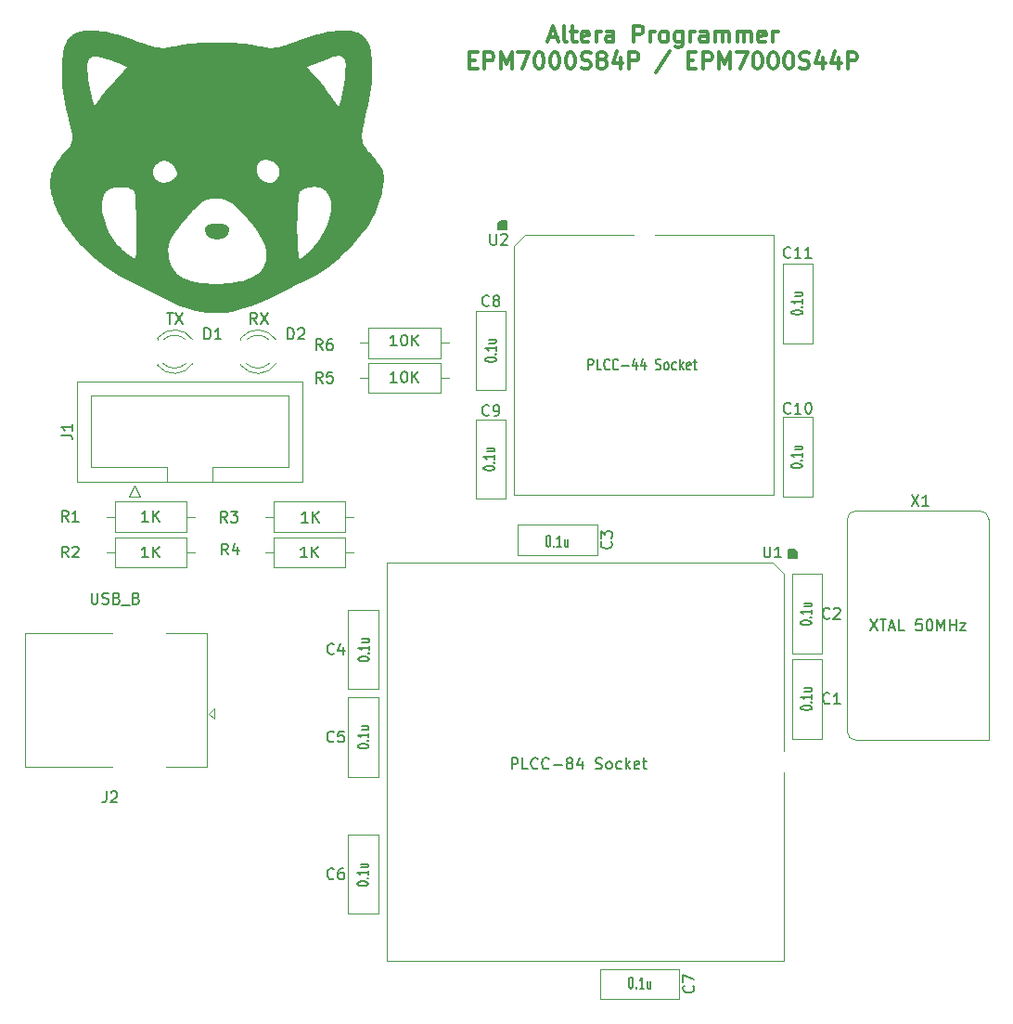
<source format=gbr>
%TF.GenerationSoftware,KiCad,Pcbnew,7.0.5*%
%TF.CreationDate,2024-01-01T15:58:53-07:00*%
%TF.ProjectId,max7000s84 programmer,6d617837-3030-4307-9338-342070726f67,rev?*%
%TF.SameCoordinates,Original*%
%TF.FileFunction,Legend,Top*%
%TF.FilePolarity,Positive*%
%FSLAX46Y46*%
G04 Gerber Fmt 4.6, Leading zero omitted, Abs format (unit mm)*
G04 Created by KiCad (PCBNEW 7.0.5) date 2024-01-01 15:58:53*
%MOMM*%
%LPD*%
G01*
G04 APERTURE LIST*
%ADD10C,0.200000*%
%ADD11C,0.300000*%
%ADD12C,0.150000*%
%ADD13C,0.120000*%
G04 APERTURE END LIST*
D10*
X134750000Y-78500000D02*
X134750000Y-79000000D01*
X134000000Y-79000000D01*
X134000000Y-78250000D01*
X134500000Y-78250000D01*
X134750000Y-78500000D01*
G36*
X134750000Y-78500000D02*
G01*
X134750000Y-79000000D01*
X134000000Y-79000000D01*
X134000000Y-78250000D01*
X134500000Y-78250000D01*
X134750000Y-78500000D01*
G37*
X108250000Y-49000000D02*
X107500000Y-49000000D01*
X107500000Y-48500000D01*
X107750000Y-48250000D01*
X108250000Y-48250000D01*
X108250000Y-49000000D01*
G36*
X108250000Y-49000000D02*
G01*
X107500000Y-49000000D01*
X107500000Y-48500000D01*
X107750000Y-48250000D01*
X108250000Y-48250000D01*
X108250000Y-49000000D01*
G37*
X81974915Y-48628029D02*
X82117318Y-48633291D01*
X82182984Y-48637340D01*
X82245045Y-48642378D01*
X82303567Y-48648436D01*
X82358613Y-48655547D01*
X82410249Y-48663743D01*
X82458538Y-48673056D01*
X82503546Y-48683520D01*
X82545337Y-48695165D01*
X82583976Y-48708025D01*
X82619528Y-48722131D01*
X82652056Y-48737517D01*
X82681626Y-48754214D01*
X82708301Y-48772254D01*
X82732148Y-48791670D01*
X82753230Y-48812495D01*
X82771612Y-48834760D01*
X82787358Y-48858498D01*
X82800533Y-48883740D01*
X82811202Y-48910521D01*
X82819429Y-48938871D01*
X82825280Y-48968823D01*
X82828817Y-49000409D01*
X82830107Y-49033661D01*
X82829213Y-49068613D01*
X82826201Y-49105296D01*
X82821134Y-49143742D01*
X82814078Y-49183984D01*
X82805097Y-49226054D01*
X82787415Y-49302949D01*
X82761207Y-49374882D01*
X82727040Y-49441855D01*
X82685483Y-49503867D01*
X82637106Y-49560917D01*
X82582475Y-49613007D01*
X82522160Y-49660136D01*
X82456729Y-49702304D01*
X82386751Y-49739511D01*
X82312793Y-49771757D01*
X82235425Y-49799042D01*
X82155214Y-49821367D01*
X82072730Y-49838730D01*
X81988541Y-49851132D01*
X81903214Y-49858574D01*
X81817319Y-49861054D01*
X81731425Y-49858574D01*
X81646098Y-49851132D01*
X81561909Y-49838730D01*
X81479424Y-49821367D01*
X81399214Y-49799042D01*
X81321846Y-49771757D01*
X81247888Y-49739511D01*
X81177910Y-49702304D01*
X81112479Y-49660136D01*
X81052164Y-49613007D01*
X80997533Y-49560917D01*
X80949155Y-49503867D01*
X80907599Y-49441855D01*
X80873432Y-49374882D01*
X80847224Y-49302949D01*
X80829542Y-49226054D01*
X80813505Y-49143742D01*
X80805426Y-49068613D01*
X80804533Y-49033661D01*
X80805822Y-49000409D01*
X80809360Y-48968823D01*
X80815210Y-48938871D01*
X80823437Y-48910521D01*
X80834107Y-48883740D01*
X80847282Y-48858498D01*
X80863028Y-48834760D01*
X80881410Y-48812495D01*
X80902492Y-48791670D01*
X80926338Y-48772254D01*
X80953014Y-48754214D01*
X80982584Y-48737517D01*
X81015112Y-48722131D01*
X81050663Y-48708025D01*
X81089302Y-48695165D01*
X81176101Y-48673056D01*
X81276026Y-48655547D01*
X81389594Y-48642378D01*
X81517320Y-48633291D01*
X81659723Y-48628029D01*
X81817319Y-48626332D01*
X81974915Y-48628029D01*
G36*
X81974915Y-48628029D02*
G01*
X82117318Y-48633291D01*
X82182984Y-48637340D01*
X82245045Y-48642378D01*
X82303567Y-48648436D01*
X82358613Y-48655547D01*
X82410249Y-48663743D01*
X82458538Y-48673056D01*
X82503546Y-48683520D01*
X82545337Y-48695165D01*
X82583976Y-48708025D01*
X82619528Y-48722131D01*
X82652056Y-48737517D01*
X82681626Y-48754214D01*
X82708301Y-48772254D01*
X82732148Y-48791670D01*
X82753230Y-48812495D01*
X82771612Y-48834760D01*
X82787358Y-48858498D01*
X82800533Y-48883740D01*
X82811202Y-48910521D01*
X82819429Y-48938871D01*
X82825280Y-48968823D01*
X82828817Y-49000409D01*
X82830107Y-49033661D01*
X82829213Y-49068613D01*
X82826201Y-49105296D01*
X82821134Y-49143742D01*
X82814078Y-49183984D01*
X82805097Y-49226054D01*
X82787415Y-49302949D01*
X82761207Y-49374882D01*
X82727040Y-49441855D01*
X82685483Y-49503867D01*
X82637106Y-49560917D01*
X82582475Y-49613007D01*
X82522160Y-49660136D01*
X82456729Y-49702304D01*
X82386751Y-49739511D01*
X82312793Y-49771757D01*
X82235425Y-49799042D01*
X82155214Y-49821367D01*
X82072730Y-49838730D01*
X81988541Y-49851132D01*
X81903214Y-49858574D01*
X81817319Y-49861054D01*
X81731425Y-49858574D01*
X81646098Y-49851132D01*
X81561909Y-49838730D01*
X81479424Y-49821367D01*
X81399214Y-49799042D01*
X81321846Y-49771757D01*
X81247888Y-49739511D01*
X81177910Y-49702304D01*
X81112479Y-49660136D01*
X81052164Y-49613007D01*
X80997533Y-49560917D01*
X80949155Y-49503867D01*
X80907599Y-49441855D01*
X80873432Y-49374882D01*
X80847224Y-49302949D01*
X80829542Y-49226054D01*
X80813505Y-49143742D01*
X80805426Y-49068613D01*
X80804533Y-49033661D01*
X80805822Y-49000409D01*
X80809360Y-48968823D01*
X80815210Y-48938871D01*
X80823437Y-48910521D01*
X80834107Y-48883740D01*
X80847282Y-48858498D01*
X80863028Y-48834760D01*
X80881410Y-48812495D01*
X80902492Y-48791670D01*
X80926338Y-48772254D01*
X80953014Y-48754214D01*
X80982584Y-48737517D01*
X81015112Y-48722131D01*
X81050663Y-48708025D01*
X81089302Y-48695165D01*
X81176101Y-48673056D01*
X81276026Y-48655547D01*
X81389594Y-48642378D01*
X81517320Y-48633291D01*
X81659723Y-48628029D01*
X81817319Y-48626332D01*
X81974915Y-48628029D01*
G37*
X93565742Y-30987815D02*
X93743690Y-31000021D01*
X93914773Y-31018795D01*
X94078801Y-31044159D01*
X94235589Y-31076130D01*
X94384948Y-31114729D01*
X94526691Y-31159975D01*
X94660631Y-31211887D01*
X94786580Y-31270485D01*
X94904352Y-31335788D01*
X95013758Y-31407815D01*
X95114612Y-31486586D01*
X95206727Y-31572120D01*
X95289914Y-31664437D01*
X95363986Y-31763556D01*
X95488018Y-31968220D01*
X95595566Y-32210247D01*
X95686680Y-32487310D01*
X95761412Y-32797085D01*
X95819815Y-33137245D01*
X95861940Y-33505465D01*
X95887839Y-33899421D01*
X95897562Y-34316785D01*
X95891163Y-34755234D01*
X95868692Y-35212441D01*
X95830202Y-35686082D01*
X95775743Y-36173830D01*
X95705369Y-36673360D01*
X95619129Y-37182347D01*
X95517077Y-37698466D01*
X95399263Y-38219390D01*
X95180430Y-39152253D01*
X95096645Y-39534116D01*
X95031051Y-39868075D01*
X95005333Y-40019076D01*
X94984473Y-40160486D01*
X94968574Y-40293097D01*
X94957739Y-40417705D01*
X94952072Y-40535104D01*
X94951675Y-40646089D01*
X94956654Y-40751454D01*
X94967109Y-40851993D01*
X94983146Y-40948502D01*
X95004868Y-41041775D01*
X95032377Y-41132606D01*
X95065777Y-41221790D01*
X95105172Y-41310121D01*
X95150664Y-41398394D01*
X95202358Y-41487403D01*
X95260356Y-41577944D01*
X95324762Y-41670809D01*
X95395679Y-41766795D01*
X95557461Y-41971304D01*
X95746528Y-42197828D01*
X95963707Y-42452722D01*
X96132913Y-42643658D01*
X96283826Y-42821003D01*
X96417169Y-42986875D01*
X96533665Y-43143395D01*
X96634038Y-43292679D01*
X96719011Y-43436848D01*
X96789308Y-43578019D01*
X96819180Y-43648143D01*
X96845653Y-43718312D01*
X96868819Y-43788791D01*
X96888768Y-43859845D01*
X96905591Y-43931739D01*
X96919378Y-44004737D01*
X96938206Y-44155107D01*
X96945974Y-44313073D01*
X96943408Y-44480755D01*
X96931229Y-44660270D01*
X96910163Y-44853738D01*
X96880931Y-45063277D01*
X96864067Y-45207730D01*
X96840279Y-45362312D01*
X96810082Y-45525575D01*
X96773995Y-45696072D01*
X96686213Y-46052984D01*
X96581069Y-46421472D01*
X96462695Y-46789959D01*
X96335226Y-47146871D01*
X96202797Y-47480632D01*
X96069541Y-47779666D01*
X95898846Y-48111610D01*
X95681280Y-48469030D01*
X95422062Y-48846811D01*
X95126413Y-49239836D01*
X94799551Y-49642990D01*
X94446696Y-50051156D01*
X94073067Y-50459219D01*
X93683883Y-50862063D01*
X93284364Y-51254571D01*
X92879728Y-51631628D01*
X92475197Y-51988118D01*
X92075988Y-52318924D01*
X91687320Y-52618931D01*
X91314415Y-52883024D01*
X90962489Y-53106084D01*
X90636764Y-53282998D01*
X88987527Y-54076749D01*
X87878482Y-54622452D01*
X86756208Y-55187999D01*
X86121492Y-55493510D01*
X85500057Y-55761814D01*
X84891128Y-55992911D01*
X84293930Y-56186801D01*
X83707686Y-56343484D01*
X83131623Y-56462960D01*
X82564965Y-56545229D01*
X82006937Y-56590291D01*
X81456764Y-56598146D01*
X80913671Y-56568793D01*
X80376882Y-56502234D01*
X79845622Y-56398468D01*
X79319117Y-56257495D01*
X78796591Y-56079315D01*
X78277269Y-55863927D01*
X77760376Y-55611333D01*
X76922528Y-55185795D01*
X75925931Y-54694111D01*
X74902875Y-54202426D01*
X73985653Y-53776887D01*
X73483729Y-53525456D01*
X72984853Y-53248754D01*
X72491249Y-52948799D01*
X72005137Y-52627604D01*
X71528741Y-52287185D01*
X71064282Y-51929559D01*
X70613982Y-51556739D01*
X70180064Y-51170742D01*
X69764749Y-50773583D01*
X69370260Y-50367277D01*
X68998818Y-49953840D01*
X68652646Y-49535287D01*
X68333966Y-49113633D01*
X68045000Y-48690894D01*
X67787970Y-48269086D01*
X67565099Y-47850223D01*
X67348480Y-47398915D01*
X67161678Y-46969932D01*
X67104011Y-46819891D01*
X71235457Y-46819891D01*
X71239301Y-47005089D01*
X71274708Y-47390922D01*
X71345565Y-47792259D01*
X71450064Y-48203000D01*
X71586395Y-48617049D01*
X71752750Y-49028307D01*
X71947320Y-49430677D01*
X72168297Y-49818061D01*
X72413872Y-50184361D01*
X72682237Y-50523478D01*
X72824399Y-50680938D01*
X72971581Y-50829316D01*
X73123557Y-50967850D01*
X73280098Y-51095777D01*
X73366407Y-51167650D01*
X73452973Y-51237508D01*
X73539230Y-51304989D01*
X73624608Y-51369731D01*
X73708539Y-51431372D01*
X73790454Y-51489552D01*
X73869786Y-51543907D01*
X73945966Y-51594076D01*
X74018425Y-51639698D01*
X74086595Y-51680410D01*
X74149907Y-51715852D01*
X74207793Y-51745661D01*
X74259685Y-51769475D01*
X74305014Y-51786933D01*
X74343211Y-51797673D01*
X74359458Y-51800411D01*
X74373709Y-51801334D01*
X74402342Y-51784822D01*
X74428727Y-51736626D01*
X74474857Y-51553218D01*
X74512305Y-51267180D01*
X74539029Y-50923522D01*
X77280199Y-50923522D01*
X77286253Y-51109385D01*
X77301765Y-51307443D01*
X77348213Y-51664303D01*
X77421999Y-51994395D01*
X77469417Y-52149564D01*
X77523999Y-52298235D01*
X77585855Y-52440472D01*
X77655094Y-52576340D01*
X77731826Y-52705904D01*
X77816161Y-52829228D01*
X77908208Y-52946376D01*
X78008078Y-53057414D01*
X78115881Y-53162405D01*
X78231725Y-53261415D01*
X78355722Y-53354508D01*
X78487980Y-53441749D01*
X78628610Y-53523202D01*
X78777721Y-53598931D01*
X79101827Y-53733480D01*
X79461176Y-53845910D01*
X79856647Y-53936740D01*
X80289119Y-54006486D01*
X80759469Y-54055665D01*
X81268576Y-54084794D01*
X81817319Y-54094388D01*
X82265953Y-54086687D01*
X82692339Y-54063787D01*
X83096350Y-54025991D01*
X83477856Y-53973603D01*
X83836727Y-53906927D01*
X84172835Y-53826265D01*
X84486050Y-53731922D01*
X84776243Y-53624202D01*
X85043286Y-53503407D01*
X85287048Y-53369842D01*
X85507400Y-53223810D01*
X85704214Y-53065614D01*
X85877360Y-52895559D01*
X86026710Y-52713947D01*
X86152133Y-52521083D01*
X86253500Y-52317270D01*
X86330683Y-52102812D01*
X86383553Y-51878012D01*
X86411979Y-51643174D01*
X86415833Y-51398601D01*
X86394986Y-51144597D01*
X86349308Y-50881466D01*
X86278671Y-50609512D01*
X86182945Y-50329037D01*
X86062000Y-50040345D01*
X85915709Y-49743740D01*
X85743941Y-49439527D01*
X85546567Y-49128007D01*
X85377408Y-48886507D01*
X89053675Y-48886507D01*
X89074139Y-49972608D01*
X89128089Y-50904506D01*
X89167234Y-51273226D01*
X89214285Y-51556112D01*
X89269088Y-51737401D01*
X89299348Y-51785022D01*
X89331487Y-51801334D01*
X89397152Y-51795221D01*
X89468197Y-51777235D01*
X89544217Y-51747907D01*
X89624803Y-51707765D01*
X89798048Y-51597160D01*
X89984678Y-51449658D01*
X90181436Y-51269497D01*
X90385066Y-51060914D01*
X90592315Y-50828146D01*
X90799925Y-50575431D01*
X91004641Y-50307006D01*
X91203207Y-50027109D01*
X91392369Y-49739977D01*
X91568869Y-49449848D01*
X91729454Y-49160960D01*
X91870866Y-48877549D01*
X91989851Y-48603853D01*
X92083152Y-48344110D01*
X92138971Y-48138894D01*
X92187401Y-47945926D01*
X92228492Y-47764223D01*
X92262297Y-47592804D01*
X92288867Y-47430687D01*
X92308254Y-47276889D01*
X92320510Y-47130429D01*
X92325686Y-46990326D01*
X92323835Y-46855597D01*
X92315007Y-46725260D01*
X92299254Y-46598335D01*
X92276629Y-46473838D01*
X92247182Y-46350787D01*
X92210965Y-46228202D01*
X92168031Y-46105101D01*
X92118431Y-45980500D01*
X92058391Y-45865951D01*
X91996957Y-45760290D01*
X91933559Y-45663310D01*
X91867628Y-45574806D01*
X91798597Y-45494569D01*
X91725897Y-45422395D01*
X91648959Y-45358075D01*
X91608724Y-45328796D01*
X91567216Y-45301403D01*
X91524364Y-45275870D01*
X91480098Y-45252172D01*
X91434346Y-45230283D01*
X91387037Y-45210177D01*
X91287465Y-45175209D01*
X91180814Y-45147063D01*
X91066514Y-45125531D01*
X90943997Y-45110407D01*
X90812696Y-45101484D01*
X90672040Y-45098556D01*
X90565906Y-45100984D01*
X90459616Y-45108064D01*
X90353843Y-45119485D01*
X90249259Y-45134936D01*
X90146535Y-45154108D01*
X90046343Y-45176690D01*
X89949355Y-45202374D01*
X89856243Y-45230847D01*
X89767678Y-45261801D01*
X89684333Y-45294926D01*
X89606879Y-45329911D01*
X89535987Y-45366446D01*
X89472331Y-45404222D01*
X89416581Y-45442928D01*
X89369409Y-45482254D01*
X89349250Y-45502052D01*
X89331487Y-45521890D01*
X89296344Y-45592668D01*
X89263662Y-45691242D01*
X89205603Y-45963895D01*
X89157157Y-46324088D01*
X89118167Y-46756060D01*
X89067937Y-47772294D01*
X89053675Y-48886507D01*
X85377408Y-48886507D01*
X85323458Y-48809485D01*
X85074486Y-48484265D01*
X84799520Y-48152649D01*
X84498432Y-47814942D01*
X84269083Y-47569592D01*
X84056012Y-47348684D01*
X83857308Y-47151030D01*
X83671057Y-46975443D01*
X83495349Y-46820732D01*
X83328270Y-46685710D01*
X83167910Y-46569189D01*
X83012355Y-46469978D01*
X82935782Y-46426494D01*
X82859694Y-46386891D01*
X82783851Y-46351023D01*
X82708015Y-46318739D01*
X82631946Y-46289891D01*
X82555406Y-46264332D01*
X82478155Y-46241912D01*
X82399955Y-46222483D01*
X82239749Y-46192002D01*
X82072877Y-46171702D01*
X81897427Y-46160394D01*
X81711486Y-46156888D01*
X81520490Y-46160462D01*
X81342724Y-46172253D01*
X81175705Y-46193863D01*
X81016956Y-46226893D01*
X80863993Y-46272945D01*
X80714339Y-46333622D01*
X80565510Y-46410525D01*
X80415029Y-46505257D01*
X80260413Y-46619418D01*
X80099182Y-46754613D01*
X79928857Y-46912441D01*
X79746956Y-47094506D01*
X79550999Y-47302409D01*
X79338505Y-47537752D01*
X78853987Y-48097167D01*
X78602848Y-48394444D01*
X78377806Y-48666297D01*
X78177672Y-48915411D01*
X78001257Y-49144476D01*
X77847374Y-49356177D01*
X77714832Y-49553202D01*
X77602444Y-49738238D01*
X77553437Y-49827100D01*
X77509022Y-49913972D01*
X77469051Y-49999191D01*
X77433376Y-50083092D01*
X77401848Y-50166011D01*
X77374319Y-50248284D01*
X77350639Y-50330247D01*
X77330661Y-50412236D01*
X77314235Y-50494587D01*
X77301214Y-50577635D01*
X77291448Y-50661717D01*
X77284789Y-50747168D01*
X77280199Y-50923522D01*
X74539029Y-50923522D01*
X74541279Y-50894584D01*
X74574627Y-49954004D01*
X74576556Y-48860049D01*
X74548720Y-47741288D01*
X74492772Y-46726294D01*
X74454772Y-46297888D01*
X74410365Y-45943638D01*
X74359756Y-45679615D01*
X74303154Y-45521890D01*
X74266127Y-45473731D01*
X74221505Y-45428485D01*
X74169751Y-45386171D01*
X74111331Y-45346810D01*
X74046709Y-45310420D01*
X73976352Y-45277021D01*
X73820289Y-45219272D01*
X73646863Y-45173719D01*
X73459794Y-45140517D01*
X73262804Y-45119821D01*
X73059612Y-45111785D01*
X72853940Y-45116565D01*
X72649508Y-45134316D01*
X72450037Y-45165193D01*
X72259248Y-45209350D01*
X72080861Y-45266944D01*
X71997481Y-45300827D01*
X71918597Y-45338128D01*
X71844673Y-45378865D01*
X71776176Y-45423058D01*
X71713570Y-45470727D01*
X71657321Y-45521890D01*
X71567159Y-45624185D01*
X71488347Y-45738741D01*
X71420659Y-45864795D01*
X71363867Y-46001585D01*
X71317747Y-46148348D01*
X71282072Y-46304322D01*
X71256616Y-46468746D01*
X71241153Y-46640856D01*
X71235457Y-46819891D01*
X67104011Y-46819891D01*
X67004745Y-46561619D01*
X66877733Y-46172324D01*
X66825463Y-45984290D01*
X66780693Y-45800391D01*
X66743429Y-45620419D01*
X66713678Y-45444168D01*
X66691445Y-45271431D01*
X66676738Y-45102001D01*
X66669562Y-44935672D01*
X66669925Y-44772237D01*
X66677832Y-44611489D01*
X66693291Y-44453221D01*
X66716308Y-44297227D01*
X66746888Y-44143300D01*
X66785040Y-43991234D01*
X66823436Y-43864936D01*
X75865849Y-43864936D01*
X75870809Y-43962680D01*
X75885788Y-44057982D01*
X75910313Y-44150365D01*
X75943915Y-44239349D01*
X75986121Y-44324458D01*
X76036459Y-44405213D01*
X76094458Y-44481137D01*
X76159647Y-44551750D01*
X76231554Y-44616576D01*
X76309707Y-44675136D01*
X76393635Y-44726953D01*
X76482866Y-44771547D01*
X76576929Y-44808442D01*
X76675352Y-44837159D01*
X76777664Y-44857220D01*
X76883393Y-44868148D01*
X76992067Y-44869463D01*
X77103215Y-44860689D01*
X77216366Y-44841347D01*
X77331048Y-44810959D01*
X77446789Y-44769047D01*
X77563119Y-44715133D01*
X77679564Y-44648740D01*
X77795654Y-44569388D01*
X77889516Y-44498575D01*
X77972732Y-44431171D01*
X78045406Y-44366455D01*
X78077822Y-44334879D01*
X78107642Y-44303703D01*
X78134877Y-44272837D01*
X78159542Y-44242191D01*
X78181649Y-44211673D01*
X78201210Y-44181195D01*
X78218240Y-44150665D01*
X78232750Y-44119993D01*
X78244754Y-44089088D01*
X78254265Y-44057861D01*
X78261295Y-44026220D01*
X78265857Y-43994075D01*
X78267965Y-43961336D01*
X78267631Y-43927912D01*
X78264869Y-43893713D01*
X78259690Y-43858648D01*
X78252109Y-43822627D01*
X78242138Y-43785560D01*
X78229789Y-43747356D01*
X78215076Y-43707925D01*
X78198012Y-43667176D01*
X78178610Y-43625019D01*
X78153461Y-43576168D01*
X85332212Y-43576168D01*
X85335626Y-43644406D01*
X85342625Y-43713050D01*
X85353150Y-43781863D01*
X85367145Y-43850604D01*
X85384550Y-43919036D01*
X85405308Y-43986918D01*
X85429360Y-44054013D01*
X85456649Y-44120080D01*
X85487115Y-44184881D01*
X85520702Y-44248177D01*
X85557350Y-44309729D01*
X85597002Y-44369298D01*
X85639599Y-44426645D01*
X85685084Y-44481531D01*
X85733399Y-44533716D01*
X85784484Y-44582963D01*
X85838283Y-44629032D01*
X85894736Y-44671683D01*
X85953786Y-44710678D01*
X86015375Y-44745778D01*
X86107833Y-44787886D01*
X86199825Y-44821777D01*
X86291095Y-44847710D01*
X86381382Y-44865943D01*
X86470429Y-44876734D01*
X86557978Y-44880343D01*
X86643770Y-44877027D01*
X86727546Y-44867045D01*
X86809048Y-44850655D01*
X86888018Y-44828115D01*
X86964198Y-44799685D01*
X87037329Y-44765621D01*
X87107152Y-44726183D01*
X87173410Y-44681630D01*
X87235844Y-44632219D01*
X87294195Y-44578208D01*
X87348206Y-44519857D01*
X87397617Y-44457423D01*
X87442171Y-44391165D01*
X87481608Y-44321342D01*
X87515671Y-44248211D01*
X87544102Y-44172031D01*
X87566641Y-44093061D01*
X87583031Y-44011559D01*
X87593013Y-43927783D01*
X87596329Y-43841991D01*
X87592720Y-43754443D01*
X87581928Y-43665395D01*
X87563695Y-43575108D01*
X87537762Y-43483839D01*
X87503871Y-43391846D01*
X87461763Y-43299388D01*
X87426663Y-43237800D01*
X87387668Y-43178750D01*
X87345016Y-43122296D01*
X87298948Y-43068498D01*
X87249701Y-43017413D01*
X87197516Y-42969099D01*
X87142630Y-42923614D01*
X87085283Y-42881016D01*
X87025714Y-42841364D01*
X86964162Y-42804716D01*
X86900866Y-42771130D01*
X86836065Y-42740663D01*
X86769998Y-42713375D01*
X86702904Y-42689323D01*
X86635021Y-42668565D01*
X86566590Y-42651160D01*
X86497849Y-42637165D01*
X86429036Y-42626639D01*
X86360392Y-42619641D01*
X86292154Y-42616227D01*
X86224562Y-42616456D01*
X86157856Y-42620387D01*
X86092273Y-42628077D01*
X86028053Y-42639584D01*
X85965435Y-42654968D01*
X85904659Y-42674285D01*
X85845962Y-42697595D01*
X85789584Y-42724954D01*
X85735764Y-42756422D01*
X85684741Y-42792056D01*
X85636754Y-42831914D01*
X85592042Y-42876056D01*
X85547901Y-42920768D01*
X85508042Y-42968755D01*
X85472408Y-43019778D01*
X85440940Y-43073597D01*
X85413580Y-43129975D01*
X85390271Y-43188672D01*
X85370954Y-43249449D01*
X85355570Y-43312067D01*
X85344062Y-43376287D01*
X85336372Y-43441870D01*
X85332441Y-43508576D01*
X85332212Y-43576168D01*
X78153461Y-43576168D01*
X78132842Y-43536118D01*
X78077876Y-43440499D01*
X78030762Y-43366397D01*
X77982085Y-43296228D01*
X77931935Y-43229999D01*
X77880403Y-43167717D01*
X77827579Y-43109388D01*
X77773553Y-43055019D01*
X77718416Y-43004617D01*
X77662259Y-42958187D01*
X77605172Y-42915735D01*
X77547245Y-42877270D01*
X77488568Y-42842796D01*
X77429233Y-42812321D01*
X77369329Y-42785851D01*
X77308947Y-42763392D01*
X77248178Y-42744952D01*
X77187112Y-42730535D01*
X77125838Y-42720149D01*
X77064449Y-42713800D01*
X77003034Y-42711495D01*
X76941683Y-42713241D01*
X76880487Y-42719042D01*
X76819537Y-42728907D01*
X76758923Y-42742842D01*
X76698735Y-42760852D01*
X76639064Y-42782945D01*
X76580000Y-42809127D01*
X76521633Y-42839404D01*
X76464055Y-42873783D01*
X76407355Y-42912270D01*
X76351625Y-42954872D01*
X76296953Y-43001595D01*
X76243432Y-43052446D01*
X76151266Y-43152515D01*
X76072891Y-43253966D01*
X76007835Y-43356322D01*
X75955628Y-43459104D01*
X75915798Y-43561835D01*
X75887872Y-43664036D01*
X75871380Y-43765229D01*
X75865849Y-43864936D01*
X66823436Y-43864936D01*
X66830768Y-43840821D01*
X66884080Y-43691855D01*
X66944981Y-43544129D01*
X67013479Y-43397437D01*
X67089581Y-43251572D01*
X67173291Y-43106326D01*
X67264617Y-42961495D01*
X67363566Y-42816869D01*
X67470143Y-42672244D01*
X67706209Y-42382167D01*
X68110939Y-41928930D01*
X68270981Y-41739881D01*
X68404048Y-41567471D01*
X68511070Y-41405396D01*
X68555105Y-41326265D01*
X68592977Y-41247352D01*
X68624803Y-41167872D01*
X68650700Y-41087035D01*
X68670782Y-41004053D01*
X68685168Y-40918139D01*
X68693972Y-40828504D01*
X68697312Y-40734361D01*
X68688062Y-40529395D01*
X68658348Y-40296937D01*
X68609100Y-40030683D01*
X68541249Y-39724328D01*
X68455724Y-39371567D01*
X68235376Y-38501612D01*
X68111749Y-38001160D01*
X68005381Y-37494403D01*
X67916171Y-36984960D01*
X67844013Y-36476446D01*
X67788806Y-35972480D01*
X67750445Y-35476679D01*
X67728827Y-34992661D01*
X67723848Y-34524042D01*
X67731373Y-34231329D01*
X69893147Y-34231329D01*
X69896800Y-34384690D01*
X69906454Y-34549535D01*
X69942602Y-34914250D01*
X69999265Y-35326611D01*
X70075117Y-35806513D01*
X70144717Y-36228950D01*
X70209252Y-36595991D01*
X70269912Y-36909701D01*
X70299159Y-37047204D01*
X70327884Y-37172149D01*
X70356234Y-37284795D01*
X70384358Y-37385400D01*
X70412404Y-37474224D01*
X70440521Y-37551523D01*
X70468858Y-37617557D01*
X70497563Y-37672584D01*
X70526785Y-37716862D01*
X70556673Y-37750650D01*
X70571912Y-37763690D01*
X70587374Y-37774205D01*
X70603076Y-37782227D01*
X70619038Y-37787788D01*
X70635277Y-37790919D01*
X70651812Y-37791655D01*
X70668663Y-37790026D01*
X70685847Y-37786065D01*
X70703382Y-37779805D01*
X70721289Y-37771277D01*
X70758288Y-37747549D01*
X70796993Y-37715139D01*
X70837551Y-37674306D01*
X70880112Y-37625308D01*
X70924824Y-37568403D01*
X70971836Y-37503851D01*
X71021296Y-37431908D01*
X71128154Y-37266888D01*
X71265889Y-37088019D01*
X71436283Y-36874423D01*
X71846938Y-36376125D01*
X72303896Y-35838139D01*
X72750931Y-35326611D01*
X73809265Y-34197723D01*
X89825376Y-34197723D01*
X90707321Y-35150222D01*
X90899832Y-35363818D01*
X91103092Y-35602218D01*
X91311314Y-35857155D01*
X91518708Y-36120360D01*
X91719488Y-36383566D01*
X91907866Y-36638503D01*
X92078054Y-36876903D01*
X92224264Y-37090499D01*
X92289944Y-37187987D01*
X92354488Y-37281702D01*
X92417585Y-37371180D01*
X92478925Y-37455955D01*
X92538198Y-37535563D01*
X92595094Y-37609538D01*
X92649302Y-37677415D01*
X92700514Y-37738729D01*
X92748418Y-37793015D01*
X92792704Y-37839808D01*
X92833063Y-37878643D01*
X92851673Y-37894931D01*
X92869185Y-37909055D01*
X92885560Y-37920957D01*
X92900759Y-37930578D01*
X92914744Y-37937861D01*
X92927475Y-37942748D01*
X92938915Y-37945180D01*
X92949024Y-37945099D01*
X92957764Y-37942448D01*
X92965095Y-37937167D01*
X92995352Y-37901392D01*
X93026487Y-37847750D01*
X93090772Y-37691463D01*
X93156712Y-37477506D01*
X93223064Y-37215076D01*
X93352049Y-36581591D01*
X93467804Y-35864598D01*
X93560409Y-35137683D01*
X93619940Y-34474433D01*
X93634203Y-34189679D01*
X93636477Y-33948436D01*
X93625522Y-33759903D01*
X93600097Y-33633279D01*
X93557860Y-33539030D01*
X93510249Y-33454754D01*
X93484299Y-33416372D01*
X93456850Y-33380503D01*
X93427851Y-33347154D01*
X93397250Y-33316330D01*
X93364995Y-33288038D01*
X93331035Y-33262285D01*
X93295318Y-33239077D01*
X93257792Y-33218420D01*
X93218406Y-33200321D01*
X93177108Y-33184787D01*
X93133846Y-33171824D01*
X93088569Y-33161438D01*
X93041224Y-33153636D01*
X92991761Y-33148424D01*
X92886272Y-33145797D01*
X92771688Y-33153609D01*
X92647596Y-33171911D01*
X92513582Y-33200755D01*
X92369232Y-33240192D01*
X92214134Y-33290275D01*
X92047874Y-33351055D01*
X90672040Y-33880222D01*
X89825376Y-34197723D01*
X73809265Y-34197723D01*
X72856764Y-33809668D01*
X72361523Y-33626716D01*
X71919354Y-33475493D01*
X71527931Y-33357137D01*
X71350523Y-33310639D01*
X71184929Y-33272784D01*
X71030859Y-33243714D01*
X70888022Y-33223571D01*
X70756128Y-33212497D01*
X70634885Y-33210634D01*
X70524004Y-33218125D01*
X70423193Y-33235111D01*
X70332161Y-33261735D01*
X70250619Y-33298139D01*
X70178275Y-33344465D01*
X70114839Y-33400855D01*
X70060020Y-33467451D01*
X70013528Y-33544395D01*
X69975071Y-33631829D01*
X69944359Y-33729896D01*
X69921101Y-33838737D01*
X69905007Y-33958495D01*
X69895786Y-34089311D01*
X69893147Y-34231329D01*
X67731373Y-34231329D01*
X67735407Y-34074439D01*
X67763398Y-33647472D01*
X67807719Y-33246755D01*
X67868267Y-32875908D01*
X67944938Y-32538547D01*
X68037628Y-32238290D01*
X68146235Y-31978754D01*
X68206474Y-31865386D01*
X68270654Y-31763556D01*
X68344727Y-31664437D01*
X68427914Y-31572120D01*
X68520028Y-31486586D01*
X68620882Y-31407815D01*
X68848061Y-31270485D01*
X69107950Y-31159975D01*
X69399052Y-31076130D01*
X69719868Y-31018795D01*
X70068899Y-30987815D01*
X70444647Y-30983035D01*
X70845613Y-31004300D01*
X71270299Y-31051455D01*
X71717205Y-31124344D01*
X72184833Y-31222814D01*
X72671686Y-31346708D01*
X73176263Y-31495872D01*
X73697066Y-31670151D01*
X74232598Y-31869390D01*
X74574188Y-32006729D01*
X74886684Y-32128048D01*
X75173238Y-32233864D01*
X75437004Y-32324694D01*
X75681132Y-32401054D01*
X75908775Y-32463462D01*
X76123086Y-32512434D01*
X76327216Y-32548487D01*
X76524319Y-32572138D01*
X76717546Y-32583903D01*
X76910049Y-32584299D01*
X77104981Y-32573843D01*
X77305494Y-32553052D01*
X77514741Y-32522442D01*
X77735873Y-32482531D01*
X77972043Y-32433834D01*
X78362269Y-32353219D01*
X78788668Y-32283352D01*
X79246073Y-32224234D01*
X79729317Y-32175865D01*
X80233231Y-32138244D01*
X80752648Y-32111372D01*
X81817320Y-32089875D01*
X82881992Y-32111372D01*
X83401409Y-32138244D01*
X83905323Y-32175865D01*
X84388567Y-32224234D01*
X84845972Y-32283352D01*
X85272371Y-32353219D01*
X85662597Y-32433834D01*
X85898767Y-32482531D01*
X86119899Y-32522442D01*
X86329145Y-32553052D01*
X86529658Y-32573843D01*
X86724590Y-32584299D01*
X86917094Y-32583903D01*
X87110321Y-32572138D01*
X87307423Y-32548487D01*
X87511554Y-32512434D01*
X87725865Y-32463462D01*
X87953508Y-32401054D01*
X88197636Y-32324694D01*
X88461401Y-32233864D01*
X88747956Y-32128048D01*
X89402042Y-31869390D01*
X89937574Y-31670151D01*
X90458377Y-31495872D01*
X90962955Y-31346708D01*
X91449807Y-31222814D01*
X91917436Y-31124344D01*
X92364342Y-31051455D01*
X92789028Y-31004300D01*
X92992569Y-30990422D01*
X93189994Y-30983035D01*
X93381114Y-30982160D01*
X93565742Y-30987815D01*
G36*
X93565742Y-30987815D02*
G01*
X93743690Y-31000021D01*
X93914773Y-31018795D01*
X94078801Y-31044159D01*
X94235589Y-31076130D01*
X94384948Y-31114729D01*
X94526691Y-31159975D01*
X94660631Y-31211887D01*
X94786580Y-31270485D01*
X94904352Y-31335788D01*
X95013758Y-31407815D01*
X95114612Y-31486586D01*
X95206727Y-31572120D01*
X95289914Y-31664437D01*
X95363986Y-31763556D01*
X95488018Y-31968220D01*
X95595566Y-32210247D01*
X95686680Y-32487310D01*
X95761412Y-32797085D01*
X95819815Y-33137245D01*
X95861940Y-33505465D01*
X95887839Y-33899421D01*
X95897562Y-34316785D01*
X95891163Y-34755234D01*
X95868692Y-35212441D01*
X95830202Y-35686082D01*
X95775743Y-36173830D01*
X95705369Y-36673360D01*
X95619129Y-37182347D01*
X95517077Y-37698466D01*
X95399263Y-38219390D01*
X95180430Y-39152253D01*
X95096645Y-39534116D01*
X95031051Y-39868075D01*
X95005333Y-40019076D01*
X94984473Y-40160486D01*
X94968574Y-40293097D01*
X94957739Y-40417705D01*
X94952072Y-40535104D01*
X94951675Y-40646089D01*
X94956654Y-40751454D01*
X94967109Y-40851993D01*
X94983146Y-40948502D01*
X95004868Y-41041775D01*
X95032377Y-41132606D01*
X95065777Y-41221790D01*
X95105172Y-41310121D01*
X95150664Y-41398394D01*
X95202358Y-41487403D01*
X95260356Y-41577944D01*
X95324762Y-41670809D01*
X95395679Y-41766795D01*
X95557461Y-41971304D01*
X95746528Y-42197828D01*
X95963707Y-42452722D01*
X96132913Y-42643658D01*
X96283826Y-42821003D01*
X96417169Y-42986875D01*
X96533665Y-43143395D01*
X96634038Y-43292679D01*
X96719011Y-43436848D01*
X96789308Y-43578019D01*
X96819180Y-43648143D01*
X96845653Y-43718312D01*
X96868819Y-43788791D01*
X96888768Y-43859845D01*
X96905591Y-43931739D01*
X96919378Y-44004737D01*
X96938206Y-44155107D01*
X96945974Y-44313073D01*
X96943408Y-44480755D01*
X96931229Y-44660270D01*
X96910163Y-44853738D01*
X96880931Y-45063277D01*
X96864067Y-45207730D01*
X96840279Y-45362312D01*
X96810082Y-45525575D01*
X96773995Y-45696072D01*
X96686213Y-46052984D01*
X96581069Y-46421472D01*
X96462695Y-46789959D01*
X96335226Y-47146871D01*
X96202797Y-47480632D01*
X96069541Y-47779666D01*
X95898846Y-48111610D01*
X95681280Y-48469030D01*
X95422062Y-48846811D01*
X95126413Y-49239836D01*
X94799551Y-49642990D01*
X94446696Y-50051156D01*
X94073067Y-50459219D01*
X93683883Y-50862063D01*
X93284364Y-51254571D01*
X92879728Y-51631628D01*
X92475197Y-51988118D01*
X92075988Y-52318924D01*
X91687320Y-52618931D01*
X91314415Y-52883024D01*
X90962489Y-53106084D01*
X90636764Y-53282998D01*
X88987527Y-54076749D01*
X87878482Y-54622452D01*
X86756208Y-55187999D01*
X86121492Y-55493510D01*
X85500057Y-55761814D01*
X84891128Y-55992911D01*
X84293930Y-56186801D01*
X83707686Y-56343484D01*
X83131623Y-56462960D01*
X82564965Y-56545229D01*
X82006937Y-56590291D01*
X81456764Y-56598146D01*
X80913671Y-56568793D01*
X80376882Y-56502234D01*
X79845622Y-56398468D01*
X79319117Y-56257495D01*
X78796591Y-56079315D01*
X78277269Y-55863927D01*
X77760376Y-55611333D01*
X76922528Y-55185795D01*
X75925931Y-54694111D01*
X74902875Y-54202426D01*
X73985653Y-53776887D01*
X73483729Y-53525456D01*
X72984853Y-53248754D01*
X72491249Y-52948799D01*
X72005137Y-52627604D01*
X71528741Y-52287185D01*
X71064282Y-51929559D01*
X70613982Y-51556739D01*
X70180064Y-51170742D01*
X69764749Y-50773583D01*
X69370260Y-50367277D01*
X68998818Y-49953840D01*
X68652646Y-49535287D01*
X68333966Y-49113633D01*
X68045000Y-48690894D01*
X67787970Y-48269086D01*
X67565099Y-47850223D01*
X67348480Y-47398915D01*
X67161678Y-46969932D01*
X67104011Y-46819891D01*
X71235457Y-46819891D01*
X71239301Y-47005089D01*
X71274708Y-47390922D01*
X71345565Y-47792259D01*
X71450064Y-48203000D01*
X71586395Y-48617049D01*
X71752750Y-49028307D01*
X71947320Y-49430677D01*
X72168297Y-49818061D01*
X72413872Y-50184361D01*
X72682237Y-50523478D01*
X72824399Y-50680938D01*
X72971581Y-50829316D01*
X73123557Y-50967850D01*
X73280098Y-51095777D01*
X73366407Y-51167650D01*
X73452973Y-51237508D01*
X73539230Y-51304989D01*
X73624608Y-51369731D01*
X73708539Y-51431372D01*
X73790454Y-51489552D01*
X73869786Y-51543907D01*
X73945966Y-51594076D01*
X74018425Y-51639698D01*
X74086595Y-51680410D01*
X74149907Y-51715852D01*
X74207793Y-51745661D01*
X74259685Y-51769475D01*
X74305014Y-51786933D01*
X74343211Y-51797673D01*
X74359458Y-51800411D01*
X74373709Y-51801334D01*
X74402342Y-51784822D01*
X74428727Y-51736626D01*
X74474857Y-51553218D01*
X74512305Y-51267180D01*
X74539029Y-50923522D01*
X77280199Y-50923522D01*
X77286253Y-51109385D01*
X77301765Y-51307443D01*
X77348213Y-51664303D01*
X77421999Y-51994395D01*
X77469417Y-52149564D01*
X77523999Y-52298235D01*
X77585855Y-52440472D01*
X77655094Y-52576340D01*
X77731826Y-52705904D01*
X77816161Y-52829228D01*
X77908208Y-52946376D01*
X78008078Y-53057414D01*
X78115881Y-53162405D01*
X78231725Y-53261415D01*
X78355722Y-53354508D01*
X78487980Y-53441749D01*
X78628610Y-53523202D01*
X78777721Y-53598931D01*
X79101827Y-53733480D01*
X79461176Y-53845910D01*
X79856647Y-53936740D01*
X80289119Y-54006486D01*
X80759469Y-54055665D01*
X81268576Y-54084794D01*
X81817319Y-54094388D01*
X82265953Y-54086687D01*
X82692339Y-54063787D01*
X83096350Y-54025991D01*
X83477856Y-53973603D01*
X83836727Y-53906927D01*
X84172835Y-53826265D01*
X84486050Y-53731922D01*
X84776243Y-53624202D01*
X85043286Y-53503407D01*
X85287048Y-53369842D01*
X85507400Y-53223810D01*
X85704214Y-53065614D01*
X85877360Y-52895559D01*
X86026710Y-52713947D01*
X86152133Y-52521083D01*
X86253500Y-52317270D01*
X86330683Y-52102812D01*
X86383553Y-51878012D01*
X86411979Y-51643174D01*
X86415833Y-51398601D01*
X86394986Y-51144597D01*
X86349308Y-50881466D01*
X86278671Y-50609512D01*
X86182945Y-50329037D01*
X86062000Y-50040345D01*
X85915709Y-49743740D01*
X85743941Y-49439527D01*
X85546567Y-49128007D01*
X85377408Y-48886507D01*
X89053675Y-48886507D01*
X89074139Y-49972608D01*
X89128089Y-50904506D01*
X89167234Y-51273226D01*
X89214285Y-51556112D01*
X89269088Y-51737401D01*
X89299348Y-51785022D01*
X89331487Y-51801334D01*
X89397152Y-51795221D01*
X89468197Y-51777235D01*
X89544217Y-51747907D01*
X89624803Y-51707765D01*
X89798048Y-51597160D01*
X89984678Y-51449658D01*
X90181436Y-51269497D01*
X90385066Y-51060914D01*
X90592315Y-50828146D01*
X90799925Y-50575431D01*
X91004641Y-50307006D01*
X91203207Y-50027109D01*
X91392369Y-49739977D01*
X91568869Y-49449848D01*
X91729454Y-49160960D01*
X91870866Y-48877549D01*
X91989851Y-48603853D01*
X92083152Y-48344110D01*
X92138971Y-48138894D01*
X92187401Y-47945926D01*
X92228492Y-47764223D01*
X92262297Y-47592804D01*
X92288867Y-47430687D01*
X92308254Y-47276889D01*
X92320510Y-47130429D01*
X92325686Y-46990326D01*
X92323835Y-46855597D01*
X92315007Y-46725260D01*
X92299254Y-46598335D01*
X92276629Y-46473838D01*
X92247182Y-46350787D01*
X92210965Y-46228202D01*
X92168031Y-46105101D01*
X92118431Y-45980500D01*
X92058391Y-45865951D01*
X91996957Y-45760290D01*
X91933559Y-45663310D01*
X91867628Y-45574806D01*
X91798597Y-45494569D01*
X91725897Y-45422395D01*
X91648959Y-45358075D01*
X91608724Y-45328796D01*
X91567216Y-45301403D01*
X91524364Y-45275870D01*
X91480098Y-45252172D01*
X91434346Y-45230283D01*
X91387037Y-45210177D01*
X91287465Y-45175209D01*
X91180814Y-45147063D01*
X91066514Y-45125531D01*
X90943997Y-45110407D01*
X90812696Y-45101484D01*
X90672040Y-45098556D01*
X90565906Y-45100984D01*
X90459616Y-45108064D01*
X90353843Y-45119485D01*
X90249259Y-45134936D01*
X90146535Y-45154108D01*
X90046343Y-45176690D01*
X89949355Y-45202374D01*
X89856243Y-45230847D01*
X89767678Y-45261801D01*
X89684333Y-45294926D01*
X89606879Y-45329911D01*
X89535987Y-45366446D01*
X89472331Y-45404222D01*
X89416581Y-45442928D01*
X89369409Y-45482254D01*
X89349250Y-45502052D01*
X89331487Y-45521890D01*
X89296344Y-45592668D01*
X89263662Y-45691242D01*
X89205603Y-45963895D01*
X89157157Y-46324088D01*
X89118167Y-46756060D01*
X89067937Y-47772294D01*
X89053675Y-48886507D01*
X85377408Y-48886507D01*
X85323458Y-48809485D01*
X85074486Y-48484265D01*
X84799520Y-48152649D01*
X84498432Y-47814942D01*
X84269083Y-47569592D01*
X84056012Y-47348684D01*
X83857308Y-47151030D01*
X83671057Y-46975443D01*
X83495349Y-46820732D01*
X83328270Y-46685710D01*
X83167910Y-46569189D01*
X83012355Y-46469978D01*
X82935782Y-46426494D01*
X82859694Y-46386891D01*
X82783851Y-46351023D01*
X82708015Y-46318739D01*
X82631946Y-46289891D01*
X82555406Y-46264332D01*
X82478155Y-46241912D01*
X82399955Y-46222483D01*
X82239749Y-46192002D01*
X82072877Y-46171702D01*
X81897427Y-46160394D01*
X81711486Y-46156888D01*
X81520490Y-46160462D01*
X81342724Y-46172253D01*
X81175705Y-46193863D01*
X81016956Y-46226893D01*
X80863993Y-46272945D01*
X80714339Y-46333622D01*
X80565510Y-46410525D01*
X80415029Y-46505257D01*
X80260413Y-46619418D01*
X80099182Y-46754613D01*
X79928857Y-46912441D01*
X79746956Y-47094506D01*
X79550999Y-47302409D01*
X79338505Y-47537752D01*
X78853987Y-48097167D01*
X78602848Y-48394444D01*
X78377806Y-48666297D01*
X78177672Y-48915411D01*
X78001257Y-49144476D01*
X77847374Y-49356177D01*
X77714832Y-49553202D01*
X77602444Y-49738238D01*
X77553437Y-49827100D01*
X77509022Y-49913972D01*
X77469051Y-49999191D01*
X77433376Y-50083092D01*
X77401848Y-50166011D01*
X77374319Y-50248284D01*
X77350639Y-50330247D01*
X77330661Y-50412236D01*
X77314235Y-50494587D01*
X77301214Y-50577635D01*
X77291448Y-50661717D01*
X77284789Y-50747168D01*
X77280199Y-50923522D01*
X74539029Y-50923522D01*
X74541279Y-50894584D01*
X74574627Y-49954004D01*
X74576556Y-48860049D01*
X74548720Y-47741288D01*
X74492772Y-46726294D01*
X74454772Y-46297888D01*
X74410365Y-45943638D01*
X74359756Y-45679615D01*
X74303154Y-45521890D01*
X74266127Y-45473731D01*
X74221505Y-45428485D01*
X74169751Y-45386171D01*
X74111331Y-45346810D01*
X74046709Y-45310420D01*
X73976352Y-45277021D01*
X73820289Y-45219272D01*
X73646863Y-45173719D01*
X73459794Y-45140517D01*
X73262804Y-45119821D01*
X73059612Y-45111785D01*
X72853940Y-45116565D01*
X72649508Y-45134316D01*
X72450037Y-45165193D01*
X72259248Y-45209350D01*
X72080861Y-45266944D01*
X71997481Y-45300827D01*
X71918597Y-45338128D01*
X71844673Y-45378865D01*
X71776176Y-45423058D01*
X71713570Y-45470727D01*
X71657321Y-45521890D01*
X71567159Y-45624185D01*
X71488347Y-45738741D01*
X71420659Y-45864795D01*
X71363867Y-46001585D01*
X71317747Y-46148348D01*
X71282072Y-46304322D01*
X71256616Y-46468746D01*
X71241153Y-46640856D01*
X71235457Y-46819891D01*
X67104011Y-46819891D01*
X67004745Y-46561619D01*
X66877733Y-46172324D01*
X66825463Y-45984290D01*
X66780693Y-45800391D01*
X66743429Y-45620419D01*
X66713678Y-45444168D01*
X66691445Y-45271431D01*
X66676738Y-45102001D01*
X66669562Y-44935672D01*
X66669925Y-44772237D01*
X66677832Y-44611489D01*
X66693291Y-44453221D01*
X66716308Y-44297227D01*
X66746888Y-44143300D01*
X66785040Y-43991234D01*
X66823436Y-43864936D01*
X75865849Y-43864936D01*
X75870809Y-43962680D01*
X75885788Y-44057982D01*
X75910313Y-44150365D01*
X75943915Y-44239349D01*
X75986121Y-44324458D01*
X76036459Y-44405213D01*
X76094458Y-44481137D01*
X76159647Y-44551750D01*
X76231554Y-44616576D01*
X76309707Y-44675136D01*
X76393635Y-44726953D01*
X76482866Y-44771547D01*
X76576929Y-44808442D01*
X76675352Y-44837159D01*
X76777664Y-44857220D01*
X76883393Y-44868148D01*
X76992067Y-44869463D01*
X77103215Y-44860689D01*
X77216366Y-44841347D01*
X77331048Y-44810959D01*
X77446789Y-44769047D01*
X77563119Y-44715133D01*
X77679564Y-44648740D01*
X77795654Y-44569388D01*
X77889516Y-44498575D01*
X77972732Y-44431171D01*
X78045406Y-44366455D01*
X78077822Y-44334879D01*
X78107642Y-44303703D01*
X78134877Y-44272837D01*
X78159542Y-44242191D01*
X78181649Y-44211673D01*
X78201210Y-44181195D01*
X78218240Y-44150665D01*
X78232750Y-44119993D01*
X78244754Y-44089088D01*
X78254265Y-44057861D01*
X78261295Y-44026220D01*
X78265857Y-43994075D01*
X78267965Y-43961336D01*
X78267631Y-43927912D01*
X78264869Y-43893713D01*
X78259690Y-43858648D01*
X78252109Y-43822627D01*
X78242138Y-43785560D01*
X78229789Y-43747356D01*
X78215076Y-43707925D01*
X78198012Y-43667176D01*
X78178610Y-43625019D01*
X78153461Y-43576168D01*
X85332212Y-43576168D01*
X85335626Y-43644406D01*
X85342625Y-43713050D01*
X85353150Y-43781863D01*
X85367145Y-43850604D01*
X85384550Y-43919036D01*
X85405308Y-43986918D01*
X85429360Y-44054013D01*
X85456649Y-44120080D01*
X85487115Y-44184881D01*
X85520702Y-44248177D01*
X85557350Y-44309729D01*
X85597002Y-44369298D01*
X85639599Y-44426645D01*
X85685084Y-44481531D01*
X85733399Y-44533716D01*
X85784484Y-44582963D01*
X85838283Y-44629032D01*
X85894736Y-44671683D01*
X85953786Y-44710678D01*
X86015375Y-44745778D01*
X86107833Y-44787886D01*
X86199825Y-44821777D01*
X86291095Y-44847710D01*
X86381382Y-44865943D01*
X86470429Y-44876734D01*
X86557978Y-44880343D01*
X86643770Y-44877027D01*
X86727546Y-44867045D01*
X86809048Y-44850655D01*
X86888018Y-44828115D01*
X86964198Y-44799685D01*
X87037329Y-44765621D01*
X87107152Y-44726183D01*
X87173410Y-44681630D01*
X87235844Y-44632219D01*
X87294195Y-44578208D01*
X87348206Y-44519857D01*
X87397617Y-44457423D01*
X87442171Y-44391165D01*
X87481608Y-44321342D01*
X87515671Y-44248211D01*
X87544102Y-44172031D01*
X87566641Y-44093061D01*
X87583031Y-44011559D01*
X87593013Y-43927783D01*
X87596329Y-43841991D01*
X87592720Y-43754443D01*
X87581928Y-43665395D01*
X87563695Y-43575108D01*
X87537762Y-43483839D01*
X87503871Y-43391846D01*
X87461763Y-43299388D01*
X87426663Y-43237800D01*
X87387668Y-43178750D01*
X87345016Y-43122296D01*
X87298948Y-43068498D01*
X87249701Y-43017413D01*
X87197516Y-42969099D01*
X87142630Y-42923614D01*
X87085283Y-42881016D01*
X87025714Y-42841364D01*
X86964162Y-42804716D01*
X86900866Y-42771130D01*
X86836065Y-42740663D01*
X86769998Y-42713375D01*
X86702904Y-42689323D01*
X86635021Y-42668565D01*
X86566590Y-42651160D01*
X86497849Y-42637165D01*
X86429036Y-42626639D01*
X86360392Y-42619641D01*
X86292154Y-42616227D01*
X86224562Y-42616456D01*
X86157856Y-42620387D01*
X86092273Y-42628077D01*
X86028053Y-42639584D01*
X85965435Y-42654968D01*
X85904659Y-42674285D01*
X85845962Y-42697595D01*
X85789584Y-42724954D01*
X85735764Y-42756422D01*
X85684741Y-42792056D01*
X85636754Y-42831914D01*
X85592042Y-42876056D01*
X85547901Y-42920768D01*
X85508042Y-42968755D01*
X85472408Y-43019778D01*
X85440940Y-43073597D01*
X85413580Y-43129975D01*
X85390271Y-43188672D01*
X85370954Y-43249449D01*
X85355570Y-43312067D01*
X85344062Y-43376287D01*
X85336372Y-43441870D01*
X85332441Y-43508576D01*
X85332212Y-43576168D01*
X78153461Y-43576168D01*
X78132842Y-43536118D01*
X78077876Y-43440499D01*
X78030762Y-43366397D01*
X77982085Y-43296228D01*
X77931935Y-43229999D01*
X77880403Y-43167717D01*
X77827579Y-43109388D01*
X77773553Y-43055019D01*
X77718416Y-43004617D01*
X77662259Y-42958187D01*
X77605172Y-42915735D01*
X77547245Y-42877270D01*
X77488568Y-42842796D01*
X77429233Y-42812321D01*
X77369329Y-42785851D01*
X77308947Y-42763392D01*
X77248178Y-42744952D01*
X77187112Y-42730535D01*
X77125838Y-42720149D01*
X77064449Y-42713800D01*
X77003034Y-42711495D01*
X76941683Y-42713241D01*
X76880487Y-42719042D01*
X76819537Y-42728907D01*
X76758923Y-42742842D01*
X76698735Y-42760852D01*
X76639064Y-42782945D01*
X76580000Y-42809127D01*
X76521633Y-42839404D01*
X76464055Y-42873783D01*
X76407355Y-42912270D01*
X76351625Y-42954872D01*
X76296953Y-43001595D01*
X76243432Y-43052446D01*
X76151266Y-43152515D01*
X76072891Y-43253966D01*
X76007835Y-43356322D01*
X75955628Y-43459104D01*
X75915798Y-43561835D01*
X75887872Y-43664036D01*
X75871380Y-43765229D01*
X75865849Y-43864936D01*
X66823436Y-43864936D01*
X66830768Y-43840821D01*
X66884080Y-43691855D01*
X66944981Y-43544129D01*
X67013479Y-43397437D01*
X67089581Y-43251572D01*
X67173291Y-43106326D01*
X67264617Y-42961495D01*
X67363566Y-42816869D01*
X67470143Y-42672244D01*
X67706209Y-42382167D01*
X68110939Y-41928930D01*
X68270981Y-41739881D01*
X68404048Y-41567471D01*
X68511070Y-41405396D01*
X68555105Y-41326265D01*
X68592977Y-41247352D01*
X68624803Y-41167872D01*
X68650700Y-41087035D01*
X68670782Y-41004053D01*
X68685168Y-40918139D01*
X68693972Y-40828504D01*
X68697312Y-40734361D01*
X68688062Y-40529395D01*
X68658348Y-40296937D01*
X68609100Y-40030683D01*
X68541249Y-39724328D01*
X68455724Y-39371567D01*
X68235376Y-38501612D01*
X68111749Y-38001160D01*
X68005381Y-37494403D01*
X67916171Y-36984960D01*
X67844013Y-36476446D01*
X67788806Y-35972480D01*
X67750445Y-35476679D01*
X67728827Y-34992661D01*
X67723848Y-34524042D01*
X67731373Y-34231329D01*
X69893147Y-34231329D01*
X69896800Y-34384690D01*
X69906454Y-34549535D01*
X69942602Y-34914250D01*
X69999265Y-35326611D01*
X70075117Y-35806513D01*
X70144717Y-36228950D01*
X70209252Y-36595991D01*
X70269912Y-36909701D01*
X70299159Y-37047204D01*
X70327884Y-37172149D01*
X70356234Y-37284795D01*
X70384358Y-37385400D01*
X70412404Y-37474224D01*
X70440521Y-37551523D01*
X70468858Y-37617557D01*
X70497563Y-37672584D01*
X70526785Y-37716862D01*
X70556673Y-37750650D01*
X70571912Y-37763690D01*
X70587374Y-37774205D01*
X70603076Y-37782227D01*
X70619038Y-37787788D01*
X70635277Y-37790919D01*
X70651812Y-37791655D01*
X70668663Y-37790026D01*
X70685847Y-37786065D01*
X70703382Y-37779805D01*
X70721289Y-37771277D01*
X70758288Y-37747549D01*
X70796993Y-37715139D01*
X70837551Y-37674306D01*
X70880112Y-37625308D01*
X70924824Y-37568403D01*
X70971836Y-37503851D01*
X71021296Y-37431908D01*
X71128154Y-37266888D01*
X71265889Y-37088019D01*
X71436283Y-36874423D01*
X71846938Y-36376125D01*
X72303896Y-35838139D01*
X72750931Y-35326611D01*
X73809265Y-34197723D01*
X89825376Y-34197723D01*
X90707321Y-35150222D01*
X90899832Y-35363818D01*
X91103092Y-35602218D01*
X91311314Y-35857155D01*
X91518708Y-36120360D01*
X91719488Y-36383566D01*
X91907866Y-36638503D01*
X92078054Y-36876903D01*
X92224264Y-37090499D01*
X92289944Y-37187987D01*
X92354488Y-37281702D01*
X92417585Y-37371180D01*
X92478925Y-37455955D01*
X92538198Y-37535563D01*
X92595094Y-37609538D01*
X92649302Y-37677415D01*
X92700514Y-37738729D01*
X92748418Y-37793015D01*
X92792704Y-37839808D01*
X92833063Y-37878643D01*
X92851673Y-37894931D01*
X92869185Y-37909055D01*
X92885560Y-37920957D01*
X92900759Y-37930578D01*
X92914744Y-37937861D01*
X92927475Y-37942748D01*
X92938915Y-37945180D01*
X92949024Y-37945099D01*
X92957764Y-37942448D01*
X92965095Y-37937167D01*
X92995352Y-37901392D01*
X93026487Y-37847750D01*
X93090772Y-37691463D01*
X93156712Y-37477506D01*
X93223064Y-37215076D01*
X93352049Y-36581591D01*
X93467804Y-35864598D01*
X93560409Y-35137683D01*
X93619940Y-34474433D01*
X93634203Y-34189679D01*
X93636477Y-33948436D01*
X93625522Y-33759903D01*
X93600097Y-33633279D01*
X93557860Y-33539030D01*
X93510249Y-33454754D01*
X93484299Y-33416372D01*
X93456850Y-33380503D01*
X93427851Y-33347154D01*
X93397250Y-33316330D01*
X93364995Y-33288038D01*
X93331035Y-33262285D01*
X93295318Y-33239077D01*
X93257792Y-33218420D01*
X93218406Y-33200321D01*
X93177108Y-33184787D01*
X93133846Y-33171824D01*
X93088569Y-33161438D01*
X93041224Y-33153636D01*
X92991761Y-33148424D01*
X92886272Y-33145797D01*
X92771688Y-33153609D01*
X92647596Y-33171911D01*
X92513582Y-33200755D01*
X92369232Y-33240192D01*
X92214134Y-33290275D01*
X92047874Y-33351055D01*
X90672040Y-33880222D01*
X89825376Y-34197723D01*
X73809265Y-34197723D01*
X72856764Y-33809668D01*
X72361523Y-33626716D01*
X71919354Y-33475493D01*
X71527931Y-33357137D01*
X71350523Y-33310639D01*
X71184929Y-33272784D01*
X71030859Y-33243714D01*
X70888022Y-33223571D01*
X70756128Y-33212497D01*
X70634885Y-33210634D01*
X70524004Y-33218125D01*
X70423193Y-33235111D01*
X70332161Y-33261735D01*
X70250619Y-33298139D01*
X70178275Y-33344465D01*
X70114839Y-33400855D01*
X70060020Y-33467451D01*
X70013528Y-33544395D01*
X69975071Y-33631829D01*
X69944359Y-33729896D01*
X69921101Y-33838737D01*
X69905007Y-33958495D01*
X69895786Y-34089311D01*
X69893147Y-34231329D01*
X67731373Y-34231329D01*
X67735407Y-34074439D01*
X67763398Y-33647472D01*
X67807719Y-33246755D01*
X67868267Y-32875908D01*
X67944938Y-32538547D01*
X68037628Y-32238290D01*
X68146235Y-31978754D01*
X68206474Y-31865386D01*
X68270654Y-31763556D01*
X68344727Y-31664437D01*
X68427914Y-31572120D01*
X68520028Y-31486586D01*
X68620882Y-31407815D01*
X68848061Y-31270485D01*
X69107950Y-31159975D01*
X69399052Y-31076130D01*
X69719868Y-31018795D01*
X70068899Y-30987815D01*
X70444647Y-30983035D01*
X70845613Y-31004300D01*
X71270299Y-31051455D01*
X71717205Y-31124344D01*
X72184833Y-31222814D01*
X72671686Y-31346708D01*
X73176263Y-31495872D01*
X73697066Y-31670151D01*
X74232598Y-31869390D01*
X74574188Y-32006729D01*
X74886684Y-32128048D01*
X75173238Y-32233864D01*
X75437004Y-32324694D01*
X75681132Y-32401054D01*
X75908775Y-32463462D01*
X76123086Y-32512434D01*
X76327216Y-32548487D01*
X76524319Y-32572138D01*
X76717546Y-32583903D01*
X76910049Y-32584299D01*
X77104981Y-32573843D01*
X77305494Y-32553052D01*
X77514741Y-32522442D01*
X77735873Y-32482531D01*
X77972043Y-32433834D01*
X78362269Y-32353219D01*
X78788668Y-32283352D01*
X79246073Y-32224234D01*
X79729317Y-32175865D01*
X80233231Y-32138244D01*
X80752648Y-32111372D01*
X81817320Y-32089875D01*
X82881992Y-32111372D01*
X83401409Y-32138244D01*
X83905323Y-32175865D01*
X84388567Y-32224234D01*
X84845972Y-32283352D01*
X85272371Y-32353219D01*
X85662597Y-32433834D01*
X85898767Y-32482531D01*
X86119899Y-32522442D01*
X86329145Y-32553052D01*
X86529658Y-32573843D01*
X86724590Y-32584299D01*
X86917094Y-32583903D01*
X87110321Y-32572138D01*
X87307423Y-32548487D01*
X87511554Y-32512434D01*
X87725865Y-32463462D01*
X87953508Y-32401054D01*
X88197636Y-32324694D01*
X88461401Y-32233864D01*
X88747956Y-32128048D01*
X89402042Y-31869390D01*
X89937574Y-31670151D01*
X90458377Y-31495872D01*
X90962955Y-31346708D01*
X91449807Y-31222814D01*
X91917436Y-31124344D01*
X92364342Y-31051455D01*
X92789028Y-31004300D01*
X92992569Y-30990422D01*
X93189994Y-30983035D01*
X93381114Y-30982160D01*
X93565742Y-30987815D01*
G37*
D11*
X112142858Y-31542257D02*
X112857144Y-31542257D01*
X112000001Y-31970828D02*
X112500001Y-30470828D01*
X112500001Y-30470828D02*
X113000001Y-31970828D01*
X113714286Y-31970828D02*
X113571429Y-31899400D01*
X113571429Y-31899400D02*
X113500000Y-31756542D01*
X113500000Y-31756542D02*
X113500000Y-30470828D01*
X114071429Y-30970828D02*
X114642857Y-30970828D01*
X114285714Y-30470828D02*
X114285714Y-31756542D01*
X114285714Y-31756542D02*
X114357143Y-31899400D01*
X114357143Y-31899400D02*
X114500000Y-31970828D01*
X114500000Y-31970828D02*
X114642857Y-31970828D01*
X115714286Y-31899400D02*
X115571429Y-31970828D01*
X115571429Y-31970828D02*
X115285715Y-31970828D01*
X115285715Y-31970828D02*
X115142857Y-31899400D01*
X115142857Y-31899400D02*
X115071429Y-31756542D01*
X115071429Y-31756542D02*
X115071429Y-31185114D01*
X115071429Y-31185114D02*
X115142857Y-31042257D01*
X115142857Y-31042257D02*
X115285715Y-30970828D01*
X115285715Y-30970828D02*
X115571429Y-30970828D01*
X115571429Y-30970828D02*
X115714286Y-31042257D01*
X115714286Y-31042257D02*
X115785715Y-31185114D01*
X115785715Y-31185114D02*
X115785715Y-31327971D01*
X115785715Y-31327971D02*
X115071429Y-31470828D01*
X116428571Y-31970828D02*
X116428571Y-30970828D01*
X116428571Y-31256542D02*
X116500000Y-31113685D01*
X116500000Y-31113685D02*
X116571429Y-31042257D01*
X116571429Y-31042257D02*
X116714286Y-30970828D01*
X116714286Y-30970828D02*
X116857143Y-30970828D01*
X118000000Y-31970828D02*
X118000000Y-31185114D01*
X118000000Y-31185114D02*
X117928571Y-31042257D01*
X117928571Y-31042257D02*
X117785714Y-30970828D01*
X117785714Y-30970828D02*
X117500000Y-30970828D01*
X117500000Y-30970828D02*
X117357142Y-31042257D01*
X118000000Y-31899400D02*
X117857142Y-31970828D01*
X117857142Y-31970828D02*
X117500000Y-31970828D01*
X117500000Y-31970828D02*
X117357142Y-31899400D01*
X117357142Y-31899400D02*
X117285714Y-31756542D01*
X117285714Y-31756542D02*
X117285714Y-31613685D01*
X117285714Y-31613685D02*
X117357142Y-31470828D01*
X117357142Y-31470828D02*
X117500000Y-31399400D01*
X117500000Y-31399400D02*
X117857142Y-31399400D01*
X117857142Y-31399400D02*
X118000000Y-31327971D01*
X119857142Y-31970828D02*
X119857142Y-30470828D01*
X119857142Y-30470828D02*
X120428571Y-30470828D01*
X120428571Y-30470828D02*
X120571428Y-30542257D01*
X120571428Y-30542257D02*
X120642857Y-30613685D01*
X120642857Y-30613685D02*
X120714285Y-30756542D01*
X120714285Y-30756542D02*
X120714285Y-30970828D01*
X120714285Y-30970828D02*
X120642857Y-31113685D01*
X120642857Y-31113685D02*
X120571428Y-31185114D01*
X120571428Y-31185114D02*
X120428571Y-31256542D01*
X120428571Y-31256542D02*
X119857142Y-31256542D01*
X121357142Y-31970828D02*
X121357142Y-30970828D01*
X121357142Y-31256542D02*
X121428571Y-31113685D01*
X121428571Y-31113685D02*
X121500000Y-31042257D01*
X121500000Y-31042257D02*
X121642857Y-30970828D01*
X121642857Y-30970828D02*
X121785714Y-30970828D01*
X122499999Y-31970828D02*
X122357142Y-31899400D01*
X122357142Y-31899400D02*
X122285713Y-31827971D01*
X122285713Y-31827971D02*
X122214285Y-31685114D01*
X122214285Y-31685114D02*
X122214285Y-31256542D01*
X122214285Y-31256542D02*
X122285713Y-31113685D01*
X122285713Y-31113685D02*
X122357142Y-31042257D01*
X122357142Y-31042257D02*
X122499999Y-30970828D01*
X122499999Y-30970828D02*
X122714285Y-30970828D01*
X122714285Y-30970828D02*
X122857142Y-31042257D01*
X122857142Y-31042257D02*
X122928571Y-31113685D01*
X122928571Y-31113685D02*
X122999999Y-31256542D01*
X122999999Y-31256542D02*
X122999999Y-31685114D01*
X122999999Y-31685114D02*
X122928571Y-31827971D01*
X122928571Y-31827971D02*
X122857142Y-31899400D01*
X122857142Y-31899400D02*
X122714285Y-31970828D01*
X122714285Y-31970828D02*
X122499999Y-31970828D01*
X124285714Y-30970828D02*
X124285714Y-32185114D01*
X124285714Y-32185114D02*
X124214285Y-32327971D01*
X124214285Y-32327971D02*
X124142856Y-32399400D01*
X124142856Y-32399400D02*
X123999999Y-32470828D01*
X123999999Y-32470828D02*
X123785714Y-32470828D01*
X123785714Y-32470828D02*
X123642856Y-32399400D01*
X124285714Y-31899400D02*
X124142856Y-31970828D01*
X124142856Y-31970828D02*
X123857142Y-31970828D01*
X123857142Y-31970828D02*
X123714285Y-31899400D01*
X123714285Y-31899400D02*
X123642856Y-31827971D01*
X123642856Y-31827971D02*
X123571428Y-31685114D01*
X123571428Y-31685114D02*
X123571428Y-31256542D01*
X123571428Y-31256542D02*
X123642856Y-31113685D01*
X123642856Y-31113685D02*
X123714285Y-31042257D01*
X123714285Y-31042257D02*
X123857142Y-30970828D01*
X123857142Y-30970828D02*
X124142856Y-30970828D01*
X124142856Y-30970828D02*
X124285714Y-31042257D01*
X124999999Y-31970828D02*
X124999999Y-30970828D01*
X124999999Y-31256542D02*
X125071428Y-31113685D01*
X125071428Y-31113685D02*
X125142857Y-31042257D01*
X125142857Y-31042257D02*
X125285714Y-30970828D01*
X125285714Y-30970828D02*
X125428571Y-30970828D01*
X126571428Y-31970828D02*
X126571428Y-31185114D01*
X126571428Y-31185114D02*
X126499999Y-31042257D01*
X126499999Y-31042257D02*
X126357142Y-30970828D01*
X126357142Y-30970828D02*
X126071428Y-30970828D01*
X126071428Y-30970828D02*
X125928570Y-31042257D01*
X126571428Y-31899400D02*
X126428570Y-31970828D01*
X126428570Y-31970828D02*
X126071428Y-31970828D01*
X126071428Y-31970828D02*
X125928570Y-31899400D01*
X125928570Y-31899400D02*
X125857142Y-31756542D01*
X125857142Y-31756542D02*
X125857142Y-31613685D01*
X125857142Y-31613685D02*
X125928570Y-31470828D01*
X125928570Y-31470828D02*
X126071428Y-31399400D01*
X126071428Y-31399400D02*
X126428570Y-31399400D01*
X126428570Y-31399400D02*
X126571428Y-31327971D01*
X127285713Y-31970828D02*
X127285713Y-30970828D01*
X127285713Y-31113685D02*
X127357142Y-31042257D01*
X127357142Y-31042257D02*
X127499999Y-30970828D01*
X127499999Y-30970828D02*
X127714285Y-30970828D01*
X127714285Y-30970828D02*
X127857142Y-31042257D01*
X127857142Y-31042257D02*
X127928571Y-31185114D01*
X127928571Y-31185114D02*
X127928571Y-31970828D01*
X127928571Y-31185114D02*
X127999999Y-31042257D01*
X127999999Y-31042257D02*
X128142856Y-30970828D01*
X128142856Y-30970828D02*
X128357142Y-30970828D01*
X128357142Y-30970828D02*
X128499999Y-31042257D01*
X128499999Y-31042257D02*
X128571428Y-31185114D01*
X128571428Y-31185114D02*
X128571428Y-31970828D01*
X129285713Y-31970828D02*
X129285713Y-30970828D01*
X129285713Y-31113685D02*
X129357142Y-31042257D01*
X129357142Y-31042257D02*
X129499999Y-30970828D01*
X129499999Y-30970828D02*
X129714285Y-30970828D01*
X129714285Y-30970828D02*
X129857142Y-31042257D01*
X129857142Y-31042257D02*
X129928571Y-31185114D01*
X129928571Y-31185114D02*
X129928571Y-31970828D01*
X129928571Y-31185114D02*
X129999999Y-31042257D01*
X129999999Y-31042257D02*
X130142856Y-30970828D01*
X130142856Y-30970828D02*
X130357142Y-30970828D01*
X130357142Y-30970828D02*
X130499999Y-31042257D01*
X130499999Y-31042257D02*
X130571428Y-31185114D01*
X130571428Y-31185114D02*
X130571428Y-31970828D01*
X131857142Y-31899400D02*
X131714285Y-31970828D01*
X131714285Y-31970828D02*
X131428571Y-31970828D01*
X131428571Y-31970828D02*
X131285713Y-31899400D01*
X131285713Y-31899400D02*
X131214285Y-31756542D01*
X131214285Y-31756542D02*
X131214285Y-31185114D01*
X131214285Y-31185114D02*
X131285713Y-31042257D01*
X131285713Y-31042257D02*
X131428571Y-30970828D01*
X131428571Y-30970828D02*
X131714285Y-30970828D01*
X131714285Y-30970828D02*
X131857142Y-31042257D01*
X131857142Y-31042257D02*
X131928571Y-31185114D01*
X131928571Y-31185114D02*
X131928571Y-31327971D01*
X131928571Y-31327971D02*
X131214285Y-31470828D01*
X132571427Y-31970828D02*
X132571427Y-30970828D01*
X132571427Y-31256542D02*
X132642856Y-31113685D01*
X132642856Y-31113685D02*
X132714285Y-31042257D01*
X132714285Y-31042257D02*
X132857142Y-30970828D01*
X132857142Y-30970828D02*
X132999999Y-30970828D01*
X104857145Y-33600114D02*
X105357145Y-33600114D01*
X105571431Y-34385828D02*
X104857145Y-34385828D01*
X104857145Y-34385828D02*
X104857145Y-32885828D01*
X104857145Y-32885828D02*
X105571431Y-32885828D01*
X106214288Y-34385828D02*
X106214288Y-32885828D01*
X106214288Y-32885828D02*
X106785717Y-32885828D01*
X106785717Y-32885828D02*
X106928574Y-32957257D01*
X106928574Y-32957257D02*
X107000003Y-33028685D01*
X107000003Y-33028685D02*
X107071431Y-33171542D01*
X107071431Y-33171542D02*
X107071431Y-33385828D01*
X107071431Y-33385828D02*
X107000003Y-33528685D01*
X107000003Y-33528685D02*
X106928574Y-33600114D01*
X106928574Y-33600114D02*
X106785717Y-33671542D01*
X106785717Y-33671542D02*
X106214288Y-33671542D01*
X107714288Y-34385828D02*
X107714288Y-32885828D01*
X107714288Y-32885828D02*
X108214288Y-33957257D01*
X108214288Y-33957257D02*
X108714288Y-32885828D01*
X108714288Y-32885828D02*
X108714288Y-34385828D01*
X109285717Y-32885828D02*
X110285717Y-32885828D01*
X110285717Y-32885828D02*
X109642860Y-34385828D01*
X111142860Y-32885828D02*
X111285717Y-32885828D01*
X111285717Y-32885828D02*
X111428574Y-32957257D01*
X111428574Y-32957257D02*
X111500003Y-33028685D01*
X111500003Y-33028685D02*
X111571431Y-33171542D01*
X111571431Y-33171542D02*
X111642860Y-33457257D01*
X111642860Y-33457257D02*
X111642860Y-33814400D01*
X111642860Y-33814400D02*
X111571431Y-34100114D01*
X111571431Y-34100114D02*
X111500003Y-34242971D01*
X111500003Y-34242971D02*
X111428574Y-34314400D01*
X111428574Y-34314400D02*
X111285717Y-34385828D01*
X111285717Y-34385828D02*
X111142860Y-34385828D01*
X111142860Y-34385828D02*
X111000003Y-34314400D01*
X111000003Y-34314400D02*
X110928574Y-34242971D01*
X110928574Y-34242971D02*
X110857145Y-34100114D01*
X110857145Y-34100114D02*
X110785717Y-33814400D01*
X110785717Y-33814400D02*
X110785717Y-33457257D01*
X110785717Y-33457257D02*
X110857145Y-33171542D01*
X110857145Y-33171542D02*
X110928574Y-33028685D01*
X110928574Y-33028685D02*
X111000003Y-32957257D01*
X111000003Y-32957257D02*
X111142860Y-32885828D01*
X112571431Y-32885828D02*
X112714288Y-32885828D01*
X112714288Y-32885828D02*
X112857145Y-32957257D01*
X112857145Y-32957257D02*
X112928574Y-33028685D01*
X112928574Y-33028685D02*
X113000002Y-33171542D01*
X113000002Y-33171542D02*
X113071431Y-33457257D01*
X113071431Y-33457257D02*
X113071431Y-33814400D01*
X113071431Y-33814400D02*
X113000002Y-34100114D01*
X113000002Y-34100114D02*
X112928574Y-34242971D01*
X112928574Y-34242971D02*
X112857145Y-34314400D01*
X112857145Y-34314400D02*
X112714288Y-34385828D01*
X112714288Y-34385828D02*
X112571431Y-34385828D01*
X112571431Y-34385828D02*
X112428574Y-34314400D01*
X112428574Y-34314400D02*
X112357145Y-34242971D01*
X112357145Y-34242971D02*
X112285716Y-34100114D01*
X112285716Y-34100114D02*
X112214288Y-33814400D01*
X112214288Y-33814400D02*
X112214288Y-33457257D01*
X112214288Y-33457257D02*
X112285716Y-33171542D01*
X112285716Y-33171542D02*
X112357145Y-33028685D01*
X112357145Y-33028685D02*
X112428574Y-32957257D01*
X112428574Y-32957257D02*
X112571431Y-32885828D01*
X114000002Y-32885828D02*
X114142859Y-32885828D01*
X114142859Y-32885828D02*
X114285716Y-32957257D01*
X114285716Y-32957257D02*
X114357145Y-33028685D01*
X114357145Y-33028685D02*
X114428573Y-33171542D01*
X114428573Y-33171542D02*
X114500002Y-33457257D01*
X114500002Y-33457257D02*
X114500002Y-33814400D01*
X114500002Y-33814400D02*
X114428573Y-34100114D01*
X114428573Y-34100114D02*
X114357145Y-34242971D01*
X114357145Y-34242971D02*
X114285716Y-34314400D01*
X114285716Y-34314400D02*
X114142859Y-34385828D01*
X114142859Y-34385828D02*
X114000002Y-34385828D01*
X114000002Y-34385828D02*
X113857145Y-34314400D01*
X113857145Y-34314400D02*
X113785716Y-34242971D01*
X113785716Y-34242971D02*
X113714287Y-34100114D01*
X113714287Y-34100114D02*
X113642859Y-33814400D01*
X113642859Y-33814400D02*
X113642859Y-33457257D01*
X113642859Y-33457257D02*
X113714287Y-33171542D01*
X113714287Y-33171542D02*
X113785716Y-33028685D01*
X113785716Y-33028685D02*
X113857145Y-32957257D01*
X113857145Y-32957257D02*
X114000002Y-32885828D01*
X115071430Y-34314400D02*
X115285716Y-34385828D01*
X115285716Y-34385828D02*
X115642858Y-34385828D01*
X115642858Y-34385828D02*
X115785716Y-34314400D01*
X115785716Y-34314400D02*
X115857144Y-34242971D01*
X115857144Y-34242971D02*
X115928573Y-34100114D01*
X115928573Y-34100114D02*
X115928573Y-33957257D01*
X115928573Y-33957257D02*
X115857144Y-33814400D01*
X115857144Y-33814400D02*
X115785716Y-33742971D01*
X115785716Y-33742971D02*
X115642858Y-33671542D01*
X115642858Y-33671542D02*
X115357144Y-33600114D01*
X115357144Y-33600114D02*
X115214287Y-33528685D01*
X115214287Y-33528685D02*
X115142858Y-33457257D01*
X115142858Y-33457257D02*
X115071430Y-33314400D01*
X115071430Y-33314400D02*
X115071430Y-33171542D01*
X115071430Y-33171542D02*
X115142858Y-33028685D01*
X115142858Y-33028685D02*
X115214287Y-32957257D01*
X115214287Y-32957257D02*
X115357144Y-32885828D01*
X115357144Y-32885828D02*
X115714287Y-32885828D01*
X115714287Y-32885828D02*
X115928573Y-32957257D01*
X116785715Y-33528685D02*
X116642858Y-33457257D01*
X116642858Y-33457257D02*
X116571429Y-33385828D01*
X116571429Y-33385828D02*
X116500001Y-33242971D01*
X116500001Y-33242971D02*
X116500001Y-33171542D01*
X116500001Y-33171542D02*
X116571429Y-33028685D01*
X116571429Y-33028685D02*
X116642858Y-32957257D01*
X116642858Y-32957257D02*
X116785715Y-32885828D01*
X116785715Y-32885828D02*
X117071429Y-32885828D01*
X117071429Y-32885828D02*
X117214287Y-32957257D01*
X117214287Y-32957257D02*
X117285715Y-33028685D01*
X117285715Y-33028685D02*
X117357144Y-33171542D01*
X117357144Y-33171542D02*
X117357144Y-33242971D01*
X117357144Y-33242971D02*
X117285715Y-33385828D01*
X117285715Y-33385828D02*
X117214287Y-33457257D01*
X117214287Y-33457257D02*
X117071429Y-33528685D01*
X117071429Y-33528685D02*
X116785715Y-33528685D01*
X116785715Y-33528685D02*
X116642858Y-33600114D01*
X116642858Y-33600114D02*
X116571429Y-33671542D01*
X116571429Y-33671542D02*
X116500001Y-33814400D01*
X116500001Y-33814400D02*
X116500001Y-34100114D01*
X116500001Y-34100114D02*
X116571429Y-34242971D01*
X116571429Y-34242971D02*
X116642858Y-34314400D01*
X116642858Y-34314400D02*
X116785715Y-34385828D01*
X116785715Y-34385828D02*
X117071429Y-34385828D01*
X117071429Y-34385828D02*
X117214287Y-34314400D01*
X117214287Y-34314400D02*
X117285715Y-34242971D01*
X117285715Y-34242971D02*
X117357144Y-34100114D01*
X117357144Y-34100114D02*
X117357144Y-33814400D01*
X117357144Y-33814400D02*
X117285715Y-33671542D01*
X117285715Y-33671542D02*
X117214287Y-33600114D01*
X117214287Y-33600114D02*
X117071429Y-33528685D01*
X118642858Y-33385828D02*
X118642858Y-34385828D01*
X118285715Y-32814400D02*
X117928572Y-33885828D01*
X117928572Y-33885828D02*
X118857143Y-33885828D01*
X119428571Y-34385828D02*
X119428571Y-32885828D01*
X119428571Y-32885828D02*
X120000000Y-32885828D01*
X120000000Y-32885828D02*
X120142857Y-32957257D01*
X120142857Y-32957257D02*
X120214286Y-33028685D01*
X120214286Y-33028685D02*
X120285714Y-33171542D01*
X120285714Y-33171542D02*
X120285714Y-33385828D01*
X120285714Y-33385828D02*
X120214286Y-33528685D01*
X120214286Y-33528685D02*
X120142857Y-33600114D01*
X120142857Y-33600114D02*
X120000000Y-33671542D01*
X120000000Y-33671542D02*
X119428571Y-33671542D01*
X123142857Y-32814400D02*
X121857143Y-34742971D01*
X124785714Y-33600114D02*
X125285714Y-33600114D01*
X125500000Y-34385828D02*
X124785714Y-34385828D01*
X124785714Y-34385828D02*
X124785714Y-32885828D01*
X124785714Y-32885828D02*
X125500000Y-32885828D01*
X126142857Y-34385828D02*
X126142857Y-32885828D01*
X126142857Y-32885828D02*
X126714286Y-32885828D01*
X126714286Y-32885828D02*
X126857143Y-32957257D01*
X126857143Y-32957257D02*
X126928572Y-33028685D01*
X126928572Y-33028685D02*
X127000000Y-33171542D01*
X127000000Y-33171542D02*
X127000000Y-33385828D01*
X127000000Y-33385828D02*
X126928572Y-33528685D01*
X126928572Y-33528685D02*
X126857143Y-33600114D01*
X126857143Y-33600114D02*
X126714286Y-33671542D01*
X126714286Y-33671542D02*
X126142857Y-33671542D01*
X127642857Y-34385828D02*
X127642857Y-32885828D01*
X127642857Y-32885828D02*
X128142857Y-33957257D01*
X128142857Y-33957257D02*
X128642857Y-32885828D01*
X128642857Y-32885828D02*
X128642857Y-34385828D01*
X129214286Y-32885828D02*
X130214286Y-32885828D01*
X130214286Y-32885828D02*
X129571429Y-34385828D01*
X131071429Y-32885828D02*
X131214286Y-32885828D01*
X131214286Y-32885828D02*
X131357143Y-32957257D01*
X131357143Y-32957257D02*
X131428572Y-33028685D01*
X131428572Y-33028685D02*
X131500000Y-33171542D01*
X131500000Y-33171542D02*
X131571429Y-33457257D01*
X131571429Y-33457257D02*
X131571429Y-33814400D01*
X131571429Y-33814400D02*
X131500000Y-34100114D01*
X131500000Y-34100114D02*
X131428572Y-34242971D01*
X131428572Y-34242971D02*
X131357143Y-34314400D01*
X131357143Y-34314400D02*
X131214286Y-34385828D01*
X131214286Y-34385828D02*
X131071429Y-34385828D01*
X131071429Y-34385828D02*
X130928572Y-34314400D01*
X130928572Y-34314400D02*
X130857143Y-34242971D01*
X130857143Y-34242971D02*
X130785714Y-34100114D01*
X130785714Y-34100114D02*
X130714286Y-33814400D01*
X130714286Y-33814400D02*
X130714286Y-33457257D01*
X130714286Y-33457257D02*
X130785714Y-33171542D01*
X130785714Y-33171542D02*
X130857143Y-33028685D01*
X130857143Y-33028685D02*
X130928572Y-32957257D01*
X130928572Y-32957257D02*
X131071429Y-32885828D01*
X132500000Y-32885828D02*
X132642857Y-32885828D01*
X132642857Y-32885828D02*
X132785714Y-32957257D01*
X132785714Y-32957257D02*
X132857143Y-33028685D01*
X132857143Y-33028685D02*
X132928571Y-33171542D01*
X132928571Y-33171542D02*
X133000000Y-33457257D01*
X133000000Y-33457257D02*
X133000000Y-33814400D01*
X133000000Y-33814400D02*
X132928571Y-34100114D01*
X132928571Y-34100114D02*
X132857143Y-34242971D01*
X132857143Y-34242971D02*
X132785714Y-34314400D01*
X132785714Y-34314400D02*
X132642857Y-34385828D01*
X132642857Y-34385828D02*
X132500000Y-34385828D01*
X132500000Y-34385828D02*
X132357143Y-34314400D01*
X132357143Y-34314400D02*
X132285714Y-34242971D01*
X132285714Y-34242971D02*
X132214285Y-34100114D01*
X132214285Y-34100114D02*
X132142857Y-33814400D01*
X132142857Y-33814400D02*
X132142857Y-33457257D01*
X132142857Y-33457257D02*
X132214285Y-33171542D01*
X132214285Y-33171542D02*
X132285714Y-33028685D01*
X132285714Y-33028685D02*
X132357143Y-32957257D01*
X132357143Y-32957257D02*
X132500000Y-32885828D01*
X133928571Y-32885828D02*
X134071428Y-32885828D01*
X134071428Y-32885828D02*
X134214285Y-32957257D01*
X134214285Y-32957257D02*
X134285714Y-33028685D01*
X134285714Y-33028685D02*
X134357142Y-33171542D01*
X134357142Y-33171542D02*
X134428571Y-33457257D01*
X134428571Y-33457257D02*
X134428571Y-33814400D01*
X134428571Y-33814400D02*
X134357142Y-34100114D01*
X134357142Y-34100114D02*
X134285714Y-34242971D01*
X134285714Y-34242971D02*
X134214285Y-34314400D01*
X134214285Y-34314400D02*
X134071428Y-34385828D01*
X134071428Y-34385828D02*
X133928571Y-34385828D01*
X133928571Y-34385828D02*
X133785714Y-34314400D01*
X133785714Y-34314400D02*
X133714285Y-34242971D01*
X133714285Y-34242971D02*
X133642856Y-34100114D01*
X133642856Y-34100114D02*
X133571428Y-33814400D01*
X133571428Y-33814400D02*
X133571428Y-33457257D01*
X133571428Y-33457257D02*
X133642856Y-33171542D01*
X133642856Y-33171542D02*
X133714285Y-33028685D01*
X133714285Y-33028685D02*
X133785714Y-32957257D01*
X133785714Y-32957257D02*
X133928571Y-32885828D01*
X134999999Y-34314400D02*
X135214285Y-34385828D01*
X135214285Y-34385828D02*
X135571427Y-34385828D01*
X135571427Y-34385828D02*
X135714285Y-34314400D01*
X135714285Y-34314400D02*
X135785713Y-34242971D01*
X135785713Y-34242971D02*
X135857142Y-34100114D01*
X135857142Y-34100114D02*
X135857142Y-33957257D01*
X135857142Y-33957257D02*
X135785713Y-33814400D01*
X135785713Y-33814400D02*
X135714285Y-33742971D01*
X135714285Y-33742971D02*
X135571427Y-33671542D01*
X135571427Y-33671542D02*
X135285713Y-33600114D01*
X135285713Y-33600114D02*
X135142856Y-33528685D01*
X135142856Y-33528685D02*
X135071427Y-33457257D01*
X135071427Y-33457257D02*
X134999999Y-33314400D01*
X134999999Y-33314400D02*
X134999999Y-33171542D01*
X134999999Y-33171542D02*
X135071427Y-33028685D01*
X135071427Y-33028685D02*
X135142856Y-32957257D01*
X135142856Y-32957257D02*
X135285713Y-32885828D01*
X135285713Y-32885828D02*
X135642856Y-32885828D01*
X135642856Y-32885828D02*
X135857142Y-32957257D01*
X137142856Y-33385828D02*
X137142856Y-34385828D01*
X136785713Y-32814400D02*
X136428570Y-33885828D01*
X136428570Y-33885828D02*
X137357141Y-33885828D01*
X138571427Y-33385828D02*
X138571427Y-34385828D01*
X138214284Y-32814400D02*
X137857141Y-33885828D01*
X137857141Y-33885828D02*
X138785712Y-33885828D01*
X139357140Y-34385828D02*
X139357140Y-32885828D01*
X139357140Y-32885828D02*
X139928569Y-32885828D01*
X139928569Y-32885828D02*
X140071426Y-32957257D01*
X140071426Y-32957257D02*
X140142855Y-33028685D01*
X140142855Y-33028685D02*
X140214283Y-33171542D01*
X140214283Y-33171542D02*
X140214283Y-33385828D01*
X140214283Y-33385828D02*
X140142855Y-33528685D01*
X140142855Y-33528685D02*
X140071426Y-33600114D01*
X140071426Y-33600114D02*
X139928569Y-33671542D01*
X139928569Y-33671542D02*
X139357140Y-33671542D01*
D12*
%TO.C,R4*%
X82833333Y-78704819D02*
X82500000Y-78228628D01*
X82261905Y-78704819D02*
X82261905Y-77704819D01*
X82261905Y-77704819D02*
X82642857Y-77704819D01*
X82642857Y-77704819D02*
X82738095Y-77752438D01*
X82738095Y-77752438D02*
X82785714Y-77800057D01*
X82785714Y-77800057D02*
X82833333Y-77895295D01*
X82833333Y-77895295D02*
X82833333Y-78038152D01*
X82833333Y-78038152D02*
X82785714Y-78133390D01*
X82785714Y-78133390D02*
X82738095Y-78181009D01*
X82738095Y-78181009D02*
X82642857Y-78228628D01*
X82642857Y-78228628D02*
X82261905Y-78228628D01*
X83690476Y-78038152D02*
X83690476Y-78704819D01*
X83452381Y-77657200D02*
X83214286Y-78371485D01*
X83214286Y-78371485D02*
X83833333Y-78371485D01*
X90035714Y-78954819D02*
X89464286Y-78954819D01*
X89750000Y-78954819D02*
X89750000Y-77954819D01*
X89750000Y-77954819D02*
X89654762Y-78097676D01*
X89654762Y-78097676D02*
X89559524Y-78192914D01*
X89559524Y-78192914D02*
X89464286Y-78240533D01*
X90464286Y-78954819D02*
X90464286Y-77954819D01*
X91035714Y-78954819D02*
X90607143Y-78383390D01*
X91035714Y-77954819D02*
X90464286Y-78526247D01*
%TO.C,R2*%
X68233333Y-78954819D02*
X67900000Y-78478628D01*
X67661905Y-78954819D02*
X67661905Y-77954819D01*
X67661905Y-77954819D02*
X68042857Y-77954819D01*
X68042857Y-77954819D02*
X68138095Y-78002438D01*
X68138095Y-78002438D02*
X68185714Y-78050057D01*
X68185714Y-78050057D02*
X68233333Y-78145295D01*
X68233333Y-78145295D02*
X68233333Y-78288152D01*
X68233333Y-78288152D02*
X68185714Y-78383390D01*
X68185714Y-78383390D02*
X68138095Y-78431009D01*
X68138095Y-78431009D02*
X68042857Y-78478628D01*
X68042857Y-78478628D02*
X67661905Y-78478628D01*
X68614286Y-78050057D02*
X68661905Y-78002438D01*
X68661905Y-78002438D02*
X68757143Y-77954819D01*
X68757143Y-77954819D02*
X68995238Y-77954819D01*
X68995238Y-77954819D02*
X69090476Y-78002438D01*
X69090476Y-78002438D02*
X69138095Y-78050057D01*
X69138095Y-78050057D02*
X69185714Y-78145295D01*
X69185714Y-78145295D02*
X69185714Y-78240533D01*
X69185714Y-78240533D02*
X69138095Y-78383390D01*
X69138095Y-78383390D02*
X68566667Y-78954819D01*
X68566667Y-78954819D02*
X69185714Y-78954819D01*
X75535714Y-78954819D02*
X74964286Y-78954819D01*
X75250000Y-78954819D02*
X75250000Y-77954819D01*
X75250000Y-77954819D02*
X75154762Y-78097676D01*
X75154762Y-78097676D02*
X75059524Y-78192914D01*
X75059524Y-78192914D02*
X74964286Y-78240533D01*
X75964286Y-78954819D02*
X75964286Y-77954819D01*
X76535714Y-78954819D02*
X76107143Y-78383390D01*
X76535714Y-77954819D02*
X75964286Y-78526247D01*
%TO.C,R3*%
X82733333Y-75754819D02*
X82400000Y-75278628D01*
X82161905Y-75754819D02*
X82161905Y-74754819D01*
X82161905Y-74754819D02*
X82542857Y-74754819D01*
X82542857Y-74754819D02*
X82638095Y-74802438D01*
X82638095Y-74802438D02*
X82685714Y-74850057D01*
X82685714Y-74850057D02*
X82733333Y-74945295D01*
X82733333Y-74945295D02*
X82733333Y-75088152D01*
X82733333Y-75088152D02*
X82685714Y-75183390D01*
X82685714Y-75183390D02*
X82638095Y-75231009D01*
X82638095Y-75231009D02*
X82542857Y-75278628D01*
X82542857Y-75278628D02*
X82161905Y-75278628D01*
X83066667Y-74754819D02*
X83685714Y-74754819D01*
X83685714Y-74754819D02*
X83352381Y-75135771D01*
X83352381Y-75135771D02*
X83495238Y-75135771D01*
X83495238Y-75135771D02*
X83590476Y-75183390D01*
X83590476Y-75183390D02*
X83638095Y-75231009D01*
X83638095Y-75231009D02*
X83685714Y-75326247D01*
X83685714Y-75326247D02*
X83685714Y-75564342D01*
X83685714Y-75564342D02*
X83638095Y-75659580D01*
X83638095Y-75659580D02*
X83590476Y-75707200D01*
X83590476Y-75707200D02*
X83495238Y-75754819D01*
X83495238Y-75754819D02*
X83209524Y-75754819D01*
X83209524Y-75754819D02*
X83114286Y-75707200D01*
X83114286Y-75707200D02*
X83066667Y-75659580D01*
X90115714Y-75754819D02*
X89544286Y-75754819D01*
X89830000Y-75754819D02*
X89830000Y-74754819D01*
X89830000Y-74754819D02*
X89734762Y-74897676D01*
X89734762Y-74897676D02*
X89639524Y-74992914D01*
X89639524Y-74992914D02*
X89544286Y-75040533D01*
X90544286Y-75754819D02*
X90544286Y-74754819D01*
X91115714Y-75754819D02*
X90687143Y-75183390D01*
X91115714Y-74754819D02*
X90544286Y-75326247D01*
%TO.C,R1*%
X68233333Y-75704819D02*
X67900000Y-75228628D01*
X67661905Y-75704819D02*
X67661905Y-74704819D01*
X67661905Y-74704819D02*
X68042857Y-74704819D01*
X68042857Y-74704819D02*
X68138095Y-74752438D01*
X68138095Y-74752438D02*
X68185714Y-74800057D01*
X68185714Y-74800057D02*
X68233333Y-74895295D01*
X68233333Y-74895295D02*
X68233333Y-75038152D01*
X68233333Y-75038152D02*
X68185714Y-75133390D01*
X68185714Y-75133390D02*
X68138095Y-75181009D01*
X68138095Y-75181009D02*
X68042857Y-75228628D01*
X68042857Y-75228628D02*
X67661905Y-75228628D01*
X69185714Y-75704819D02*
X68614286Y-75704819D01*
X68900000Y-75704819D02*
X68900000Y-74704819D01*
X68900000Y-74704819D02*
X68804762Y-74847676D01*
X68804762Y-74847676D02*
X68709524Y-74942914D01*
X68709524Y-74942914D02*
X68614286Y-74990533D01*
X75535714Y-75704819D02*
X74964286Y-75704819D01*
X75250000Y-75704819D02*
X75250000Y-74704819D01*
X75250000Y-74704819D02*
X75154762Y-74847676D01*
X75154762Y-74847676D02*
X75059524Y-74942914D01*
X75059524Y-74942914D02*
X74964286Y-74990533D01*
X75964286Y-75704819D02*
X75964286Y-74704819D01*
X76535714Y-75704819D02*
X76107143Y-75133390D01*
X76535714Y-74704819D02*
X75964286Y-75276247D01*
%TO.C,J1*%
X67604819Y-67813333D02*
X68319104Y-67813333D01*
X68319104Y-67813333D02*
X68461961Y-67860952D01*
X68461961Y-67860952D02*
X68557200Y-67956190D01*
X68557200Y-67956190D02*
X68604819Y-68099047D01*
X68604819Y-68099047D02*
X68604819Y-68194285D01*
X68604819Y-66813333D02*
X68604819Y-67384761D01*
X68604819Y-67099047D02*
X67604819Y-67099047D01*
X67604819Y-67099047D02*
X67747676Y-67194285D01*
X67747676Y-67194285D02*
X67842914Y-67289523D01*
X67842914Y-67289523D02*
X67890533Y-67384761D01*
%TO.C,C7*%
X125259580Y-118026666D02*
X125307200Y-118074285D01*
X125307200Y-118074285D02*
X125354819Y-118217142D01*
X125354819Y-118217142D02*
X125354819Y-118312380D01*
X125354819Y-118312380D02*
X125307200Y-118455237D01*
X125307200Y-118455237D02*
X125211961Y-118550475D01*
X125211961Y-118550475D02*
X125116723Y-118598094D01*
X125116723Y-118598094D02*
X124926247Y-118645713D01*
X124926247Y-118645713D02*
X124783390Y-118645713D01*
X124783390Y-118645713D02*
X124592914Y-118598094D01*
X124592914Y-118598094D02*
X124497676Y-118550475D01*
X124497676Y-118550475D02*
X124402438Y-118455237D01*
X124402438Y-118455237D02*
X124354819Y-118312380D01*
X124354819Y-118312380D02*
X124354819Y-118217142D01*
X124354819Y-118217142D02*
X124402438Y-118074285D01*
X124402438Y-118074285D02*
X124450057Y-118026666D01*
X124354819Y-117693332D02*
X124354819Y-117026666D01*
X124354819Y-117026666D02*
X125354819Y-117455237D01*
X119550000Y-117264819D02*
X119616666Y-117264819D01*
X119616666Y-117264819D02*
X119683333Y-117312438D01*
X119683333Y-117312438D02*
X119716666Y-117360057D01*
X119716666Y-117360057D02*
X119750000Y-117455295D01*
X119750000Y-117455295D02*
X119783333Y-117645771D01*
X119783333Y-117645771D02*
X119783333Y-117883866D01*
X119783333Y-117883866D02*
X119750000Y-118074342D01*
X119750000Y-118074342D02*
X119716666Y-118169580D01*
X119716666Y-118169580D02*
X119683333Y-118217200D01*
X119683333Y-118217200D02*
X119616666Y-118264819D01*
X119616666Y-118264819D02*
X119550000Y-118264819D01*
X119550000Y-118264819D02*
X119483333Y-118217200D01*
X119483333Y-118217200D02*
X119450000Y-118169580D01*
X119450000Y-118169580D02*
X119416666Y-118074342D01*
X119416666Y-118074342D02*
X119383333Y-117883866D01*
X119383333Y-117883866D02*
X119383333Y-117645771D01*
X119383333Y-117645771D02*
X119416666Y-117455295D01*
X119416666Y-117455295D02*
X119450000Y-117360057D01*
X119450000Y-117360057D02*
X119483333Y-117312438D01*
X119483333Y-117312438D02*
X119550000Y-117264819D01*
X120083333Y-118169580D02*
X120116667Y-118217200D01*
X120116667Y-118217200D02*
X120083333Y-118264819D01*
X120083333Y-118264819D02*
X120050000Y-118217200D01*
X120050000Y-118217200D02*
X120083333Y-118169580D01*
X120083333Y-118169580D02*
X120083333Y-118264819D01*
X120783333Y-118264819D02*
X120383333Y-118264819D01*
X120583333Y-118264819D02*
X120583333Y-117264819D01*
X120583333Y-117264819D02*
X120516666Y-117407676D01*
X120516666Y-117407676D02*
X120450000Y-117502914D01*
X120450000Y-117502914D02*
X120383333Y-117550533D01*
X121383333Y-117598152D02*
X121383333Y-118264819D01*
X121083333Y-117598152D02*
X121083333Y-118121961D01*
X121083333Y-118121961D02*
X121116667Y-118217200D01*
X121116667Y-118217200D02*
X121183333Y-118264819D01*
X121183333Y-118264819D02*
X121283333Y-118264819D01*
X121283333Y-118264819D02*
X121350000Y-118217200D01*
X121350000Y-118217200D02*
X121383333Y-118169580D01*
%TO.C,J2*%
X71704166Y-100304819D02*
X71704166Y-101019104D01*
X71704166Y-101019104D02*
X71656547Y-101161961D01*
X71656547Y-101161961D02*
X71561309Y-101257200D01*
X71561309Y-101257200D02*
X71418452Y-101304819D01*
X71418452Y-101304819D02*
X71323214Y-101304819D01*
X72132738Y-100400057D02*
X72180357Y-100352438D01*
X72180357Y-100352438D02*
X72275595Y-100304819D01*
X72275595Y-100304819D02*
X72513690Y-100304819D01*
X72513690Y-100304819D02*
X72608928Y-100352438D01*
X72608928Y-100352438D02*
X72656547Y-100400057D01*
X72656547Y-100400057D02*
X72704166Y-100495295D01*
X72704166Y-100495295D02*
X72704166Y-100590533D01*
X72704166Y-100590533D02*
X72656547Y-100733390D01*
X72656547Y-100733390D02*
X72085119Y-101304819D01*
X72085119Y-101304819D02*
X72704166Y-101304819D01*
X70344643Y-82204819D02*
X70344643Y-83014342D01*
X70344643Y-83014342D02*
X70392262Y-83109580D01*
X70392262Y-83109580D02*
X70439881Y-83157200D01*
X70439881Y-83157200D02*
X70535119Y-83204819D01*
X70535119Y-83204819D02*
X70725595Y-83204819D01*
X70725595Y-83204819D02*
X70820833Y-83157200D01*
X70820833Y-83157200D02*
X70868452Y-83109580D01*
X70868452Y-83109580D02*
X70916071Y-83014342D01*
X70916071Y-83014342D02*
X70916071Y-82204819D01*
X71344643Y-83157200D02*
X71487500Y-83204819D01*
X71487500Y-83204819D02*
X71725595Y-83204819D01*
X71725595Y-83204819D02*
X71820833Y-83157200D01*
X71820833Y-83157200D02*
X71868452Y-83109580D01*
X71868452Y-83109580D02*
X71916071Y-83014342D01*
X71916071Y-83014342D02*
X71916071Y-82919104D01*
X71916071Y-82919104D02*
X71868452Y-82823866D01*
X71868452Y-82823866D02*
X71820833Y-82776247D01*
X71820833Y-82776247D02*
X71725595Y-82728628D01*
X71725595Y-82728628D02*
X71535119Y-82681009D01*
X71535119Y-82681009D02*
X71439881Y-82633390D01*
X71439881Y-82633390D02*
X71392262Y-82585771D01*
X71392262Y-82585771D02*
X71344643Y-82490533D01*
X71344643Y-82490533D02*
X71344643Y-82395295D01*
X71344643Y-82395295D02*
X71392262Y-82300057D01*
X71392262Y-82300057D02*
X71439881Y-82252438D01*
X71439881Y-82252438D02*
X71535119Y-82204819D01*
X71535119Y-82204819D02*
X71773214Y-82204819D01*
X71773214Y-82204819D02*
X71916071Y-82252438D01*
X72677976Y-82681009D02*
X72820833Y-82728628D01*
X72820833Y-82728628D02*
X72868452Y-82776247D01*
X72868452Y-82776247D02*
X72916071Y-82871485D01*
X72916071Y-82871485D02*
X72916071Y-83014342D01*
X72916071Y-83014342D02*
X72868452Y-83109580D01*
X72868452Y-83109580D02*
X72820833Y-83157200D01*
X72820833Y-83157200D02*
X72725595Y-83204819D01*
X72725595Y-83204819D02*
X72344643Y-83204819D01*
X72344643Y-83204819D02*
X72344643Y-82204819D01*
X72344643Y-82204819D02*
X72677976Y-82204819D01*
X72677976Y-82204819D02*
X72773214Y-82252438D01*
X72773214Y-82252438D02*
X72820833Y-82300057D01*
X72820833Y-82300057D02*
X72868452Y-82395295D01*
X72868452Y-82395295D02*
X72868452Y-82490533D01*
X72868452Y-82490533D02*
X72820833Y-82585771D01*
X72820833Y-82585771D02*
X72773214Y-82633390D01*
X72773214Y-82633390D02*
X72677976Y-82681009D01*
X72677976Y-82681009D02*
X72344643Y-82681009D01*
X73106548Y-83300057D02*
X73868452Y-83300057D01*
X74439881Y-82681009D02*
X74582738Y-82728628D01*
X74582738Y-82728628D02*
X74630357Y-82776247D01*
X74630357Y-82776247D02*
X74677976Y-82871485D01*
X74677976Y-82871485D02*
X74677976Y-83014342D01*
X74677976Y-83014342D02*
X74630357Y-83109580D01*
X74630357Y-83109580D02*
X74582738Y-83157200D01*
X74582738Y-83157200D02*
X74487500Y-83204819D01*
X74487500Y-83204819D02*
X74106548Y-83204819D01*
X74106548Y-83204819D02*
X74106548Y-82204819D01*
X74106548Y-82204819D02*
X74439881Y-82204819D01*
X74439881Y-82204819D02*
X74535119Y-82252438D01*
X74535119Y-82252438D02*
X74582738Y-82300057D01*
X74582738Y-82300057D02*
X74630357Y-82395295D01*
X74630357Y-82395295D02*
X74630357Y-82490533D01*
X74630357Y-82490533D02*
X74582738Y-82585771D01*
X74582738Y-82585771D02*
X74535119Y-82633390D01*
X74535119Y-82633390D02*
X74439881Y-82681009D01*
X74439881Y-82681009D02*
X74106548Y-82681009D01*
%TO.C,C6*%
X92483333Y-108219580D02*
X92435714Y-108267200D01*
X92435714Y-108267200D02*
X92292857Y-108314819D01*
X92292857Y-108314819D02*
X92197619Y-108314819D01*
X92197619Y-108314819D02*
X92054762Y-108267200D01*
X92054762Y-108267200D02*
X91959524Y-108171961D01*
X91959524Y-108171961D02*
X91911905Y-108076723D01*
X91911905Y-108076723D02*
X91864286Y-107886247D01*
X91864286Y-107886247D02*
X91864286Y-107743390D01*
X91864286Y-107743390D02*
X91911905Y-107552914D01*
X91911905Y-107552914D02*
X91959524Y-107457676D01*
X91959524Y-107457676D02*
X92054762Y-107362438D01*
X92054762Y-107362438D02*
X92197619Y-107314819D01*
X92197619Y-107314819D02*
X92292857Y-107314819D01*
X92292857Y-107314819D02*
X92435714Y-107362438D01*
X92435714Y-107362438D02*
X92483333Y-107410057D01*
X93340476Y-107314819D02*
X93150000Y-107314819D01*
X93150000Y-107314819D02*
X93054762Y-107362438D01*
X93054762Y-107362438D02*
X93007143Y-107410057D01*
X93007143Y-107410057D02*
X92911905Y-107552914D01*
X92911905Y-107552914D02*
X92864286Y-107743390D01*
X92864286Y-107743390D02*
X92864286Y-108124342D01*
X92864286Y-108124342D02*
X92911905Y-108219580D01*
X92911905Y-108219580D02*
X92959524Y-108267200D01*
X92959524Y-108267200D02*
X93054762Y-108314819D01*
X93054762Y-108314819D02*
X93245238Y-108314819D01*
X93245238Y-108314819D02*
X93340476Y-108267200D01*
X93340476Y-108267200D02*
X93388095Y-108219580D01*
X93388095Y-108219580D02*
X93435714Y-108124342D01*
X93435714Y-108124342D02*
X93435714Y-107886247D01*
X93435714Y-107886247D02*
X93388095Y-107791009D01*
X93388095Y-107791009D02*
X93340476Y-107743390D01*
X93340476Y-107743390D02*
X93245238Y-107695771D01*
X93245238Y-107695771D02*
X93054762Y-107695771D01*
X93054762Y-107695771D02*
X92959524Y-107743390D01*
X92959524Y-107743390D02*
X92911905Y-107791009D01*
X92911905Y-107791009D02*
X92864286Y-107886247D01*
X94604819Y-108750000D02*
X94604819Y-108683333D01*
X94604819Y-108683333D02*
X94652438Y-108616666D01*
X94652438Y-108616666D02*
X94700057Y-108583333D01*
X94700057Y-108583333D02*
X94795295Y-108550000D01*
X94795295Y-108550000D02*
X94985771Y-108516666D01*
X94985771Y-108516666D02*
X95223866Y-108516666D01*
X95223866Y-108516666D02*
X95414342Y-108550000D01*
X95414342Y-108550000D02*
X95509580Y-108583333D01*
X95509580Y-108583333D02*
X95557200Y-108616666D01*
X95557200Y-108616666D02*
X95604819Y-108683333D01*
X95604819Y-108683333D02*
X95604819Y-108750000D01*
X95604819Y-108750000D02*
X95557200Y-108816666D01*
X95557200Y-108816666D02*
X95509580Y-108850000D01*
X95509580Y-108850000D02*
X95414342Y-108883333D01*
X95414342Y-108883333D02*
X95223866Y-108916666D01*
X95223866Y-108916666D02*
X94985771Y-108916666D01*
X94985771Y-108916666D02*
X94795295Y-108883333D01*
X94795295Y-108883333D02*
X94700057Y-108850000D01*
X94700057Y-108850000D02*
X94652438Y-108816666D01*
X94652438Y-108816666D02*
X94604819Y-108750000D01*
X95509580Y-108216666D02*
X95557200Y-108183333D01*
X95557200Y-108183333D02*
X95604819Y-108216666D01*
X95604819Y-108216666D02*
X95557200Y-108249999D01*
X95557200Y-108249999D02*
X95509580Y-108216666D01*
X95509580Y-108216666D02*
X95604819Y-108216666D01*
X95604819Y-107516666D02*
X95604819Y-107916666D01*
X95604819Y-107716666D02*
X94604819Y-107716666D01*
X94604819Y-107716666D02*
X94747676Y-107783333D01*
X94747676Y-107783333D02*
X94842914Y-107850000D01*
X94842914Y-107850000D02*
X94890533Y-107916666D01*
X94938152Y-106916666D02*
X95604819Y-106916666D01*
X94938152Y-107216666D02*
X95461961Y-107216666D01*
X95461961Y-107216666D02*
X95557200Y-107183333D01*
X95557200Y-107183333D02*
X95604819Y-107116666D01*
X95604819Y-107116666D02*
X95604819Y-107016666D01*
X95604819Y-107016666D02*
X95557200Y-106949999D01*
X95557200Y-106949999D02*
X95509580Y-106916666D01*
%TO.C,R6*%
X91433333Y-60054819D02*
X91100000Y-59578628D01*
X90861905Y-60054819D02*
X90861905Y-59054819D01*
X90861905Y-59054819D02*
X91242857Y-59054819D01*
X91242857Y-59054819D02*
X91338095Y-59102438D01*
X91338095Y-59102438D02*
X91385714Y-59150057D01*
X91385714Y-59150057D02*
X91433333Y-59245295D01*
X91433333Y-59245295D02*
X91433333Y-59388152D01*
X91433333Y-59388152D02*
X91385714Y-59483390D01*
X91385714Y-59483390D02*
X91338095Y-59531009D01*
X91338095Y-59531009D02*
X91242857Y-59578628D01*
X91242857Y-59578628D02*
X90861905Y-59578628D01*
X92290476Y-59054819D02*
X92100000Y-59054819D01*
X92100000Y-59054819D02*
X92004762Y-59102438D01*
X92004762Y-59102438D02*
X91957143Y-59150057D01*
X91957143Y-59150057D02*
X91861905Y-59292914D01*
X91861905Y-59292914D02*
X91814286Y-59483390D01*
X91814286Y-59483390D02*
X91814286Y-59864342D01*
X91814286Y-59864342D02*
X91861905Y-59959580D01*
X91861905Y-59959580D02*
X91909524Y-60007200D01*
X91909524Y-60007200D02*
X92004762Y-60054819D01*
X92004762Y-60054819D02*
X92195238Y-60054819D01*
X92195238Y-60054819D02*
X92290476Y-60007200D01*
X92290476Y-60007200D02*
X92338095Y-59959580D01*
X92338095Y-59959580D02*
X92385714Y-59864342D01*
X92385714Y-59864342D02*
X92385714Y-59626247D01*
X92385714Y-59626247D02*
X92338095Y-59531009D01*
X92338095Y-59531009D02*
X92290476Y-59483390D01*
X92290476Y-59483390D02*
X92195238Y-59435771D01*
X92195238Y-59435771D02*
X92004762Y-59435771D01*
X92004762Y-59435771D02*
X91909524Y-59483390D01*
X91909524Y-59483390D02*
X91861905Y-59531009D01*
X91861905Y-59531009D02*
X91814286Y-59626247D01*
X98229523Y-59654819D02*
X97658095Y-59654819D01*
X97943809Y-59654819D02*
X97943809Y-58654819D01*
X97943809Y-58654819D02*
X97848571Y-58797676D01*
X97848571Y-58797676D02*
X97753333Y-58892914D01*
X97753333Y-58892914D02*
X97658095Y-58940533D01*
X98848571Y-58654819D02*
X98943809Y-58654819D01*
X98943809Y-58654819D02*
X99039047Y-58702438D01*
X99039047Y-58702438D02*
X99086666Y-58750057D01*
X99086666Y-58750057D02*
X99134285Y-58845295D01*
X99134285Y-58845295D02*
X99181904Y-59035771D01*
X99181904Y-59035771D02*
X99181904Y-59273866D01*
X99181904Y-59273866D02*
X99134285Y-59464342D01*
X99134285Y-59464342D02*
X99086666Y-59559580D01*
X99086666Y-59559580D02*
X99039047Y-59607200D01*
X99039047Y-59607200D02*
X98943809Y-59654819D01*
X98943809Y-59654819D02*
X98848571Y-59654819D01*
X98848571Y-59654819D02*
X98753333Y-59607200D01*
X98753333Y-59607200D02*
X98705714Y-59559580D01*
X98705714Y-59559580D02*
X98658095Y-59464342D01*
X98658095Y-59464342D02*
X98610476Y-59273866D01*
X98610476Y-59273866D02*
X98610476Y-59035771D01*
X98610476Y-59035771D02*
X98658095Y-58845295D01*
X98658095Y-58845295D02*
X98705714Y-58750057D01*
X98705714Y-58750057D02*
X98753333Y-58702438D01*
X98753333Y-58702438D02*
X98848571Y-58654819D01*
X99610476Y-59654819D02*
X99610476Y-58654819D01*
X100181904Y-59654819D02*
X99753333Y-59083390D01*
X100181904Y-58654819D02*
X99610476Y-59226247D01*
%TO.C,R5*%
X91433333Y-63054819D02*
X91100000Y-62578628D01*
X90861905Y-63054819D02*
X90861905Y-62054819D01*
X90861905Y-62054819D02*
X91242857Y-62054819D01*
X91242857Y-62054819D02*
X91338095Y-62102438D01*
X91338095Y-62102438D02*
X91385714Y-62150057D01*
X91385714Y-62150057D02*
X91433333Y-62245295D01*
X91433333Y-62245295D02*
X91433333Y-62388152D01*
X91433333Y-62388152D02*
X91385714Y-62483390D01*
X91385714Y-62483390D02*
X91338095Y-62531009D01*
X91338095Y-62531009D02*
X91242857Y-62578628D01*
X91242857Y-62578628D02*
X90861905Y-62578628D01*
X92338095Y-62054819D02*
X91861905Y-62054819D01*
X91861905Y-62054819D02*
X91814286Y-62531009D01*
X91814286Y-62531009D02*
X91861905Y-62483390D01*
X91861905Y-62483390D02*
X91957143Y-62435771D01*
X91957143Y-62435771D02*
X92195238Y-62435771D01*
X92195238Y-62435771D02*
X92290476Y-62483390D01*
X92290476Y-62483390D02*
X92338095Y-62531009D01*
X92338095Y-62531009D02*
X92385714Y-62626247D01*
X92385714Y-62626247D02*
X92385714Y-62864342D01*
X92385714Y-62864342D02*
X92338095Y-62959580D01*
X92338095Y-62959580D02*
X92290476Y-63007200D01*
X92290476Y-63007200D02*
X92195238Y-63054819D01*
X92195238Y-63054819D02*
X91957143Y-63054819D01*
X91957143Y-63054819D02*
X91861905Y-63007200D01*
X91861905Y-63007200D02*
X91814286Y-62959580D01*
X98229523Y-63004819D02*
X97658095Y-63004819D01*
X97943809Y-63004819D02*
X97943809Y-62004819D01*
X97943809Y-62004819D02*
X97848571Y-62147676D01*
X97848571Y-62147676D02*
X97753333Y-62242914D01*
X97753333Y-62242914D02*
X97658095Y-62290533D01*
X98848571Y-62004819D02*
X98943809Y-62004819D01*
X98943809Y-62004819D02*
X99039047Y-62052438D01*
X99039047Y-62052438D02*
X99086666Y-62100057D01*
X99086666Y-62100057D02*
X99134285Y-62195295D01*
X99134285Y-62195295D02*
X99181904Y-62385771D01*
X99181904Y-62385771D02*
X99181904Y-62623866D01*
X99181904Y-62623866D02*
X99134285Y-62814342D01*
X99134285Y-62814342D02*
X99086666Y-62909580D01*
X99086666Y-62909580D02*
X99039047Y-62957200D01*
X99039047Y-62957200D02*
X98943809Y-63004819D01*
X98943809Y-63004819D02*
X98848571Y-63004819D01*
X98848571Y-63004819D02*
X98753333Y-62957200D01*
X98753333Y-62957200D02*
X98705714Y-62909580D01*
X98705714Y-62909580D02*
X98658095Y-62814342D01*
X98658095Y-62814342D02*
X98610476Y-62623866D01*
X98610476Y-62623866D02*
X98610476Y-62385771D01*
X98610476Y-62385771D02*
X98658095Y-62195295D01*
X98658095Y-62195295D02*
X98705714Y-62100057D01*
X98705714Y-62100057D02*
X98753333Y-62052438D01*
X98753333Y-62052438D02*
X98848571Y-62004819D01*
X99610476Y-63004819D02*
X99610476Y-62004819D01*
X100181904Y-63004819D02*
X99753333Y-62433390D01*
X100181904Y-62004819D02*
X99610476Y-62576247D01*
%TO.C,U2*%
X106738095Y-49454819D02*
X106738095Y-50264342D01*
X106738095Y-50264342D02*
X106785714Y-50359580D01*
X106785714Y-50359580D02*
X106833333Y-50407200D01*
X106833333Y-50407200D02*
X106928571Y-50454819D01*
X106928571Y-50454819D02*
X107119047Y-50454819D01*
X107119047Y-50454819D02*
X107214285Y-50407200D01*
X107214285Y-50407200D02*
X107261904Y-50359580D01*
X107261904Y-50359580D02*
X107309523Y-50264342D01*
X107309523Y-50264342D02*
X107309523Y-49454819D01*
X107738095Y-49550057D02*
X107785714Y-49502438D01*
X107785714Y-49502438D02*
X107880952Y-49454819D01*
X107880952Y-49454819D02*
X108119047Y-49454819D01*
X108119047Y-49454819D02*
X108214285Y-49502438D01*
X108214285Y-49502438D02*
X108261904Y-49550057D01*
X108261904Y-49550057D02*
X108309523Y-49645295D01*
X108309523Y-49645295D02*
X108309523Y-49740533D01*
X108309523Y-49740533D02*
X108261904Y-49883390D01*
X108261904Y-49883390D02*
X107690476Y-50454819D01*
X107690476Y-50454819D02*
X108309523Y-50454819D01*
X115723809Y-61854819D02*
X115723809Y-60854819D01*
X115723809Y-60854819D02*
X116028571Y-60854819D01*
X116028571Y-60854819D02*
X116104761Y-60902438D01*
X116104761Y-60902438D02*
X116142856Y-60950057D01*
X116142856Y-60950057D02*
X116180952Y-61045295D01*
X116180952Y-61045295D02*
X116180952Y-61188152D01*
X116180952Y-61188152D02*
X116142856Y-61283390D01*
X116142856Y-61283390D02*
X116104761Y-61331009D01*
X116104761Y-61331009D02*
X116028571Y-61378628D01*
X116028571Y-61378628D02*
X115723809Y-61378628D01*
X116904761Y-61854819D02*
X116523809Y-61854819D01*
X116523809Y-61854819D02*
X116523809Y-60854819D01*
X117628571Y-61759580D02*
X117590475Y-61807200D01*
X117590475Y-61807200D02*
X117476190Y-61854819D01*
X117476190Y-61854819D02*
X117399999Y-61854819D01*
X117399999Y-61854819D02*
X117285713Y-61807200D01*
X117285713Y-61807200D02*
X117209523Y-61711961D01*
X117209523Y-61711961D02*
X117171428Y-61616723D01*
X117171428Y-61616723D02*
X117133332Y-61426247D01*
X117133332Y-61426247D02*
X117133332Y-61283390D01*
X117133332Y-61283390D02*
X117171428Y-61092914D01*
X117171428Y-61092914D02*
X117209523Y-60997676D01*
X117209523Y-60997676D02*
X117285713Y-60902438D01*
X117285713Y-60902438D02*
X117399999Y-60854819D01*
X117399999Y-60854819D02*
X117476190Y-60854819D01*
X117476190Y-60854819D02*
X117590475Y-60902438D01*
X117590475Y-60902438D02*
X117628571Y-60950057D01*
X118428571Y-61759580D02*
X118390475Y-61807200D01*
X118390475Y-61807200D02*
X118276190Y-61854819D01*
X118276190Y-61854819D02*
X118199999Y-61854819D01*
X118199999Y-61854819D02*
X118085713Y-61807200D01*
X118085713Y-61807200D02*
X118009523Y-61711961D01*
X118009523Y-61711961D02*
X117971428Y-61616723D01*
X117971428Y-61616723D02*
X117933332Y-61426247D01*
X117933332Y-61426247D02*
X117933332Y-61283390D01*
X117933332Y-61283390D02*
X117971428Y-61092914D01*
X117971428Y-61092914D02*
X118009523Y-60997676D01*
X118009523Y-60997676D02*
X118085713Y-60902438D01*
X118085713Y-60902438D02*
X118199999Y-60854819D01*
X118199999Y-60854819D02*
X118276190Y-60854819D01*
X118276190Y-60854819D02*
X118390475Y-60902438D01*
X118390475Y-60902438D02*
X118428571Y-60950057D01*
X118771428Y-61473866D02*
X119380952Y-61473866D01*
X120104761Y-61188152D02*
X120104761Y-61854819D01*
X119914285Y-60807200D02*
X119723808Y-61521485D01*
X119723808Y-61521485D02*
X120219047Y-61521485D01*
X120866666Y-61188152D02*
X120866666Y-61854819D01*
X120676190Y-60807200D02*
X120485713Y-61521485D01*
X120485713Y-61521485D02*
X120980952Y-61521485D01*
X121857142Y-61807200D02*
X121971428Y-61854819D01*
X121971428Y-61854819D02*
X122161904Y-61854819D01*
X122161904Y-61854819D02*
X122238095Y-61807200D01*
X122238095Y-61807200D02*
X122276190Y-61759580D01*
X122276190Y-61759580D02*
X122314285Y-61664342D01*
X122314285Y-61664342D02*
X122314285Y-61569104D01*
X122314285Y-61569104D02*
X122276190Y-61473866D01*
X122276190Y-61473866D02*
X122238095Y-61426247D01*
X122238095Y-61426247D02*
X122161904Y-61378628D01*
X122161904Y-61378628D02*
X122009523Y-61331009D01*
X122009523Y-61331009D02*
X121933333Y-61283390D01*
X121933333Y-61283390D02*
X121895238Y-61235771D01*
X121895238Y-61235771D02*
X121857142Y-61140533D01*
X121857142Y-61140533D02*
X121857142Y-61045295D01*
X121857142Y-61045295D02*
X121895238Y-60950057D01*
X121895238Y-60950057D02*
X121933333Y-60902438D01*
X121933333Y-60902438D02*
X122009523Y-60854819D01*
X122009523Y-60854819D02*
X122200000Y-60854819D01*
X122200000Y-60854819D02*
X122314285Y-60902438D01*
X122771428Y-61854819D02*
X122695238Y-61807200D01*
X122695238Y-61807200D02*
X122657143Y-61759580D01*
X122657143Y-61759580D02*
X122619047Y-61664342D01*
X122619047Y-61664342D02*
X122619047Y-61378628D01*
X122619047Y-61378628D02*
X122657143Y-61283390D01*
X122657143Y-61283390D02*
X122695238Y-61235771D01*
X122695238Y-61235771D02*
X122771428Y-61188152D01*
X122771428Y-61188152D02*
X122885714Y-61188152D01*
X122885714Y-61188152D02*
X122961905Y-61235771D01*
X122961905Y-61235771D02*
X123000000Y-61283390D01*
X123000000Y-61283390D02*
X123038095Y-61378628D01*
X123038095Y-61378628D02*
X123038095Y-61664342D01*
X123038095Y-61664342D02*
X123000000Y-61759580D01*
X123000000Y-61759580D02*
X122961905Y-61807200D01*
X122961905Y-61807200D02*
X122885714Y-61854819D01*
X122885714Y-61854819D02*
X122771428Y-61854819D01*
X123723810Y-61807200D02*
X123647619Y-61854819D01*
X123647619Y-61854819D02*
X123495238Y-61854819D01*
X123495238Y-61854819D02*
X123419048Y-61807200D01*
X123419048Y-61807200D02*
X123380953Y-61759580D01*
X123380953Y-61759580D02*
X123342857Y-61664342D01*
X123342857Y-61664342D02*
X123342857Y-61378628D01*
X123342857Y-61378628D02*
X123380953Y-61283390D01*
X123380953Y-61283390D02*
X123419048Y-61235771D01*
X123419048Y-61235771D02*
X123495238Y-61188152D01*
X123495238Y-61188152D02*
X123647619Y-61188152D01*
X123647619Y-61188152D02*
X123723810Y-61235771D01*
X124066667Y-61854819D02*
X124066667Y-60854819D01*
X124142857Y-61473866D02*
X124371429Y-61854819D01*
X124371429Y-61188152D02*
X124066667Y-61569104D01*
X125019048Y-61807200D02*
X124942857Y-61854819D01*
X124942857Y-61854819D02*
X124790476Y-61854819D01*
X124790476Y-61854819D02*
X124714286Y-61807200D01*
X124714286Y-61807200D02*
X124676190Y-61711961D01*
X124676190Y-61711961D02*
X124676190Y-61331009D01*
X124676190Y-61331009D02*
X124714286Y-61235771D01*
X124714286Y-61235771D02*
X124790476Y-61188152D01*
X124790476Y-61188152D02*
X124942857Y-61188152D01*
X124942857Y-61188152D02*
X125019048Y-61235771D01*
X125019048Y-61235771D02*
X125057143Y-61331009D01*
X125057143Y-61331009D02*
X125057143Y-61426247D01*
X125057143Y-61426247D02*
X124676190Y-61521485D01*
X125285714Y-61188152D02*
X125590476Y-61188152D01*
X125400000Y-60854819D02*
X125400000Y-61711961D01*
X125400000Y-61711961D02*
X125438095Y-61807200D01*
X125438095Y-61807200D02*
X125514285Y-61854819D01*
X125514285Y-61854819D02*
X125590476Y-61854819D01*
%TO.C,C3*%
X117759580Y-77526666D02*
X117807200Y-77574285D01*
X117807200Y-77574285D02*
X117854819Y-77717142D01*
X117854819Y-77717142D02*
X117854819Y-77812380D01*
X117854819Y-77812380D02*
X117807200Y-77955237D01*
X117807200Y-77955237D02*
X117711961Y-78050475D01*
X117711961Y-78050475D02*
X117616723Y-78098094D01*
X117616723Y-78098094D02*
X117426247Y-78145713D01*
X117426247Y-78145713D02*
X117283390Y-78145713D01*
X117283390Y-78145713D02*
X117092914Y-78098094D01*
X117092914Y-78098094D02*
X116997676Y-78050475D01*
X116997676Y-78050475D02*
X116902438Y-77955237D01*
X116902438Y-77955237D02*
X116854819Y-77812380D01*
X116854819Y-77812380D02*
X116854819Y-77717142D01*
X116854819Y-77717142D02*
X116902438Y-77574285D01*
X116902438Y-77574285D02*
X116950057Y-77526666D01*
X116854819Y-77193332D02*
X116854819Y-76574285D01*
X116854819Y-76574285D02*
X117235771Y-76907618D01*
X117235771Y-76907618D02*
X117235771Y-76764761D01*
X117235771Y-76764761D02*
X117283390Y-76669523D01*
X117283390Y-76669523D02*
X117331009Y-76621904D01*
X117331009Y-76621904D02*
X117426247Y-76574285D01*
X117426247Y-76574285D02*
X117664342Y-76574285D01*
X117664342Y-76574285D02*
X117759580Y-76621904D01*
X117759580Y-76621904D02*
X117807200Y-76669523D01*
X117807200Y-76669523D02*
X117854819Y-76764761D01*
X117854819Y-76764761D02*
X117854819Y-77050475D01*
X117854819Y-77050475D02*
X117807200Y-77145713D01*
X117807200Y-77145713D02*
X117759580Y-77193332D01*
X112010000Y-76964819D02*
X112076666Y-76964819D01*
X112076666Y-76964819D02*
X112143333Y-77012438D01*
X112143333Y-77012438D02*
X112176666Y-77060057D01*
X112176666Y-77060057D02*
X112210000Y-77155295D01*
X112210000Y-77155295D02*
X112243333Y-77345771D01*
X112243333Y-77345771D02*
X112243333Y-77583866D01*
X112243333Y-77583866D02*
X112210000Y-77774342D01*
X112210000Y-77774342D02*
X112176666Y-77869580D01*
X112176666Y-77869580D02*
X112143333Y-77917200D01*
X112143333Y-77917200D02*
X112076666Y-77964819D01*
X112076666Y-77964819D02*
X112010000Y-77964819D01*
X112010000Y-77964819D02*
X111943333Y-77917200D01*
X111943333Y-77917200D02*
X111910000Y-77869580D01*
X111910000Y-77869580D02*
X111876666Y-77774342D01*
X111876666Y-77774342D02*
X111843333Y-77583866D01*
X111843333Y-77583866D02*
X111843333Y-77345771D01*
X111843333Y-77345771D02*
X111876666Y-77155295D01*
X111876666Y-77155295D02*
X111910000Y-77060057D01*
X111910000Y-77060057D02*
X111943333Y-77012438D01*
X111943333Y-77012438D02*
X112010000Y-76964819D01*
X112543333Y-77869580D02*
X112576667Y-77917200D01*
X112576667Y-77917200D02*
X112543333Y-77964819D01*
X112543333Y-77964819D02*
X112510000Y-77917200D01*
X112510000Y-77917200D02*
X112543333Y-77869580D01*
X112543333Y-77869580D02*
X112543333Y-77964819D01*
X113243333Y-77964819D02*
X112843333Y-77964819D01*
X113043333Y-77964819D02*
X113043333Y-76964819D01*
X113043333Y-76964819D02*
X112976666Y-77107676D01*
X112976666Y-77107676D02*
X112910000Y-77202914D01*
X112910000Y-77202914D02*
X112843333Y-77250533D01*
X113843333Y-77298152D02*
X113843333Y-77964819D01*
X113543333Y-77298152D02*
X113543333Y-77821961D01*
X113543333Y-77821961D02*
X113576667Y-77917200D01*
X113576667Y-77917200D02*
X113643333Y-77964819D01*
X113643333Y-77964819D02*
X113743333Y-77964819D01*
X113743333Y-77964819D02*
X113810000Y-77917200D01*
X113810000Y-77917200D02*
X113843333Y-77869580D01*
%TO.C,U1*%
X131738095Y-77954819D02*
X131738095Y-78764342D01*
X131738095Y-78764342D02*
X131785714Y-78859580D01*
X131785714Y-78859580D02*
X131833333Y-78907200D01*
X131833333Y-78907200D02*
X131928571Y-78954819D01*
X131928571Y-78954819D02*
X132119047Y-78954819D01*
X132119047Y-78954819D02*
X132214285Y-78907200D01*
X132214285Y-78907200D02*
X132261904Y-78859580D01*
X132261904Y-78859580D02*
X132309523Y-78764342D01*
X132309523Y-78764342D02*
X132309523Y-77954819D01*
X133309523Y-78954819D02*
X132738095Y-78954819D01*
X133023809Y-78954819D02*
X133023809Y-77954819D01*
X133023809Y-77954819D02*
X132928571Y-78097676D01*
X132928571Y-78097676D02*
X132833333Y-78192914D01*
X132833333Y-78192914D02*
X132738095Y-78240533D01*
X108704761Y-98254819D02*
X108704761Y-97254819D01*
X108704761Y-97254819D02*
X109085713Y-97254819D01*
X109085713Y-97254819D02*
X109180951Y-97302438D01*
X109180951Y-97302438D02*
X109228570Y-97350057D01*
X109228570Y-97350057D02*
X109276189Y-97445295D01*
X109276189Y-97445295D02*
X109276189Y-97588152D01*
X109276189Y-97588152D02*
X109228570Y-97683390D01*
X109228570Y-97683390D02*
X109180951Y-97731009D01*
X109180951Y-97731009D02*
X109085713Y-97778628D01*
X109085713Y-97778628D02*
X108704761Y-97778628D01*
X110180951Y-98254819D02*
X109704761Y-98254819D01*
X109704761Y-98254819D02*
X109704761Y-97254819D01*
X111085713Y-98159580D02*
X111038094Y-98207200D01*
X111038094Y-98207200D02*
X110895237Y-98254819D01*
X110895237Y-98254819D02*
X110799999Y-98254819D01*
X110799999Y-98254819D02*
X110657142Y-98207200D01*
X110657142Y-98207200D02*
X110561904Y-98111961D01*
X110561904Y-98111961D02*
X110514285Y-98016723D01*
X110514285Y-98016723D02*
X110466666Y-97826247D01*
X110466666Y-97826247D02*
X110466666Y-97683390D01*
X110466666Y-97683390D02*
X110514285Y-97492914D01*
X110514285Y-97492914D02*
X110561904Y-97397676D01*
X110561904Y-97397676D02*
X110657142Y-97302438D01*
X110657142Y-97302438D02*
X110799999Y-97254819D01*
X110799999Y-97254819D02*
X110895237Y-97254819D01*
X110895237Y-97254819D02*
X111038094Y-97302438D01*
X111038094Y-97302438D02*
X111085713Y-97350057D01*
X112085713Y-98159580D02*
X112038094Y-98207200D01*
X112038094Y-98207200D02*
X111895237Y-98254819D01*
X111895237Y-98254819D02*
X111799999Y-98254819D01*
X111799999Y-98254819D02*
X111657142Y-98207200D01*
X111657142Y-98207200D02*
X111561904Y-98111961D01*
X111561904Y-98111961D02*
X111514285Y-98016723D01*
X111514285Y-98016723D02*
X111466666Y-97826247D01*
X111466666Y-97826247D02*
X111466666Y-97683390D01*
X111466666Y-97683390D02*
X111514285Y-97492914D01*
X111514285Y-97492914D02*
X111561904Y-97397676D01*
X111561904Y-97397676D02*
X111657142Y-97302438D01*
X111657142Y-97302438D02*
X111799999Y-97254819D01*
X111799999Y-97254819D02*
X111895237Y-97254819D01*
X111895237Y-97254819D02*
X112038094Y-97302438D01*
X112038094Y-97302438D02*
X112085713Y-97350057D01*
X112514285Y-97873866D02*
X113276190Y-97873866D01*
X113895237Y-97683390D02*
X113799999Y-97635771D01*
X113799999Y-97635771D02*
X113752380Y-97588152D01*
X113752380Y-97588152D02*
X113704761Y-97492914D01*
X113704761Y-97492914D02*
X113704761Y-97445295D01*
X113704761Y-97445295D02*
X113752380Y-97350057D01*
X113752380Y-97350057D02*
X113799999Y-97302438D01*
X113799999Y-97302438D02*
X113895237Y-97254819D01*
X113895237Y-97254819D02*
X114085713Y-97254819D01*
X114085713Y-97254819D02*
X114180951Y-97302438D01*
X114180951Y-97302438D02*
X114228570Y-97350057D01*
X114228570Y-97350057D02*
X114276189Y-97445295D01*
X114276189Y-97445295D02*
X114276189Y-97492914D01*
X114276189Y-97492914D02*
X114228570Y-97588152D01*
X114228570Y-97588152D02*
X114180951Y-97635771D01*
X114180951Y-97635771D02*
X114085713Y-97683390D01*
X114085713Y-97683390D02*
X113895237Y-97683390D01*
X113895237Y-97683390D02*
X113799999Y-97731009D01*
X113799999Y-97731009D02*
X113752380Y-97778628D01*
X113752380Y-97778628D02*
X113704761Y-97873866D01*
X113704761Y-97873866D02*
X113704761Y-98064342D01*
X113704761Y-98064342D02*
X113752380Y-98159580D01*
X113752380Y-98159580D02*
X113799999Y-98207200D01*
X113799999Y-98207200D02*
X113895237Y-98254819D01*
X113895237Y-98254819D02*
X114085713Y-98254819D01*
X114085713Y-98254819D02*
X114180951Y-98207200D01*
X114180951Y-98207200D02*
X114228570Y-98159580D01*
X114228570Y-98159580D02*
X114276189Y-98064342D01*
X114276189Y-98064342D02*
X114276189Y-97873866D01*
X114276189Y-97873866D02*
X114228570Y-97778628D01*
X114228570Y-97778628D02*
X114180951Y-97731009D01*
X114180951Y-97731009D02*
X114085713Y-97683390D01*
X115133332Y-97588152D02*
X115133332Y-98254819D01*
X114895237Y-97207200D02*
X114657142Y-97921485D01*
X114657142Y-97921485D02*
X115276189Y-97921485D01*
X116371428Y-98207200D02*
X116514285Y-98254819D01*
X116514285Y-98254819D02*
X116752380Y-98254819D01*
X116752380Y-98254819D02*
X116847618Y-98207200D01*
X116847618Y-98207200D02*
X116895237Y-98159580D01*
X116895237Y-98159580D02*
X116942856Y-98064342D01*
X116942856Y-98064342D02*
X116942856Y-97969104D01*
X116942856Y-97969104D02*
X116895237Y-97873866D01*
X116895237Y-97873866D02*
X116847618Y-97826247D01*
X116847618Y-97826247D02*
X116752380Y-97778628D01*
X116752380Y-97778628D02*
X116561904Y-97731009D01*
X116561904Y-97731009D02*
X116466666Y-97683390D01*
X116466666Y-97683390D02*
X116419047Y-97635771D01*
X116419047Y-97635771D02*
X116371428Y-97540533D01*
X116371428Y-97540533D02*
X116371428Y-97445295D01*
X116371428Y-97445295D02*
X116419047Y-97350057D01*
X116419047Y-97350057D02*
X116466666Y-97302438D01*
X116466666Y-97302438D02*
X116561904Y-97254819D01*
X116561904Y-97254819D02*
X116799999Y-97254819D01*
X116799999Y-97254819D02*
X116942856Y-97302438D01*
X117514285Y-98254819D02*
X117419047Y-98207200D01*
X117419047Y-98207200D02*
X117371428Y-98159580D01*
X117371428Y-98159580D02*
X117323809Y-98064342D01*
X117323809Y-98064342D02*
X117323809Y-97778628D01*
X117323809Y-97778628D02*
X117371428Y-97683390D01*
X117371428Y-97683390D02*
X117419047Y-97635771D01*
X117419047Y-97635771D02*
X117514285Y-97588152D01*
X117514285Y-97588152D02*
X117657142Y-97588152D01*
X117657142Y-97588152D02*
X117752380Y-97635771D01*
X117752380Y-97635771D02*
X117799999Y-97683390D01*
X117799999Y-97683390D02*
X117847618Y-97778628D01*
X117847618Y-97778628D02*
X117847618Y-98064342D01*
X117847618Y-98064342D02*
X117799999Y-98159580D01*
X117799999Y-98159580D02*
X117752380Y-98207200D01*
X117752380Y-98207200D02*
X117657142Y-98254819D01*
X117657142Y-98254819D02*
X117514285Y-98254819D01*
X118704761Y-98207200D02*
X118609523Y-98254819D01*
X118609523Y-98254819D02*
X118419047Y-98254819D01*
X118419047Y-98254819D02*
X118323809Y-98207200D01*
X118323809Y-98207200D02*
X118276190Y-98159580D01*
X118276190Y-98159580D02*
X118228571Y-98064342D01*
X118228571Y-98064342D02*
X118228571Y-97778628D01*
X118228571Y-97778628D02*
X118276190Y-97683390D01*
X118276190Y-97683390D02*
X118323809Y-97635771D01*
X118323809Y-97635771D02*
X118419047Y-97588152D01*
X118419047Y-97588152D02*
X118609523Y-97588152D01*
X118609523Y-97588152D02*
X118704761Y-97635771D01*
X119133333Y-98254819D02*
X119133333Y-97254819D01*
X119228571Y-97873866D02*
X119514285Y-98254819D01*
X119514285Y-97588152D02*
X119133333Y-97969104D01*
X120323809Y-98207200D02*
X120228571Y-98254819D01*
X120228571Y-98254819D02*
X120038095Y-98254819D01*
X120038095Y-98254819D02*
X119942857Y-98207200D01*
X119942857Y-98207200D02*
X119895238Y-98111961D01*
X119895238Y-98111961D02*
X119895238Y-97731009D01*
X119895238Y-97731009D02*
X119942857Y-97635771D01*
X119942857Y-97635771D02*
X120038095Y-97588152D01*
X120038095Y-97588152D02*
X120228571Y-97588152D01*
X120228571Y-97588152D02*
X120323809Y-97635771D01*
X120323809Y-97635771D02*
X120371428Y-97731009D01*
X120371428Y-97731009D02*
X120371428Y-97826247D01*
X120371428Y-97826247D02*
X119895238Y-97921485D01*
X120657143Y-97588152D02*
X121038095Y-97588152D01*
X120800000Y-97254819D02*
X120800000Y-98111961D01*
X120800000Y-98111961D02*
X120847619Y-98207200D01*
X120847619Y-98207200D02*
X120942857Y-98254819D01*
X120942857Y-98254819D02*
X121038095Y-98254819D01*
%TO.C,C4*%
X92483333Y-87719580D02*
X92435714Y-87767200D01*
X92435714Y-87767200D02*
X92292857Y-87814819D01*
X92292857Y-87814819D02*
X92197619Y-87814819D01*
X92197619Y-87814819D02*
X92054762Y-87767200D01*
X92054762Y-87767200D02*
X91959524Y-87671961D01*
X91959524Y-87671961D02*
X91911905Y-87576723D01*
X91911905Y-87576723D02*
X91864286Y-87386247D01*
X91864286Y-87386247D02*
X91864286Y-87243390D01*
X91864286Y-87243390D02*
X91911905Y-87052914D01*
X91911905Y-87052914D02*
X91959524Y-86957676D01*
X91959524Y-86957676D02*
X92054762Y-86862438D01*
X92054762Y-86862438D02*
X92197619Y-86814819D01*
X92197619Y-86814819D02*
X92292857Y-86814819D01*
X92292857Y-86814819D02*
X92435714Y-86862438D01*
X92435714Y-86862438D02*
X92483333Y-86910057D01*
X93340476Y-87148152D02*
X93340476Y-87814819D01*
X93102381Y-86767200D02*
X92864286Y-87481485D01*
X92864286Y-87481485D02*
X93483333Y-87481485D01*
X94704819Y-88250000D02*
X94704819Y-88183333D01*
X94704819Y-88183333D02*
X94752438Y-88116666D01*
X94752438Y-88116666D02*
X94800057Y-88083333D01*
X94800057Y-88083333D02*
X94895295Y-88050000D01*
X94895295Y-88050000D02*
X95085771Y-88016666D01*
X95085771Y-88016666D02*
X95323866Y-88016666D01*
X95323866Y-88016666D02*
X95514342Y-88050000D01*
X95514342Y-88050000D02*
X95609580Y-88083333D01*
X95609580Y-88083333D02*
X95657200Y-88116666D01*
X95657200Y-88116666D02*
X95704819Y-88183333D01*
X95704819Y-88183333D02*
X95704819Y-88250000D01*
X95704819Y-88250000D02*
X95657200Y-88316666D01*
X95657200Y-88316666D02*
X95609580Y-88350000D01*
X95609580Y-88350000D02*
X95514342Y-88383333D01*
X95514342Y-88383333D02*
X95323866Y-88416666D01*
X95323866Y-88416666D02*
X95085771Y-88416666D01*
X95085771Y-88416666D02*
X94895295Y-88383333D01*
X94895295Y-88383333D02*
X94800057Y-88350000D01*
X94800057Y-88350000D02*
X94752438Y-88316666D01*
X94752438Y-88316666D02*
X94704819Y-88250000D01*
X95609580Y-87716666D02*
X95657200Y-87683333D01*
X95657200Y-87683333D02*
X95704819Y-87716666D01*
X95704819Y-87716666D02*
X95657200Y-87749999D01*
X95657200Y-87749999D02*
X95609580Y-87716666D01*
X95609580Y-87716666D02*
X95704819Y-87716666D01*
X95704819Y-87016666D02*
X95704819Y-87416666D01*
X95704819Y-87216666D02*
X94704819Y-87216666D01*
X94704819Y-87216666D02*
X94847676Y-87283333D01*
X94847676Y-87283333D02*
X94942914Y-87350000D01*
X94942914Y-87350000D02*
X94990533Y-87416666D01*
X95038152Y-86416666D02*
X95704819Y-86416666D01*
X95038152Y-86716666D02*
X95561961Y-86716666D01*
X95561961Y-86716666D02*
X95657200Y-86683333D01*
X95657200Y-86683333D02*
X95704819Y-86616666D01*
X95704819Y-86616666D02*
X95704819Y-86516666D01*
X95704819Y-86516666D02*
X95657200Y-86449999D01*
X95657200Y-86449999D02*
X95609580Y-86416666D01*
%TO.C,D1*%
X80661905Y-59054819D02*
X80661905Y-58054819D01*
X80661905Y-58054819D02*
X80900000Y-58054819D01*
X80900000Y-58054819D02*
X81042857Y-58102438D01*
X81042857Y-58102438D02*
X81138095Y-58197676D01*
X81138095Y-58197676D02*
X81185714Y-58292914D01*
X81185714Y-58292914D02*
X81233333Y-58483390D01*
X81233333Y-58483390D02*
X81233333Y-58626247D01*
X81233333Y-58626247D02*
X81185714Y-58816723D01*
X81185714Y-58816723D02*
X81138095Y-58911961D01*
X81138095Y-58911961D02*
X81042857Y-59007200D01*
X81042857Y-59007200D02*
X80900000Y-59054819D01*
X80900000Y-59054819D02*
X80661905Y-59054819D01*
X82185714Y-59054819D02*
X81614286Y-59054819D01*
X81900000Y-59054819D02*
X81900000Y-58054819D01*
X81900000Y-58054819D02*
X81804762Y-58197676D01*
X81804762Y-58197676D02*
X81709524Y-58292914D01*
X81709524Y-58292914D02*
X81614286Y-58340533D01*
X77238095Y-56654819D02*
X77809523Y-56654819D01*
X77523809Y-57654819D02*
X77523809Y-56654819D01*
X78047619Y-56654819D02*
X78714285Y-57654819D01*
X78714285Y-56654819D02*
X78047619Y-57654819D01*
%TO.C,D2*%
X88261905Y-59054819D02*
X88261905Y-58054819D01*
X88261905Y-58054819D02*
X88500000Y-58054819D01*
X88500000Y-58054819D02*
X88642857Y-58102438D01*
X88642857Y-58102438D02*
X88738095Y-58197676D01*
X88738095Y-58197676D02*
X88785714Y-58292914D01*
X88785714Y-58292914D02*
X88833333Y-58483390D01*
X88833333Y-58483390D02*
X88833333Y-58626247D01*
X88833333Y-58626247D02*
X88785714Y-58816723D01*
X88785714Y-58816723D02*
X88738095Y-58911961D01*
X88738095Y-58911961D02*
X88642857Y-59007200D01*
X88642857Y-59007200D02*
X88500000Y-59054819D01*
X88500000Y-59054819D02*
X88261905Y-59054819D01*
X89214286Y-58150057D02*
X89261905Y-58102438D01*
X89261905Y-58102438D02*
X89357143Y-58054819D01*
X89357143Y-58054819D02*
X89595238Y-58054819D01*
X89595238Y-58054819D02*
X89690476Y-58102438D01*
X89690476Y-58102438D02*
X89738095Y-58150057D01*
X89738095Y-58150057D02*
X89785714Y-58245295D01*
X89785714Y-58245295D02*
X89785714Y-58340533D01*
X89785714Y-58340533D02*
X89738095Y-58483390D01*
X89738095Y-58483390D02*
X89166667Y-59054819D01*
X89166667Y-59054819D02*
X89785714Y-59054819D01*
X85433333Y-57654819D02*
X85100000Y-57178628D01*
X84861905Y-57654819D02*
X84861905Y-56654819D01*
X84861905Y-56654819D02*
X85242857Y-56654819D01*
X85242857Y-56654819D02*
X85338095Y-56702438D01*
X85338095Y-56702438D02*
X85385714Y-56750057D01*
X85385714Y-56750057D02*
X85433333Y-56845295D01*
X85433333Y-56845295D02*
X85433333Y-56988152D01*
X85433333Y-56988152D02*
X85385714Y-57083390D01*
X85385714Y-57083390D02*
X85338095Y-57131009D01*
X85338095Y-57131009D02*
X85242857Y-57178628D01*
X85242857Y-57178628D02*
X84861905Y-57178628D01*
X85766667Y-56654819D02*
X86433333Y-57654819D01*
X86433333Y-56654819D02*
X85766667Y-57654819D01*
%TO.C,C1*%
X137733333Y-92219580D02*
X137685714Y-92267200D01*
X137685714Y-92267200D02*
X137542857Y-92314819D01*
X137542857Y-92314819D02*
X137447619Y-92314819D01*
X137447619Y-92314819D02*
X137304762Y-92267200D01*
X137304762Y-92267200D02*
X137209524Y-92171961D01*
X137209524Y-92171961D02*
X137161905Y-92076723D01*
X137161905Y-92076723D02*
X137114286Y-91886247D01*
X137114286Y-91886247D02*
X137114286Y-91743390D01*
X137114286Y-91743390D02*
X137161905Y-91552914D01*
X137161905Y-91552914D02*
X137209524Y-91457676D01*
X137209524Y-91457676D02*
X137304762Y-91362438D01*
X137304762Y-91362438D02*
X137447619Y-91314819D01*
X137447619Y-91314819D02*
X137542857Y-91314819D01*
X137542857Y-91314819D02*
X137685714Y-91362438D01*
X137685714Y-91362438D02*
X137733333Y-91410057D01*
X138685714Y-92314819D02*
X138114286Y-92314819D01*
X138400000Y-92314819D02*
X138400000Y-91314819D01*
X138400000Y-91314819D02*
X138304762Y-91457676D01*
X138304762Y-91457676D02*
X138209524Y-91552914D01*
X138209524Y-91552914D02*
X138114286Y-91600533D01*
X135104819Y-92710000D02*
X135104819Y-92643333D01*
X135104819Y-92643333D02*
X135152438Y-92576666D01*
X135152438Y-92576666D02*
X135200057Y-92543333D01*
X135200057Y-92543333D02*
X135295295Y-92510000D01*
X135295295Y-92510000D02*
X135485771Y-92476666D01*
X135485771Y-92476666D02*
X135723866Y-92476666D01*
X135723866Y-92476666D02*
X135914342Y-92510000D01*
X135914342Y-92510000D02*
X136009580Y-92543333D01*
X136009580Y-92543333D02*
X136057200Y-92576666D01*
X136057200Y-92576666D02*
X136104819Y-92643333D01*
X136104819Y-92643333D02*
X136104819Y-92710000D01*
X136104819Y-92710000D02*
X136057200Y-92776666D01*
X136057200Y-92776666D02*
X136009580Y-92810000D01*
X136009580Y-92810000D02*
X135914342Y-92843333D01*
X135914342Y-92843333D02*
X135723866Y-92876666D01*
X135723866Y-92876666D02*
X135485771Y-92876666D01*
X135485771Y-92876666D02*
X135295295Y-92843333D01*
X135295295Y-92843333D02*
X135200057Y-92810000D01*
X135200057Y-92810000D02*
X135152438Y-92776666D01*
X135152438Y-92776666D02*
X135104819Y-92710000D01*
X136009580Y-92176666D02*
X136057200Y-92143333D01*
X136057200Y-92143333D02*
X136104819Y-92176666D01*
X136104819Y-92176666D02*
X136057200Y-92209999D01*
X136057200Y-92209999D02*
X136009580Y-92176666D01*
X136009580Y-92176666D02*
X136104819Y-92176666D01*
X136104819Y-91476666D02*
X136104819Y-91876666D01*
X136104819Y-91676666D02*
X135104819Y-91676666D01*
X135104819Y-91676666D02*
X135247676Y-91743333D01*
X135247676Y-91743333D02*
X135342914Y-91810000D01*
X135342914Y-91810000D02*
X135390533Y-91876666D01*
X135438152Y-90876666D02*
X136104819Y-90876666D01*
X135438152Y-91176666D02*
X135961961Y-91176666D01*
X135961961Y-91176666D02*
X136057200Y-91143333D01*
X136057200Y-91143333D02*
X136104819Y-91076666D01*
X136104819Y-91076666D02*
X136104819Y-90976666D01*
X136104819Y-90976666D02*
X136057200Y-90909999D01*
X136057200Y-90909999D02*
X136009580Y-90876666D01*
%TO.C,C5*%
X92483333Y-95719580D02*
X92435714Y-95767200D01*
X92435714Y-95767200D02*
X92292857Y-95814819D01*
X92292857Y-95814819D02*
X92197619Y-95814819D01*
X92197619Y-95814819D02*
X92054762Y-95767200D01*
X92054762Y-95767200D02*
X91959524Y-95671961D01*
X91959524Y-95671961D02*
X91911905Y-95576723D01*
X91911905Y-95576723D02*
X91864286Y-95386247D01*
X91864286Y-95386247D02*
X91864286Y-95243390D01*
X91864286Y-95243390D02*
X91911905Y-95052914D01*
X91911905Y-95052914D02*
X91959524Y-94957676D01*
X91959524Y-94957676D02*
X92054762Y-94862438D01*
X92054762Y-94862438D02*
X92197619Y-94814819D01*
X92197619Y-94814819D02*
X92292857Y-94814819D01*
X92292857Y-94814819D02*
X92435714Y-94862438D01*
X92435714Y-94862438D02*
X92483333Y-94910057D01*
X93388095Y-94814819D02*
X92911905Y-94814819D01*
X92911905Y-94814819D02*
X92864286Y-95291009D01*
X92864286Y-95291009D02*
X92911905Y-95243390D01*
X92911905Y-95243390D02*
X93007143Y-95195771D01*
X93007143Y-95195771D02*
X93245238Y-95195771D01*
X93245238Y-95195771D02*
X93340476Y-95243390D01*
X93340476Y-95243390D02*
X93388095Y-95291009D01*
X93388095Y-95291009D02*
X93435714Y-95386247D01*
X93435714Y-95386247D02*
X93435714Y-95624342D01*
X93435714Y-95624342D02*
X93388095Y-95719580D01*
X93388095Y-95719580D02*
X93340476Y-95767200D01*
X93340476Y-95767200D02*
X93245238Y-95814819D01*
X93245238Y-95814819D02*
X93007143Y-95814819D01*
X93007143Y-95814819D02*
X92911905Y-95767200D01*
X92911905Y-95767200D02*
X92864286Y-95719580D01*
X94654819Y-96210000D02*
X94654819Y-96143333D01*
X94654819Y-96143333D02*
X94702438Y-96076666D01*
X94702438Y-96076666D02*
X94750057Y-96043333D01*
X94750057Y-96043333D02*
X94845295Y-96010000D01*
X94845295Y-96010000D02*
X95035771Y-95976666D01*
X95035771Y-95976666D02*
X95273866Y-95976666D01*
X95273866Y-95976666D02*
X95464342Y-96010000D01*
X95464342Y-96010000D02*
X95559580Y-96043333D01*
X95559580Y-96043333D02*
X95607200Y-96076666D01*
X95607200Y-96076666D02*
X95654819Y-96143333D01*
X95654819Y-96143333D02*
X95654819Y-96210000D01*
X95654819Y-96210000D02*
X95607200Y-96276666D01*
X95607200Y-96276666D02*
X95559580Y-96310000D01*
X95559580Y-96310000D02*
X95464342Y-96343333D01*
X95464342Y-96343333D02*
X95273866Y-96376666D01*
X95273866Y-96376666D02*
X95035771Y-96376666D01*
X95035771Y-96376666D02*
X94845295Y-96343333D01*
X94845295Y-96343333D02*
X94750057Y-96310000D01*
X94750057Y-96310000D02*
X94702438Y-96276666D01*
X94702438Y-96276666D02*
X94654819Y-96210000D01*
X95559580Y-95676666D02*
X95607200Y-95643333D01*
X95607200Y-95643333D02*
X95654819Y-95676666D01*
X95654819Y-95676666D02*
X95607200Y-95709999D01*
X95607200Y-95709999D02*
X95559580Y-95676666D01*
X95559580Y-95676666D02*
X95654819Y-95676666D01*
X95654819Y-94976666D02*
X95654819Y-95376666D01*
X95654819Y-95176666D02*
X94654819Y-95176666D01*
X94654819Y-95176666D02*
X94797676Y-95243333D01*
X94797676Y-95243333D02*
X94892914Y-95310000D01*
X94892914Y-95310000D02*
X94940533Y-95376666D01*
X94988152Y-94376666D02*
X95654819Y-94376666D01*
X94988152Y-94676666D02*
X95511961Y-94676666D01*
X95511961Y-94676666D02*
X95607200Y-94643333D01*
X95607200Y-94643333D02*
X95654819Y-94576666D01*
X95654819Y-94576666D02*
X95654819Y-94476666D01*
X95654819Y-94476666D02*
X95607200Y-94409999D01*
X95607200Y-94409999D02*
X95559580Y-94376666D01*
%TO.C,C11*%
X134157142Y-51559580D02*
X134109523Y-51607200D01*
X134109523Y-51607200D02*
X133966666Y-51654819D01*
X133966666Y-51654819D02*
X133871428Y-51654819D01*
X133871428Y-51654819D02*
X133728571Y-51607200D01*
X133728571Y-51607200D02*
X133633333Y-51511961D01*
X133633333Y-51511961D02*
X133585714Y-51416723D01*
X133585714Y-51416723D02*
X133538095Y-51226247D01*
X133538095Y-51226247D02*
X133538095Y-51083390D01*
X133538095Y-51083390D02*
X133585714Y-50892914D01*
X133585714Y-50892914D02*
X133633333Y-50797676D01*
X133633333Y-50797676D02*
X133728571Y-50702438D01*
X133728571Y-50702438D02*
X133871428Y-50654819D01*
X133871428Y-50654819D02*
X133966666Y-50654819D01*
X133966666Y-50654819D02*
X134109523Y-50702438D01*
X134109523Y-50702438D02*
X134157142Y-50750057D01*
X135109523Y-51654819D02*
X134538095Y-51654819D01*
X134823809Y-51654819D02*
X134823809Y-50654819D01*
X134823809Y-50654819D02*
X134728571Y-50797676D01*
X134728571Y-50797676D02*
X134633333Y-50892914D01*
X134633333Y-50892914D02*
X134538095Y-50940533D01*
X136061904Y-51654819D02*
X135490476Y-51654819D01*
X135776190Y-51654819D02*
X135776190Y-50654819D01*
X135776190Y-50654819D02*
X135680952Y-50797676D01*
X135680952Y-50797676D02*
X135585714Y-50892914D01*
X135585714Y-50892914D02*
X135490476Y-50940533D01*
X134254819Y-56650000D02*
X134254819Y-56583333D01*
X134254819Y-56583333D02*
X134302438Y-56516666D01*
X134302438Y-56516666D02*
X134350057Y-56483333D01*
X134350057Y-56483333D02*
X134445295Y-56450000D01*
X134445295Y-56450000D02*
X134635771Y-56416666D01*
X134635771Y-56416666D02*
X134873866Y-56416666D01*
X134873866Y-56416666D02*
X135064342Y-56450000D01*
X135064342Y-56450000D02*
X135159580Y-56483333D01*
X135159580Y-56483333D02*
X135207200Y-56516666D01*
X135207200Y-56516666D02*
X135254819Y-56583333D01*
X135254819Y-56583333D02*
X135254819Y-56650000D01*
X135254819Y-56650000D02*
X135207200Y-56716666D01*
X135207200Y-56716666D02*
X135159580Y-56750000D01*
X135159580Y-56750000D02*
X135064342Y-56783333D01*
X135064342Y-56783333D02*
X134873866Y-56816666D01*
X134873866Y-56816666D02*
X134635771Y-56816666D01*
X134635771Y-56816666D02*
X134445295Y-56783333D01*
X134445295Y-56783333D02*
X134350057Y-56750000D01*
X134350057Y-56750000D02*
X134302438Y-56716666D01*
X134302438Y-56716666D02*
X134254819Y-56650000D01*
X135159580Y-56116666D02*
X135207200Y-56083333D01*
X135207200Y-56083333D02*
X135254819Y-56116666D01*
X135254819Y-56116666D02*
X135207200Y-56149999D01*
X135207200Y-56149999D02*
X135159580Y-56116666D01*
X135159580Y-56116666D02*
X135254819Y-56116666D01*
X135254819Y-55416666D02*
X135254819Y-55816666D01*
X135254819Y-55616666D02*
X134254819Y-55616666D01*
X134254819Y-55616666D02*
X134397676Y-55683333D01*
X134397676Y-55683333D02*
X134492914Y-55750000D01*
X134492914Y-55750000D02*
X134540533Y-55816666D01*
X134588152Y-54816666D02*
X135254819Y-54816666D01*
X134588152Y-55116666D02*
X135111961Y-55116666D01*
X135111961Y-55116666D02*
X135207200Y-55083333D01*
X135207200Y-55083333D02*
X135254819Y-55016666D01*
X135254819Y-55016666D02*
X135254819Y-54916666D01*
X135254819Y-54916666D02*
X135207200Y-54849999D01*
X135207200Y-54849999D02*
X135159580Y-54816666D01*
%TO.C,X1*%
X145190476Y-73254819D02*
X145857142Y-74254819D01*
X145857142Y-73254819D02*
X145190476Y-74254819D01*
X146761904Y-74254819D02*
X146190476Y-74254819D01*
X146476190Y-74254819D02*
X146476190Y-73254819D01*
X146476190Y-73254819D02*
X146380952Y-73397676D01*
X146380952Y-73397676D02*
X146285714Y-73492914D01*
X146285714Y-73492914D02*
X146190476Y-73540533D01*
X141409047Y-84634819D02*
X142075713Y-85634819D01*
X142075713Y-84634819D02*
X141409047Y-85634819D01*
X142313809Y-84634819D02*
X142885237Y-84634819D01*
X142599523Y-85634819D02*
X142599523Y-84634819D01*
X143170952Y-85349104D02*
X143647142Y-85349104D01*
X143075714Y-85634819D02*
X143409047Y-84634819D01*
X143409047Y-84634819D02*
X143742380Y-85634819D01*
X144551904Y-85634819D02*
X144075714Y-85634819D01*
X144075714Y-85634819D02*
X144075714Y-84634819D01*
X146123333Y-84634819D02*
X145647143Y-84634819D01*
X145647143Y-84634819D02*
X145599524Y-85111009D01*
X145599524Y-85111009D02*
X145647143Y-85063390D01*
X145647143Y-85063390D02*
X145742381Y-85015771D01*
X145742381Y-85015771D02*
X145980476Y-85015771D01*
X145980476Y-85015771D02*
X146075714Y-85063390D01*
X146075714Y-85063390D02*
X146123333Y-85111009D01*
X146123333Y-85111009D02*
X146170952Y-85206247D01*
X146170952Y-85206247D02*
X146170952Y-85444342D01*
X146170952Y-85444342D02*
X146123333Y-85539580D01*
X146123333Y-85539580D02*
X146075714Y-85587200D01*
X146075714Y-85587200D02*
X145980476Y-85634819D01*
X145980476Y-85634819D02*
X145742381Y-85634819D01*
X145742381Y-85634819D02*
X145647143Y-85587200D01*
X145647143Y-85587200D02*
X145599524Y-85539580D01*
X146790000Y-84634819D02*
X146885238Y-84634819D01*
X146885238Y-84634819D02*
X146980476Y-84682438D01*
X146980476Y-84682438D02*
X147028095Y-84730057D01*
X147028095Y-84730057D02*
X147075714Y-84825295D01*
X147075714Y-84825295D02*
X147123333Y-85015771D01*
X147123333Y-85015771D02*
X147123333Y-85253866D01*
X147123333Y-85253866D02*
X147075714Y-85444342D01*
X147075714Y-85444342D02*
X147028095Y-85539580D01*
X147028095Y-85539580D02*
X146980476Y-85587200D01*
X146980476Y-85587200D02*
X146885238Y-85634819D01*
X146885238Y-85634819D02*
X146790000Y-85634819D01*
X146790000Y-85634819D02*
X146694762Y-85587200D01*
X146694762Y-85587200D02*
X146647143Y-85539580D01*
X146647143Y-85539580D02*
X146599524Y-85444342D01*
X146599524Y-85444342D02*
X146551905Y-85253866D01*
X146551905Y-85253866D02*
X146551905Y-85015771D01*
X146551905Y-85015771D02*
X146599524Y-84825295D01*
X146599524Y-84825295D02*
X146647143Y-84730057D01*
X146647143Y-84730057D02*
X146694762Y-84682438D01*
X146694762Y-84682438D02*
X146790000Y-84634819D01*
X147551905Y-85634819D02*
X147551905Y-84634819D01*
X147551905Y-84634819D02*
X147885238Y-85349104D01*
X147885238Y-85349104D02*
X148218571Y-84634819D01*
X148218571Y-84634819D02*
X148218571Y-85634819D01*
X148694762Y-85634819D02*
X148694762Y-84634819D01*
X148694762Y-85111009D02*
X149266190Y-85111009D01*
X149266190Y-85634819D02*
X149266190Y-84634819D01*
X149647143Y-84968152D02*
X150170952Y-84968152D01*
X150170952Y-84968152D02*
X149647143Y-85634819D01*
X149647143Y-85634819D02*
X150170952Y-85634819D01*
%TO.C,C8*%
X106633333Y-55959580D02*
X106585714Y-56007200D01*
X106585714Y-56007200D02*
X106442857Y-56054819D01*
X106442857Y-56054819D02*
X106347619Y-56054819D01*
X106347619Y-56054819D02*
X106204762Y-56007200D01*
X106204762Y-56007200D02*
X106109524Y-55911961D01*
X106109524Y-55911961D02*
X106061905Y-55816723D01*
X106061905Y-55816723D02*
X106014286Y-55626247D01*
X106014286Y-55626247D02*
X106014286Y-55483390D01*
X106014286Y-55483390D02*
X106061905Y-55292914D01*
X106061905Y-55292914D02*
X106109524Y-55197676D01*
X106109524Y-55197676D02*
X106204762Y-55102438D01*
X106204762Y-55102438D02*
X106347619Y-55054819D01*
X106347619Y-55054819D02*
X106442857Y-55054819D01*
X106442857Y-55054819D02*
X106585714Y-55102438D01*
X106585714Y-55102438D02*
X106633333Y-55150057D01*
X107204762Y-55483390D02*
X107109524Y-55435771D01*
X107109524Y-55435771D02*
X107061905Y-55388152D01*
X107061905Y-55388152D02*
X107014286Y-55292914D01*
X107014286Y-55292914D02*
X107014286Y-55245295D01*
X107014286Y-55245295D02*
X107061905Y-55150057D01*
X107061905Y-55150057D02*
X107109524Y-55102438D01*
X107109524Y-55102438D02*
X107204762Y-55054819D01*
X107204762Y-55054819D02*
X107395238Y-55054819D01*
X107395238Y-55054819D02*
X107490476Y-55102438D01*
X107490476Y-55102438D02*
X107538095Y-55150057D01*
X107538095Y-55150057D02*
X107585714Y-55245295D01*
X107585714Y-55245295D02*
X107585714Y-55292914D01*
X107585714Y-55292914D02*
X107538095Y-55388152D01*
X107538095Y-55388152D02*
X107490476Y-55435771D01*
X107490476Y-55435771D02*
X107395238Y-55483390D01*
X107395238Y-55483390D02*
X107204762Y-55483390D01*
X107204762Y-55483390D02*
X107109524Y-55531009D01*
X107109524Y-55531009D02*
X107061905Y-55578628D01*
X107061905Y-55578628D02*
X107014286Y-55673866D01*
X107014286Y-55673866D02*
X107014286Y-55864342D01*
X107014286Y-55864342D02*
X107061905Y-55959580D01*
X107061905Y-55959580D02*
X107109524Y-56007200D01*
X107109524Y-56007200D02*
X107204762Y-56054819D01*
X107204762Y-56054819D02*
X107395238Y-56054819D01*
X107395238Y-56054819D02*
X107490476Y-56007200D01*
X107490476Y-56007200D02*
X107538095Y-55959580D01*
X107538095Y-55959580D02*
X107585714Y-55864342D01*
X107585714Y-55864342D02*
X107585714Y-55673866D01*
X107585714Y-55673866D02*
X107538095Y-55578628D01*
X107538095Y-55578628D02*
X107490476Y-55531009D01*
X107490476Y-55531009D02*
X107395238Y-55483390D01*
X106304819Y-60950000D02*
X106304819Y-60883333D01*
X106304819Y-60883333D02*
X106352438Y-60816666D01*
X106352438Y-60816666D02*
X106400057Y-60783333D01*
X106400057Y-60783333D02*
X106495295Y-60750000D01*
X106495295Y-60750000D02*
X106685771Y-60716666D01*
X106685771Y-60716666D02*
X106923866Y-60716666D01*
X106923866Y-60716666D02*
X107114342Y-60750000D01*
X107114342Y-60750000D02*
X107209580Y-60783333D01*
X107209580Y-60783333D02*
X107257200Y-60816666D01*
X107257200Y-60816666D02*
X107304819Y-60883333D01*
X107304819Y-60883333D02*
X107304819Y-60950000D01*
X107304819Y-60950000D02*
X107257200Y-61016666D01*
X107257200Y-61016666D02*
X107209580Y-61050000D01*
X107209580Y-61050000D02*
X107114342Y-61083333D01*
X107114342Y-61083333D02*
X106923866Y-61116666D01*
X106923866Y-61116666D02*
X106685771Y-61116666D01*
X106685771Y-61116666D02*
X106495295Y-61083333D01*
X106495295Y-61083333D02*
X106400057Y-61050000D01*
X106400057Y-61050000D02*
X106352438Y-61016666D01*
X106352438Y-61016666D02*
X106304819Y-60950000D01*
X107209580Y-60416666D02*
X107257200Y-60383333D01*
X107257200Y-60383333D02*
X107304819Y-60416666D01*
X107304819Y-60416666D02*
X107257200Y-60449999D01*
X107257200Y-60449999D02*
X107209580Y-60416666D01*
X107209580Y-60416666D02*
X107304819Y-60416666D01*
X107304819Y-59716666D02*
X107304819Y-60116666D01*
X107304819Y-59916666D02*
X106304819Y-59916666D01*
X106304819Y-59916666D02*
X106447676Y-59983333D01*
X106447676Y-59983333D02*
X106542914Y-60050000D01*
X106542914Y-60050000D02*
X106590533Y-60116666D01*
X106638152Y-59116666D02*
X107304819Y-59116666D01*
X106638152Y-59416666D02*
X107161961Y-59416666D01*
X107161961Y-59416666D02*
X107257200Y-59383333D01*
X107257200Y-59383333D02*
X107304819Y-59316666D01*
X107304819Y-59316666D02*
X107304819Y-59216666D01*
X107304819Y-59216666D02*
X107257200Y-59149999D01*
X107257200Y-59149999D02*
X107209580Y-59116666D01*
%TO.C,C9*%
X106633333Y-65959580D02*
X106585714Y-66007200D01*
X106585714Y-66007200D02*
X106442857Y-66054819D01*
X106442857Y-66054819D02*
X106347619Y-66054819D01*
X106347619Y-66054819D02*
X106204762Y-66007200D01*
X106204762Y-66007200D02*
X106109524Y-65911961D01*
X106109524Y-65911961D02*
X106061905Y-65816723D01*
X106061905Y-65816723D02*
X106014286Y-65626247D01*
X106014286Y-65626247D02*
X106014286Y-65483390D01*
X106014286Y-65483390D02*
X106061905Y-65292914D01*
X106061905Y-65292914D02*
X106109524Y-65197676D01*
X106109524Y-65197676D02*
X106204762Y-65102438D01*
X106204762Y-65102438D02*
X106347619Y-65054819D01*
X106347619Y-65054819D02*
X106442857Y-65054819D01*
X106442857Y-65054819D02*
X106585714Y-65102438D01*
X106585714Y-65102438D02*
X106633333Y-65150057D01*
X107109524Y-66054819D02*
X107300000Y-66054819D01*
X107300000Y-66054819D02*
X107395238Y-66007200D01*
X107395238Y-66007200D02*
X107442857Y-65959580D01*
X107442857Y-65959580D02*
X107538095Y-65816723D01*
X107538095Y-65816723D02*
X107585714Y-65626247D01*
X107585714Y-65626247D02*
X107585714Y-65245295D01*
X107585714Y-65245295D02*
X107538095Y-65150057D01*
X107538095Y-65150057D02*
X107490476Y-65102438D01*
X107490476Y-65102438D02*
X107395238Y-65054819D01*
X107395238Y-65054819D02*
X107204762Y-65054819D01*
X107204762Y-65054819D02*
X107109524Y-65102438D01*
X107109524Y-65102438D02*
X107061905Y-65150057D01*
X107061905Y-65150057D02*
X107014286Y-65245295D01*
X107014286Y-65245295D02*
X107014286Y-65483390D01*
X107014286Y-65483390D02*
X107061905Y-65578628D01*
X107061905Y-65578628D02*
X107109524Y-65626247D01*
X107109524Y-65626247D02*
X107204762Y-65673866D01*
X107204762Y-65673866D02*
X107395238Y-65673866D01*
X107395238Y-65673866D02*
X107490476Y-65626247D01*
X107490476Y-65626247D02*
X107538095Y-65578628D01*
X107538095Y-65578628D02*
X107585714Y-65483390D01*
X106154819Y-70850000D02*
X106154819Y-70783333D01*
X106154819Y-70783333D02*
X106202438Y-70716666D01*
X106202438Y-70716666D02*
X106250057Y-70683333D01*
X106250057Y-70683333D02*
X106345295Y-70650000D01*
X106345295Y-70650000D02*
X106535771Y-70616666D01*
X106535771Y-70616666D02*
X106773866Y-70616666D01*
X106773866Y-70616666D02*
X106964342Y-70650000D01*
X106964342Y-70650000D02*
X107059580Y-70683333D01*
X107059580Y-70683333D02*
X107107200Y-70716666D01*
X107107200Y-70716666D02*
X107154819Y-70783333D01*
X107154819Y-70783333D02*
X107154819Y-70850000D01*
X107154819Y-70850000D02*
X107107200Y-70916666D01*
X107107200Y-70916666D02*
X107059580Y-70950000D01*
X107059580Y-70950000D02*
X106964342Y-70983333D01*
X106964342Y-70983333D02*
X106773866Y-71016666D01*
X106773866Y-71016666D02*
X106535771Y-71016666D01*
X106535771Y-71016666D02*
X106345295Y-70983333D01*
X106345295Y-70983333D02*
X106250057Y-70950000D01*
X106250057Y-70950000D02*
X106202438Y-70916666D01*
X106202438Y-70916666D02*
X106154819Y-70850000D01*
X107059580Y-70316666D02*
X107107200Y-70283333D01*
X107107200Y-70283333D02*
X107154819Y-70316666D01*
X107154819Y-70316666D02*
X107107200Y-70349999D01*
X107107200Y-70349999D02*
X107059580Y-70316666D01*
X107059580Y-70316666D02*
X107154819Y-70316666D01*
X107154819Y-69616666D02*
X107154819Y-70016666D01*
X107154819Y-69816666D02*
X106154819Y-69816666D01*
X106154819Y-69816666D02*
X106297676Y-69883333D01*
X106297676Y-69883333D02*
X106392914Y-69950000D01*
X106392914Y-69950000D02*
X106440533Y-70016666D01*
X106488152Y-69016666D02*
X107154819Y-69016666D01*
X106488152Y-69316666D02*
X107011961Y-69316666D01*
X107011961Y-69316666D02*
X107107200Y-69283333D01*
X107107200Y-69283333D02*
X107154819Y-69216666D01*
X107154819Y-69216666D02*
X107154819Y-69116666D01*
X107154819Y-69116666D02*
X107107200Y-69049999D01*
X107107200Y-69049999D02*
X107059580Y-69016666D01*
%TO.C,C2*%
X137733333Y-84469580D02*
X137685714Y-84517200D01*
X137685714Y-84517200D02*
X137542857Y-84564819D01*
X137542857Y-84564819D02*
X137447619Y-84564819D01*
X137447619Y-84564819D02*
X137304762Y-84517200D01*
X137304762Y-84517200D02*
X137209524Y-84421961D01*
X137209524Y-84421961D02*
X137161905Y-84326723D01*
X137161905Y-84326723D02*
X137114286Y-84136247D01*
X137114286Y-84136247D02*
X137114286Y-83993390D01*
X137114286Y-83993390D02*
X137161905Y-83802914D01*
X137161905Y-83802914D02*
X137209524Y-83707676D01*
X137209524Y-83707676D02*
X137304762Y-83612438D01*
X137304762Y-83612438D02*
X137447619Y-83564819D01*
X137447619Y-83564819D02*
X137542857Y-83564819D01*
X137542857Y-83564819D02*
X137685714Y-83612438D01*
X137685714Y-83612438D02*
X137733333Y-83660057D01*
X138114286Y-83660057D02*
X138161905Y-83612438D01*
X138161905Y-83612438D02*
X138257143Y-83564819D01*
X138257143Y-83564819D02*
X138495238Y-83564819D01*
X138495238Y-83564819D02*
X138590476Y-83612438D01*
X138590476Y-83612438D02*
X138638095Y-83660057D01*
X138638095Y-83660057D02*
X138685714Y-83755295D01*
X138685714Y-83755295D02*
X138685714Y-83850533D01*
X138685714Y-83850533D02*
X138638095Y-83993390D01*
X138638095Y-83993390D02*
X138066667Y-84564819D01*
X138066667Y-84564819D02*
X138685714Y-84564819D01*
X135054819Y-84960000D02*
X135054819Y-84893333D01*
X135054819Y-84893333D02*
X135102438Y-84826666D01*
X135102438Y-84826666D02*
X135150057Y-84793333D01*
X135150057Y-84793333D02*
X135245295Y-84760000D01*
X135245295Y-84760000D02*
X135435771Y-84726666D01*
X135435771Y-84726666D02*
X135673866Y-84726666D01*
X135673866Y-84726666D02*
X135864342Y-84760000D01*
X135864342Y-84760000D02*
X135959580Y-84793333D01*
X135959580Y-84793333D02*
X136007200Y-84826666D01*
X136007200Y-84826666D02*
X136054819Y-84893333D01*
X136054819Y-84893333D02*
X136054819Y-84960000D01*
X136054819Y-84960000D02*
X136007200Y-85026666D01*
X136007200Y-85026666D02*
X135959580Y-85060000D01*
X135959580Y-85060000D02*
X135864342Y-85093333D01*
X135864342Y-85093333D02*
X135673866Y-85126666D01*
X135673866Y-85126666D02*
X135435771Y-85126666D01*
X135435771Y-85126666D02*
X135245295Y-85093333D01*
X135245295Y-85093333D02*
X135150057Y-85060000D01*
X135150057Y-85060000D02*
X135102438Y-85026666D01*
X135102438Y-85026666D02*
X135054819Y-84960000D01*
X135959580Y-84426666D02*
X136007200Y-84393333D01*
X136007200Y-84393333D02*
X136054819Y-84426666D01*
X136054819Y-84426666D02*
X136007200Y-84459999D01*
X136007200Y-84459999D02*
X135959580Y-84426666D01*
X135959580Y-84426666D02*
X136054819Y-84426666D01*
X136054819Y-83726666D02*
X136054819Y-84126666D01*
X136054819Y-83926666D02*
X135054819Y-83926666D01*
X135054819Y-83926666D02*
X135197676Y-83993333D01*
X135197676Y-83993333D02*
X135292914Y-84060000D01*
X135292914Y-84060000D02*
X135340533Y-84126666D01*
X135388152Y-83126666D02*
X136054819Y-83126666D01*
X135388152Y-83426666D02*
X135911961Y-83426666D01*
X135911961Y-83426666D02*
X136007200Y-83393333D01*
X136007200Y-83393333D02*
X136054819Y-83326666D01*
X136054819Y-83326666D02*
X136054819Y-83226666D01*
X136054819Y-83226666D02*
X136007200Y-83159999D01*
X136007200Y-83159999D02*
X135959580Y-83126666D01*
%TO.C,C10*%
X134157142Y-65759580D02*
X134109523Y-65807200D01*
X134109523Y-65807200D02*
X133966666Y-65854819D01*
X133966666Y-65854819D02*
X133871428Y-65854819D01*
X133871428Y-65854819D02*
X133728571Y-65807200D01*
X133728571Y-65807200D02*
X133633333Y-65711961D01*
X133633333Y-65711961D02*
X133585714Y-65616723D01*
X133585714Y-65616723D02*
X133538095Y-65426247D01*
X133538095Y-65426247D02*
X133538095Y-65283390D01*
X133538095Y-65283390D02*
X133585714Y-65092914D01*
X133585714Y-65092914D02*
X133633333Y-64997676D01*
X133633333Y-64997676D02*
X133728571Y-64902438D01*
X133728571Y-64902438D02*
X133871428Y-64854819D01*
X133871428Y-64854819D02*
X133966666Y-64854819D01*
X133966666Y-64854819D02*
X134109523Y-64902438D01*
X134109523Y-64902438D02*
X134157142Y-64950057D01*
X135109523Y-65854819D02*
X134538095Y-65854819D01*
X134823809Y-65854819D02*
X134823809Y-64854819D01*
X134823809Y-64854819D02*
X134728571Y-64997676D01*
X134728571Y-64997676D02*
X134633333Y-65092914D01*
X134633333Y-65092914D02*
X134538095Y-65140533D01*
X135728571Y-64854819D02*
X135823809Y-64854819D01*
X135823809Y-64854819D02*
X135919047Y-64902438D01*
X135919047Y-64902438D02*
X135966666Y-64950057D01*
X135966666Y-64950057D02*
X136014285Y-65045295D01*
X136014285Y-65045295D02*
X136061904Y-65235771D01*
X136061904Y-65235771D02*
X136061904Y-65473866D01*
X136061904Y-65473866D02*
X136014285Y-65664342D01*
X136014285Y-65664342D02*
X135966666Y-65759580D01*
X135966666Y-65759580D02*
X135919047Y-65807200D01*
X135919047Y-65807200D02*
X135823809Y-65854819D01*
X135823809Y-65854819D02*
X135728571Y-65854819D01*
X135728571Y-65854819D02*
X135633333Y-65807200D01*
X135633333Y-65807200D02*
X135585714Y-65759580D01*
X135585714Y-65759580D02*
X135538095Y-65664342D01*
X135538095Y-65664342D02*
X135490476Y-65473866D01*
X135490476Y-65473866D02*
X135490476Y-65235771D01*
X135490476Y-65235771D02*
X135538095Y-65045295D01*
X135538095Y-65045295D02*
X135585714Y-64950057D01*
X135585714Y-64950057D02*
X135633333Y-64902438D01*
X135633333Y-64902438D02*
X135728571Y-64854819D01*
X134204819Y-70650000D02*
X134204819Y-70583333D01*
X134204819Y-70583333D02*
X134252438Y-70516666D01*
X134252438Y-70516666D02*
X134300057Y-70483333D01*
X134300057Y-70483333D02*
X134395295Y-70450000D01*
X134395295Y-70450000D02*
X134585771Y-70416666D01*
X134585771Y-70416666D02*
X134823866Y-70416666D01*
X134823866Y-70416666D02*
X135014342Y-70450000D01*
X135014342Y-70450000D02*
X135109580Y-70483333D01*
X135109580Y-70483333D02*
X135157200Y-70516666D01*
X135157200Y-70516666D02*
X135204819Y-70583333D01*
X135204819Y-70583333D02*
X135204819Y-70650000D01*
X135204819Y-70650000D02*
X135157200Y-70716666D01*
X135157200Y-70716666D02*
X135109580Y-70750000D01*
X135109580Y-70750000D02*
X135014342Y-70783333D01*
X135014342Y-70783333D02*
X134823866Y-70816666D01*
X134823866Y-70816666D02*
X134585771Y-70816666D01*
X134585771Y-70816666D02*
X134395295Y-70783333D01*
X134395295Y-70783333D02*
X134300057Y-70750000D01*
X134300057Y-70750000D02*
X134252438Y-70716666D01*
X134252438Y-70716666D02*
X134204819Y-70650000D01*
X135109580Y-70116666D02*
X135157200Y-70083333D01*
X135157200Y-70083333D02*
X135204819Y-70116666D01*
X135204819Y-70116666D02*
X135157200Y-70149999D01*
X135157200Y-70149999D02*
X135109580Y-70116666D01*
X135109580Y-70116666D02*
X135204819Y-70116666D01*
X135204819Y-69416666D02*
X135204819Y-69816666D01*
X135204819Y-69616666D02*
X134204819Y-69616666D01*
X134204819Y-69616666D02*
X134347676Y-69683333D01*
X134347676Y-69683333D02*
X134442914Y-69750000D01*
X134442914Y-69750000D02*
X134490533Y-69816666D01*
X134538152Y-68816666D02*
X135204819Y-68816666D01*
X134538152Y-69116666D02*
X135061961Y-69116666D01*
X135061961Y-69116666D02*
X135157200Y-69083333D01*
X135157200Y-69083333D02*
X135204819Y-69016666D01*
X135204819Y-69016666D02*
X135204819Y-68916666D01*
X135204819Y-68916666D02*
X135157200Y-68849999D01*
X135157200Y-68849999D02*
X135109580Y-68816666D01*
D13*
%TO.C,R4*%
X94290000Y-78500000D02*
X93520000Y-78500000D01*
X93520000Y-79870000D02*
X93520000Y-77130000D01*
X93520000Y-77130000D02*
X86980000Y-77130000D01*
X86980000Y-79870000D02*
X93520000Y-79870000D01*
X86980000Y-77130000D02*
X86980000Y-79870000D01*
X86210000Y-78500000D02*
X86980000Y-78500000D01*
%TO.C,R2*%
X71710000Y-78500000D02*
X72480000Y-78500000D01*
X72480000Y-77130000D02*
X72480000Y-79870000D01*
X72480000Y-79870000D02*
X79020000Y-79870000D01*
X79020000Y-77130000D02*
X72480000Y-77130000D01*
X79020000Y-79870000D02*
X79020000Y-77130000D01*
X79790000Y-78500000D02*
X79020000Y-78500000D01*
%TO.C,R3*%
X86210000Y-75250000D02*
X86980000Y-75250000D01*
X86980000Y-73880000D02*
X86980000Y-76620000D01*
X86980000Y-76620000D02*
X93520000Y-76620000D01*
X93520000Y-73880000D02*
X86980000Y-73880000D01*
X93520000Y-76620000D02*
X93520000Y-73880000D01*
X94290000Y-75250000D02*
X93520000Y-75250000D01*
%TO.C,R1*%
X71710000Y-75250000D02*
X72480000Y-75250000D01*
X72480000Y-73880000D02*
X72480000Y-76620000D01*
X72480000Y-76620000D02*
X79020000Y-76620000D01*
X79020000Y-73880000D02*
X72480000Y-73880000D01*
X79020000Y-76620000D02*
X79020000Y-73880000D01*
X79790000Y-75250000D02*
X79020000Y-75250000D01*
%TO.C,J1*%
X89620000Y-72040000D02*
X69040000Y-72040000D01*
X77280000Y-72040000D02*
X77280000Y-70730000D01*
X70340000Y-64230000D02*
X88320000Y-64230000D01*
X73750000Y-73430000D02*
X74750000Y-73430000D01*
X88320000Y-64230000D02*
X88320000Y-70730000D01*
X81380000Y-70730000D02*
X81380000Y-70730000D01*
X70340000Y-70730000D02*
X70340000Y-64230000D01*
X81380000Y-70730000D02*
X81380000Y-72040000D01*
X74250000Y-72430000D02*
X73750000Y-73430000D01*
X89620000Y-62920000D02*
X89620000Y-72040000D01*
X77280000Y-70730000D02*
X70340000Y-70730000D01*
X88320000Y-70730000D02*
X81380000Y-70730000D01*
X74750000Y-73430000D02*
X74250000Y-72430000D01*
X69040000Y-62920000D02*
X89620000Y-62920000D01*
X69040000Y-72040000D02*
X69040000Y-62920000D01*
%TO.C,C7*%
X116780000Y-116490000D02*
X116780000Y-119230000D01*
X116780000Y-116490000D02*
X124020000Y-116490000D01*
X116780000Y-119230000D02*
X124020000Y-119230000D01*
X124020000Y-116490000D02*
X124020000Y-119230000D01*
%TO.C,J2*%
X81587500Y-93700000D02*
X81587500Y-92700000D01*
X81587500Y-92700000D02*
X81087500Y-93200000D01*
X81087500Y-93200000D02*
X81587500Y-93700000D01*
X80887500Y-98060000D02*
X77137500Y-98060000D01*
X80887500Y-85840000D02*
X80887500Y-98060000D01*
X80887500Y-85840000D02*
X77137500Y-85840000D01*
X64267500Y-98060000D02*
X72237500Y-98060000D01*
X64267500Y-85840000D02*
X72237500Y-85840000D01*
X64267500Y-85840000D02*
X64267500Y-98060000D01*
%TO.C,C6*%
X93780000Y-111480000D02*
X96520000Y-111480000D01*
X93780000Y-111480000D02*
X93780000Y-104240000D01*
X96520000Y-111480000D02*
X96520000Y-104240000D01*
X93780000Y-104240000D02*
X96520000Y-104240000D01*
%TO.C,R6*%
X102960000Y-59400000D02*
X102190000Y-59400000D01*
X102190000Y-60770000D02*
X102190000Y-58030000D01*
X102190000Y-58030000D02*
X95650000Y-58030000D01*
X95650000Y-60770000D02*
X102190000Y-60770000D01*
X95650000Y-58030000D02*
X95650000Y-60770000D01*
X94880000Y-59400000D02*
X95650000Y-59400000D01*
%TO.C,R5*%
X102960000Y-62600000D02*
X102190000Y-62600000D01*
X102190000Y-63970000D02*
X102190000Y-61230000D01*
X102190000Y-61230000D02*
X95650000Y-61230000D01*
X95650000Y-63970000D02*
X102190000Y-63970000D01*
X95650000Y-61230000D02*
X95650000Y-63970000D01*
X94880000Y-62600000D02*
X95650000Y-62600000D01*
%TO.C,U2*%
X108950000Y-50550000D02*
X108950000Y-73250000D01*
X108950000Y-73250000D02*
X132650000Y-73250000D01*
X109950000Y-49550000D02*
X108950000Y-50550000D01*
X119800000Y-49550000D02*
X109950000Y-49550000D01*
X132650000Y-49550000D02*
X121800000Y-49550000D01*
X132650000Y-73250000D02*
X132650000Y-49550000D01*
%TO.C,C3*%
X109280000Y-75990000D02*
X109280000Y-78730000D01*
X109280000Y-75990000D02*
X116520000Y-75990000D01*
X109280000Y-78730000D02*
X116520000Y-78730000D01*
X116520000Y-75990000D02*
X116520000Y-78730000D01*
%TO.C,U1*%
X132510000Y-79475000D02*
X97290000Y-79475000D01*
X97290000Y-79475000D02*
X97290000Y-115725000D01*
X133510000Y-80475000D02*
X132510000Y-79475000D01*
X133510000Y-96600000D02*
X133510000Y-80475000D01*
X133510000Y-115725000D02*
X133510000Y-98600000D01*
X97290000Y-115725000D02*
X133510000Y-115725000D01*
%TO.C,C4*%
X93780000Y-90980000D02*
X96520000Y-90980000D01*
X93780000Y-90980000D02*
X93780000Y-83740000D01*
X96520000Y-90980000D02*
X96520000Y-83740000D01*
X93780000Y-83740000D02*
X96520000Y-83740000D01*
%TO.C,D1*%
X76370000Y-58964000D02*
X76370000Y-59120000D01*
X76370000Y-61280000D02*
X76370000Y-61436000D01*
X79602334Y-59121392D02*
G75*
G03*
X76370001Y-58964485I-1672334J-1078608D01*
G01*
X78971129Y-59120164D02*
G75*
G03*
X76889040Y-59120001I-1041129J-1079836D01*
G01*
X76889040Y-61279999D02*
G75*
G03*
X78971129Y-61279836I1040960J1079999D01*
G01*
X76370001Y-61435515D02*
G75*
G03*
X79602334Y-61278608I1559999J1235515D01*
G01*
%TO.C,D2*%
X83970000Y-58964000D02*
X83970000Y-59120000D01*
X83970000Y-61280000D02*
X83970000Y-61436000D01*
X87202334Y-59121392D02*
G75*
G03*
X83970001Y-58964485I-1672334J-1078608D01*
G01*
X86571129Y-59120164D02*
G75*
G03*
X84489040Y-59120001I-1041129J-1079836D01*
G01*
X84489040Y-61279999D02*
G75*
G03*
X86571129Y-61279836I1040960J1079999D01*
G01*
X83970001Y-61435515D02*
G75*
G03*
X87202334Y-61278608I1559999J1235515D01*
G01*
%TO.C,C1*%
X134280000Y-95480000D02*
X137020000Y-95480000D01*
X134280000Y-95480000D02*
X134280000Y-88240000D01*
X137020000Y-95480000D02*
X137020000Y-88240000D01*
X134280000Y-88240000D02*
X137020000Y-88240000D01*
%TO.C,C5*%
X93780000Y-98980000D02*
X96520000Y-98980000D01*
X93780000Y-98980000D02*
X93780000Y-91740000D01*
X96520000Y-98980000D02*
X96520000Y-91740000D01*
X93780000Y-91740000D02*
X96520000Y-91740000D01*
%TO.C,C11*%
X136170000Y-52180000D02*
X133430000Y-52180000D01*
X136170000Y-52180000D02*
X136170000Y-59420000D01*
X133430000Y-52180000D02*
X133430000Y-59420000D01*
X136170000Y-59420000D02*
X133430000Y-59420000D01*
%TO.C,X1*%
X140090000Y-95630000D02*
X152240000Y-95630000D01*
X152240000Y-95630000D02*
X152240000Y-75480000D01*
X139340000Y-75480000D02*
X139340000Y-94880000D01*
X151490000Y-74730000D02*
X140090000Y-74730000D01*
X139340000Y-94880000D02*
G75*
G03*
X140090000Y-95630000I750000J0D01*
G01*
X140090000Y-74730000D02*
G75*
G03*
X139340000Y-75480000I0J-750000D01*
G01*
X152240000Y-75480000D02*
G75*
G03*
X151490000Y-74730000I-750000J0D01*
G01*
%TO.C,C8*%
X108170000Y-56480000D02*
X105430000Y-56480000D01*
X108170000Y-56480000D02*
X108170000Y-63720000D01*
X105430000Y-56480000D02*
X105430000Y-63720000D01*
X108170000Y-63720000D02*
X105430000Y-63720000D01*
%TO.C,C9*%
X108170000Y-66380000D02*
X105430000Y-66380000D01*
X108170000Y-66380000D02*
X108170000Y-73620000D01*
X105430000Y-66380000D02*
X105430000Y-73620000D01*
X108170000Y-73620000D02*
X105430000Y-73620000D01*
%TO.C,C2*%
X134280000Y-87730000D02*
X137020000Y-87730000D01*
X134280000Y-87730000D02*
X134280000Y-80490000D01*
X137020000Y-87730000D02*
X137020000Y-80490000D01*
X134280000Y-80490000D02*
X137020000Y-80490000D01*
%TO.C,C10*%
X136170000Y-66180000D02*
X133430000Y-66180000D01*
X136170000Y-66180000D02*
X136170000Y-73420000D01*
X133430000Y-66180000D02*
X133430000Y-73420000D01*
X136170000Y-73420000D02*
X133430000Y-73420000D01*
%TD*%
M02*

</source>
